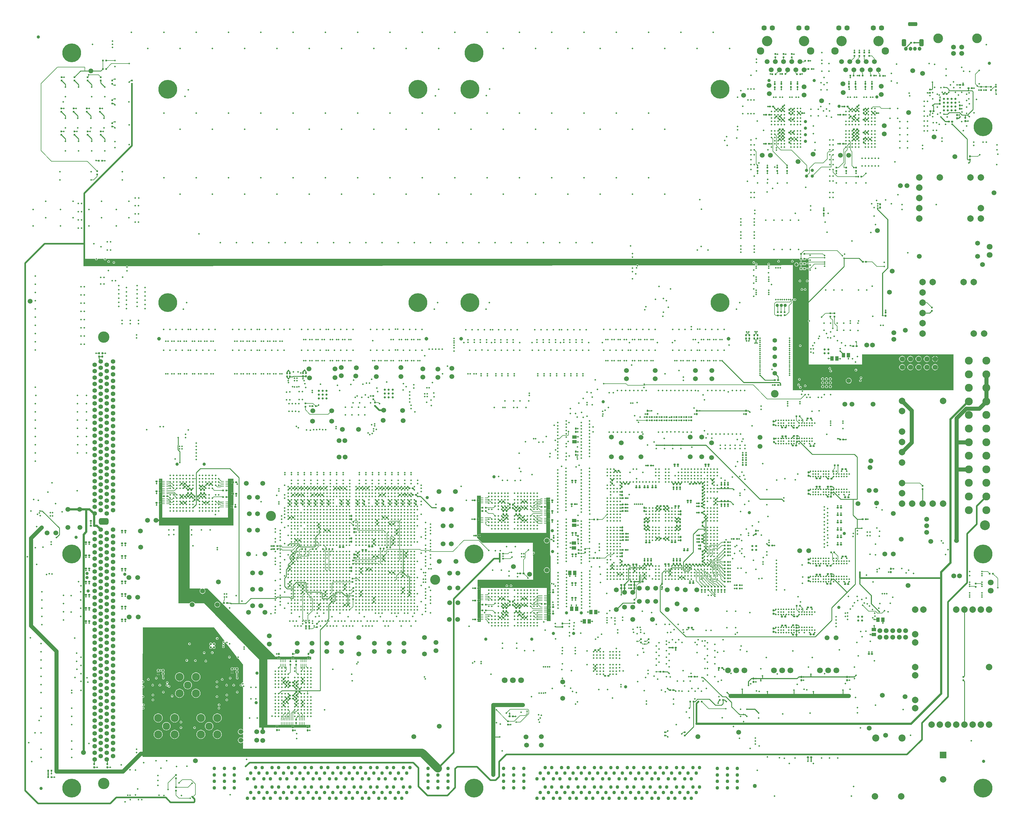
<source format=gbl>
%FSLAX25Y25*%
%MOIN*%
G70*
G01*
G75*
G04 Layer_Physical_Order=16*
G04 Layer_Color=16711680*
%ADD10C,0.00500*%
%ADD11C,0.00500*%
G04:AMPARAMS|DCode=12|XSize=19.69mil|YSize=23.62mil|CornerRadius=4.92mil|HoleSize=0mil|Usage=FLASHONLY|Rotation=270.000|XOffset=0mil|YOffset=0mil|HoleType=Round|Shape=RoundedRectangle|*
%AMROUNDEDRECTD12*
21,1,0.01969,0.01378,0,0,270.0*
21,1,0.00984,0.02362,0,0,270.0*
1,1,0.00984,-0.00689,-0.00492*
1,1,0.00984,-0.00689,0.00492*
1,1,0.00984,0.00689,0.00492*
1,1,0.00984,0.00689,-0.00492*
%
%ADD12ROUNDEDRECTD12*%
%ADD13R,0.02362X0.02362*%
%ADD14R,0.09449X0.10827*%
%ADD15R,0.02362X0.02362*%
%ADD16R,0.02756X0.03937*%
%ADD17R,0.03347X0.01378*%
%ADD18C,0.03937*%
%ADD19C,0.01969*%
%ADD20R,0.02362X0.08858*%
%ADD21R,0.06299X0.01772*%
%ADD22R,0.03347X0.01969*%
%ADD23R,0.04331X0.10236*%
G04:AMPARAMS|DCode=24|XSize=19.69mil|YSize=23.62mil|CornerRadius=4.92mil|HoleSize=0mil|Usage=FLASHONLY|Rotation=180.000|XOffset=0mil|YOffset=0mil|HoleType=Round|Shape=RoundedRectangle|*
%AMROUNDEDRECTD24*
21,1,0.01969,0.01378,0,0,180.0*
21,1,0.00984,0.02362,0,0,180.0*
1,1,0.00984,-0.00492,0.00689*
1,1,0.00984,0.00492,0.00689*
1,1,0.00984,0.00492,-0.00689*
1,1,0.00984,-0.00492,-0.00689*
%
%ADD24ROUNDEDRECTD24*%
%ADD25R,0.03740X0.07874*%
%ADD26R,0.06299X0.07362*%
%ADD27R,0.05906X0.04331*%
%ADD28R,0.05906X0.06496*%
%ADD29R,0.06102X0.16417*%
%ADD30R,0.06102X0.08661*%
%ADD31R,0.04724X0.07677*%
%ADD32R,0.08268X0.12598*%
%ADD33R,0.07087X0.04528*%
%ADD34O,0.06102X0.00984*%
%ADD35O,0.00984X0.06102*%
%ADD36R,0.20000X0.05000*%
%ADD37R,0.03937X0.07087*%
%ADD38R,0.14488X0.05000*%
%ADD39R,0.05000X0.01693*%
%ADD40C,0.01772*%
%ADD41R,0.05000X0.14488*%
%ADD42R,0.10236X0.04331*%
%ADD43R,0.05512X0.03937*%
%ADD44R,0.04331X0.05512*%
%ADD45R,0.01181X0.06496*%
%ADD46R,0.08661X0.05709*%
%ADD47R,0.10827X0.09449*%
%ADD48R,0.03937X0.02756*%
%ADD49R,0.05709X0.08661*%
%ADD50R,0.07874X0.04331*%
%ADD51R,0.04331X0.05315*%
%ADD52R,0.15748X0.05906*%
%ADD53R,0.05906X0.15748*%
%ADD54R,0.05315X0.04331*%
%ADD55R,0.06693X0.01378*%
%ADD56R,0.05512X0.04724*%
%ADD57R,0.02165X0.00787*%
%ADD58R,0.05512X0.04331*%
%ADD59R,0.03150X0.03150*%
%ADD60R,0.05118X0.02362*%
%ADD61R,0.05118X0.03937*%
%ADD62R,0.04528X0.06693*%
%ADD63O,0.08071X0.02362*%
%ADD64R,0.06890X0.01181*%
%ADD65R,0.25394X0.07874*%
%ADD66R,0.07874X0.25394*%
%ADD67R,0.07087X0.03937*%
%ADD68R,0.06693X0.04528*%
%ADD69R,0.03347X0.03150*%
%ADD70R,0.13976X0.12598*%
%ADD71R,0.12598X0.13976*%
%ADD72R,0.27953X0.11024*%
%ADD73R,0.07047X0.05000*%
%ADD74R,0.12500X0.07008*%
%ADD75R,0.07087X0.02362*%
%ADD76R,0.06496X0.01181*%
%ADD77R,0.01378X0.07087*%
%ADD78R,0.01772X0.06299*%
%ADD79R,0.01772X0.07087*%
%ADD80R,0.01378X0.06102*%
%ADD81R,0.01378X0.03347*%
%ADD82R,0.07087X0.07087*%
%ADD83R,0.07087X0.07087*%
%ADD84R,0.07087X0.07874*%
%ADD85R,0.07874X0.07087*%
%ADD86R,0.03937X0.05512*%
%ADD87R,0.80000X0.15000*%
%ADD88R,0.01654X0.04803*%
%ADD89R,0.01600X0.08500*%
%ADD90R,0.71000X0.02000*%
%ADD91R,0.15590X0.15590*%
%ADD92R,0.03740X0.01378*%
%ADD93R,0.01378X0.03740*%
%ADD94R,0.12992X0.12992*%
%ADD95R,0.12992X0.12992*%
%ADD96R,0.01102X0.03347*%
%ADD97R,0.03347X0.01102*%
%ADD98R,0.11811X0.11811*%
%ADD99R,0.17716X0.17716*%
%ADD100R,0.03150X0.01181*%
%ADD101R,0.01181X0.03150*%
%ADD102R,0.11811X0.11811*%
%ADD103R,0.06181X0.07402*%
%ADD104R,0.03740X0.01181*%
%ADD105R,0.01181X0.03740*%
%ADD106R,0.05512X0.05512*%
%ADD107R,0.05512X0.01575*%
%ADD108R,0.03150X0.01102*%
%ADD109R,0.01102X0.03150*%
%ADD110R,0.06299X0.06299*%
%ADD111R,0.06299X0.06299*%
%ADD112C,0.01200*%
%ADD113C,0.01000*%
%ADD114C,0.00800*%
%ADD115C,0.00600*%
%ADD116C,0.02000*%
%ADD117C,0.02500*%
%ADD118C,0.05000*%
%ADD119C,0.10000*%
%ADD120C,0.01500*%
%ADD121R,0.11500X0.04000*%
%ADD122C,0.07087*%
%ADD123C,0.07874*%
%ADD124C,0.05906*%
%ADD125C,0.11811*%
%ADD126C,0.12205*%
%ADD127C,0.06437*%
%ADD128C,0.05591*%
%ADD129C,0.09252*%
%ADD130C,0.05512*%
G04:AMPARAMS|DCode=131|XSize=78.74mil|YSize=118.11mil|CornerRadius=19.69mil|HoleSize=0mil|Usage=FLASHONLY|Rotation=270.000|XOffset=0mil|YOffset=0mil|HoleType=Round|Shape=RoundedRectangle|*
%AMROUNDEDRECTD131*
21,1,0.07874,0.07874,0,0,270.0*
21,1,0.03937,0.11811,0,0,270.0*
1,1,0.03937,-0.03937,-0.01969*
1,1,0.03937,-0.03937,0.01969*
1,1,0.03937,0.03937,0.01969*
1,1,0.03937,0.03937,-0.01969*
%
%ADD131ROUNDEDRECTD131*%
%ADD132C,0.13780*%
%ADD133C,0.09055*%
%ADD134C,0.09843*%
%ADD135C,0.08661*%
%ADD136R,0.07874X0.07874*%
%ADD137C,0.04331*%
G04:AMPARAMS|DCode=138|XSize=47.24mil|YSize=110.24mil|CornerRadius=11.81mil|HoleSize=0mil|Usage=FLASHONLY|Rotation=270.000|XOffset=0mil|YOffset=0mil|HoleType=Round|Shape=RoundedRectangle|*
%AMROUNDEDRECTD138*
21,1,0.04724,0.08661,0,0,270.0*
21,1,0.02362,0.11024,0,0,270.0*
1,1,0.02362,-0.04331,-0.01181*
1,1,0.02362,-0.04331,0.01181*
1,1,0.02362,0.04331,0.01181*
1,1,0.02362,0.04331,-0.01181*
%
%ADD138ROUNDEDRECTD138*%
G04:AMPARAMS|DCode=139|XSize=51.18mil|YSize=86.61mil|CornerRadius=12.8mil|HoleSize=0mil|Usage=FLASHONLY|Rotation=180.000|XOffset=0mil|YOffset=0mil|HoleType=Round|Shape=RoundedRectangle|*
%AMROUNDEDRECTD139*
21,1,0.05118,0.06102,0,0,180.0*
21,1,0.02559,0.08661,0,0,180.0*
1,1,0.02559,-0.01280,0.03051*
1,1,0.02559,0.01280,0.03051*
1,1,0.02559,0.01280,-0.03051*
1,1,0.02559,-0.01280,-0.03051*
%
%ADD139ROUNDEDRECTD139*%
%ADD140C,0.04724*%
%ADD141C,0.31496*%
%ADD142C,0.12598*%
%ADD143C,0.06378*%
%ADD144C,0.09646*%
%ADD145C,0.12000*%
%ADD146C,0.04500*%
%ADD147C,0.01900*%
%ADD148C,0.01940*%
%ADD149C,0.02000*%
%ADD150C,0.05000*%
%ADD151C,0.01860*%
%ADD152C,0.02598*%
%ADD153C,0.04000*%
%ADD154C,0.06771*%
%ADD155C,0.04409*%
%ADD156C,0.07164*%
G04:AMPARAMS|DCode=157|XSize=107.244mil|YSize=107.244mil|CornerRadius=0mil|HoleSize=0mil|Usage=FLASHONLY|Rotation=0.000|XOffset=0mil|YOffset=0mil|HoleType=Round|Shape=Relief|Width=15mil|Gap=10mil|Entries=4|*
%AMTHD157*
7,0,0,0.10724,0.08724,0.01500,45*
%
%ADD157THD157*%
%ADD158C,0.06062*%
G04:AMPARAMS|DCode=159|XSize=96.221mil|YSize=96.221mil|CornerRadius=0mil|HoleSize=0mil|Usage=FLASHONLY|Rotation=0.000|XOffset=0mil|YOffset=0mil|HoleType=Round|Shape=Relief|Width=15mil|Gap=10mil|Entries=4|*
%AMTHD159*
7,0,0,0.09622,0.07622,0.01500,45*
%
%ADD159THD159*%
%ADD160C,0.11495*%
%ADD161C,0.15038*%
%ADD162C,0.06377*%
G04:AMPARAMS|DCode=163|XSize=99.37mil|YSize=99.37mil|CornerRadius=0mil|HoleSize=0mil|Usage=FLASHONLY|Rotation=0.000|XOffset=0mil|YOffset=0mil|HoleType=Round|Shape=Relief|Width=15mil|Gap=10mil|Entries=4|*
%AMTHD163*
7,0,0,0.09937,0.07937,0.01500,45*
%
%ADD163THD163*%
G04:AMPARAMS|DCode=164|XSize=92.284mil|YSize=92.284mil|CornerRadius=0mil|HoleSize=0mil|Usage=FLASHONLY|Rotation=0.000|XOffset=0mil|YOffset=0mil|HoleType=Round|Shape=Relief|Width=15mil|Gap=10mil|Entries=4|*
%AMTHD164*
7,0,0,0.09228,0.07228,0.01500,45*
%
%ADD164THD164*%
%ADD165C,0.11889*%
%ADD166C,0.05196*%
G04:AMPARAMS|DCode=167|XSize=87.559mil|YSize=87.559mil|CornerRadius=0mil|HoleSize=0mil|Usage=FLASHONLY|Rotation=0.000|XOffset=0mil|YOffset=0mil|HoleType=Round|Shape=Relief|Width=15mil|Gap=10mil|Entries=4|*
%AMTHD167*
7,0,0,0.08756,0.06756,0.01500,45*
%
%ADD167THD167*%
%ADD168O,0.12204X0.09133*%
%ADD169C,0.12086*%
%ADD170C,0.08346*%
G04:AMPARAMS|DCode=171|XSize=126.929mil|YSize=126.929mil|CornerRadius=0mil|HoleSize=0mil|Usage=FLASHONLY|Rotation=0.000|XOffset=0mil|YOffset=0mil|HoleType=Round|Shape=Relief|Width=15mil|Gap=10mil|Entries=4|*
%AMTHD171*
7,0,0,0.12693,0.10693,0.01500,45*
%
%ADD171THD171*%
G04:AMPARAMS|DCode=172|XSize=103.307mil|YSize=103.307mil|CornerRadius=0mil|HoleSize=0mil|Usage=FLASHONLY|Rotation=0.000|XOffset=0mil|YOffset=0mil|HoleType=Round|Shape=Relief|Width=15mil|Gap=10mil|Entries=4|*
%AMTHD172*
7,0,0,0.10331,0.08331,0.01500,45*
%
%ADD172THD172*%
%ADD173C,0.05983*%
G04:AMPARAMS|DCode=174|XSize=95.433mil|YSize=95.433mil|CornerRadius=0mil|HoleSize=0mil|Usage=FLASHONLY|Rotation=0.000|XOffset=0mil|YOffset=0mil|HoleType=Round|Shape=Relief|Width=15mil|Gap=10mil|Entries=4|*
%AMTHD174*
7,0,0,0.09543,0.07543,0.01500,45*
%
%ADD174THD174*%
%ADD175C,0.04802*%
G04:AMPARAMS|DCode=176|XSize=83.622mil|YSize=83.622mil|CornerRadius=0mil|HoleSize=0mil|Usage=FLASHONLY|Rotation=0.000|XOffset=0mil|YOffset=0mil|HoleType=Round|Shape=Relief|Width=15mil|Gap=10mil|Entries=4|*
%AMTHD176*
7,0,0,0.08362,0.06362,0.01500,45*
%
%ADD176THD176*%
%AMTHOVALD177*
21,1,0.06299,0.09150,0,0,360.0*
1,1,0.09150,-0.03150,0.00000*
1,1,0.09150,0.03150,0.00000*
21,0,0.06299,0.07150,0,0,360.0*
1,0,0.07150,-0.03150,0.00000*
1,0,0.07150,0.03150,0.00000*
4,0,4,-0.02619,-0.00530,-0.05854,-0.03765,-0.06915,-0.02705,-0.03680,0.00530,-0.02619,-0.00530,0.0*
4,0,4,0.03680,-0.00530,0.06915,0.02705,0.05854,0.03765,0.02619,0.00530,0.03680,-0.00530,0.0*
4,0,4,-0.03680,-0.00530,-0.06915,0.02705,-0.05854,0.03765,-0.02619,0.00530,-0.03680,-0.00530,0.0*
4,0,4,0.02619,-0.00530,0.05854,-0.03765,0.06915,-0.02705,0.03680,0.00530,0.02619,-0.00530,0.0*
%
%ADD177THOVALD177*%

%AMTHOVALD178*
21,1,0.03543,0.09937,0,0,270.0*
1,1,0.09937,0.00000,0.01772*
1,1,0.09937,0.00000,-0.01772*
21,0,0.03543,0.07937,0,0,270.0*
1,0,0.07937,0.00000,0.01772*
1,0,0.07937,0.00000,-0.01772*
4,0,4,-0.00530,0.01241,-0.04044,0.04755,-0.02983,0.05815,0.00530,0.02302,-0.00530,0.01241,0.0*
4,0,4,-0.00530,-0.02302,0.02983,-0.05815,0.04044,-0.04755,0.00530,-0.01241,-0.00530,-0.02302,0.0*
4,0,4,-0.00530,0.02302,0.02983,0.05815,0.04044,0.04755,0.00530,0.01241,-0.00530,0.02302,0.0*
4,0,4,-0.00530,-0.01241,-0.04044,-0.04755,-0.02983,-0.05815,0.00530,-0.02302,-0.00530,-0.01241,0.0*
%
%ADD178THOVALD178*%

%ADD179C,0.05590*%
G04:AMPARAMS|DCode=180|XSize=91.496mil|YSize=91.496mil|CornerRadius=0mil|HoleSize=0mil|Usage=FLASHONLY|Rotation=0.000|XOffset=0mil|YOffset=0mil|HoleType=Round|Shape=Relief|Width=15mil|Gap=10mil|Entries=4|*
%AMTHD180*
7,0,0,0.09150,0.07150,0.01500,45*
%
%ADD180THD180*%
G04:AMPARAMS|DCode=181|XSize=210mil|YSize=210mil|CornerRadius=0mil|HoleSize=0mil|Usage=FLASHONLY|Rotation=0.000|XOffset=0mil|YOffset=0mil|HoleType=Round|Shape=Relief|Width=15mil|Gap=10mil|Entries=4|*
%AMTHD181*
7,0,0,0.21000,0.19000,0.01500,45*
%
%ADD181THD181*%
%ADD182C,0.17440*%
%ADD183C,0.15235*%
G04:AMPARAMS|DCode=184|XSize=122.992mil|YSize=122.992mil|CornerRadius=0mil|HoleSize=0mil|Usage=FLASHONLY|Rotation=0.000|XOffset=0mil|YOffset=0mil|HoleType=Round|Shape=Relief|Width=15mil|Gap=10mil|Entries=4|*
%AMTHD184*
7,0,0,0.12299,0.10299,0.01500,45*
%
%ADD184THD184*%
G04:AMPARAMS|DCode=185|XSize=100.157mil|YSize=100.157mil|CornerRadius=0mil|HoleSize=0mil|Usage=FLASHONLY|Rotation=0.000|XOffset=0mil|YOffset=0mil|HoleType=Round|Shape=Relief|Width=15mil|Gap=10mil|Entries=4|*
%AMTHD185*
7,0,0,0.10016,0.08016,0.01500,45*
%
%ADD185THD185*%
%ADD186C,0.06456*%
G04:AMPARAMS|DCode=187|XSize=117.087mil|YSize=117.087mil|CornerRadius=0mil|HoleSize=0mil|Usage=FLASHONLY|Rotation=0.000|XOffset=0mil|YOffset=0mil|HoleType=Round|Shape=Relief|Width=15mil|Gap=10mil|Entries=4|*
%AMTHD187*
7,0,0,0.11709,0.09709,0.01500,45*
%
%ADD187THD187*%
%ADD188C,0.08149*%
%ADD189C,0.14743*%
%ADD190C,0.07040*%
%ADD191C,0.03440*%
%ADD192C,0.03739*%
%ADD193C,0.00380*%
%ADD194C,0.00394*%
%ADD195C,0.22874*%
%ADD196C,0.00380*%
%ADD197C,0.07000*%
%ADD198C,0.05668*%
%ADD199C,0.09133*%
%ADD200O,0.11889X0.05590*%
%ADD201O,0.06377X0.09920*%
%ADD202C,0.08739*%
%ADD203C,0.05240*%
%ADD204C,0.03444*%
%ADD205R,0.00787X0.02165*%
G36*
X250933Y204138D02*
X250593Y203772D01*
X250574Y203785D01*
X250000Y203899D01*
X249426Y203785D01*
X248940Y203460D01*
X248615Y202974D01*
X248501Y202400D01*
X248615Y201826D01*
X248940Y201340D01*
X248984Y201311D01*
X249057Y200945D01*
Y200763D01*
X248602Y200459D01*
X248277Y199973D01*
X248163Y199399D01*
X248277Y198826D01*
X248602Y198339D01*
Y197959D01*
X248277Y197473D01*
X248163Y196899D01*
X248277Y196326D01*
X248602Y195839D01*
X249089Y195515D01*
X249662Y195400D01*
X250236Y195515D01*
X250722Y195839D01*
X251047Y196326D01*
X251161Y196899D01*
X251047Y197473D01*
X250722Y197959D01*
Y198339D01*
X251047Y198826D01*
X251161Y199399D01*
X251047Y199973D01*
X250722Y200459D01*
X250678Y200488D01*
X250606Y200854D01*
Y201037D01*
X251060Y201340D01*
X251385Y201826D01*
X251499Y202400D01*
X251439Y202699D01*
X251894Y202907D01*
X252426Y202225D01*
X252401Y202100D01*
X252515Y201526D01*
X252840Y201040D01*
X253326Y200715D01*
X253655Y200650D01*
X266125Y184667D01*
X266032Y184199D01*
X266146Y183626D01*
X266471Y183139D01*
X266957Y182815D01*
X267531Y182700D01*
X267642Y182723D01*
X273622Y175058D01*
Y153681D01*
X273400Y153499D01*
X272826Y153385D01*
X272340Y153060D01*
X272015Y152574D01*
X271901Y152000D01*
X271639Y151663D01*
X271639D01*
X271639Y151663D01*
X271065Y151778D01*
X270492Y151663D01*
X270006Y151339D01*
X269681Y150852D01*
X269567Y150279D01*
X269681Y149705D01*
X270006Y149219D01*
X270492Y148894D01*
X271065Y148780D01*
X271639Y148894D01*
X272125Y149219D01*
X272295Y149474D01*
X272757Y149282D01*
X272701Y149000D01*
X272815Y148426D01*
X273140Y147940D01*
X273622Y147618D01*
Y96214D01*
X273174Y95993D01*
X272600Y96433D01*
X271760Y96781D01*
X270858Y96900D01*
X269957Y96781D01*
X269117Y96433D01*
X268396Y95880D01*
X267842Y95159D01*
X267495Y94319D01*
X267376Y93417D01*
X267495Y92516D01*
X267842Y91676D01*
X268396Y90955D01*
X269117Y90401D01*
X269957Y90053D01*
X270858Y89935D01*
X271760Y90053D01*
X272600Y90401D01*
X273174Y90842D01*
X273622Y90621D01*
Y85978D01*
X273174Y85757D01*
X272600Y86197D01*
X271760Y86545D01*
X270858Y86664D01*
X269957Y86545D01*
X269117Y86197D01*
X268396Y85644D01*
X267842Y84922D01*
X267495Y84082D01*
X267376Y83181D01*
X267495Y82280D01*
X267842Y81440D01*
X268396Y80718D01*
X269117Y80165D01*
X269957Y79817D01*
X270858Y79698D01*
X271760Y79817D01*
X272600Y80165D01*
X273174Y80605D01*
X273622Y80384D01*
Y62992D01*
X151653D01*
X151300Y63346D01*
X151400Y120586D01*
X151787Y120902D01*
X152299Y120800D01*
X152873Y120914D01*
X153359Y121239D01*
X153684Y121726D01*
X153798Y122299D01*
X153684Y122873D01*
X153359Y123359D01*
X152873Y123684D01*
X152299Y123798D01*
X151792Y123697D01*
X151406Y124015D01*
X151407Y124731D01*
X151848Y124966D01*
X151926Y124915D01*
X152499Y124800D01*
X153073Y124915D01*
X153559Y125239D01*
X153884Y125726D01*
X153998Y126299D01*
X153884Y126873D01*
X153559Y127359D01*
X153073Y127684D01*
X152499Y127798D01*
X151926Y127684D01*
X151854Y127636D01*
X151413Y127872D01*
X151424Y134515D01*
X151811Y134831D01*
X151865Y134821D01*
X152438Y134935D01*
X152924Y135260D01*
X153249Y135746D01*
X153363Y136320D01*
X153249Y136893D01*
X152924Y137379D01*
X152438Y137704D01*
X151865Y137818D01*
X151817Y137809D01*
X151431Y138127D01*
X151445Y146510D01*
X151832Y146827D01*
X151865Y146821D01*
X152438Y146935D01*
X152924Y147260D01*
X153249Y147746D01*
X153363Y148320D01*
X153249Y148893D01*
X152924Y149379D01*
X152438Y149704D01*
X151865Y149818D01*
X151838Y149813D01*
X151452Y150131D01*
X151456Y152508D01*
X151843Y152825D01*
X151864Y152821D01*
X152438Y152935D01*
X152924Y153260D01*
X153249Y153746D01*
X153363Y154320D01*
X153249Y154893D01*
X152924Y155379D01*
X152438Y155704D01*
X151864Y155818D01*
X151848Y155815D01*
X151462Y156133D01*
X151575Y220472D01*
X238189D01*
X250933Y204138D01*
D02*
G37*
G36*
X955587Y667618D02*
X958949D01*
Y668535D01*
X962099D01*
X962212Y668557D01*
X962598Y668240D01*
Y665680D01*
X960983Y664064D01*
X958949D01*
Y664980D01*
X955587D01*
Y661618D01*
X958949D01*
Y662535D01*
X961299D01*
X961592Y662593D01*
X961840Y662758D01*
X962136Y663055D01*
X962598Y662864D01*
Y658064D01*
X958949D01*
Y658980D01*
X955587D01*
Y655618D01*
X958949D01*
Y656534D01*
X962598D01*
Y642679D01*
X962101Y642630D01*
X962053Y642873D01*
X961728Y643359D01*
X961241Y643684D01*
X960668Y643798D01*
X960094Y643684D01*
X959608Y643359D01*
X959283Y642873D01*
X959169Y642299D01*
X959283Y641726D01*
X959608Y641239D01*
X960094Y640914D01*
X960668Y640800D01*
X961241Y640914D01*
X961728Y641239D01*
X962053Y641726D01*
X962101Y641968D01*
X962598Y641920D01*
Y594848D01*
X962161Y594555D01*
X961836Y594069D01*
X961722Y593495D01*
X961836Y592922D01*
X962161Y592436D01*
X962598Y592143D01*
Y540400D01*
X1027600D01*
Y553000D01*
X1138899D01*
Y509299D01*
X962598D01*
Y509252D01*
X955922Y509184D01*
X955473Y509484D01*
X954899Y509598D01*
X954326Y509484D01*
X953845Y509163D01*
X943662Y509059D01*
X943307Y509410D01*
Y618057D01*
X943829Y618161D01*
X944316Y618486D01*
X944755D01*
X945241Y618161D01*
X945815Y618047D01*
X946389Y618161D01*
X946875Y618486D01*
X947200Y618972D01*
X947314Y619546D01*
X947200Y620119D01*
X946875Y620606D01*
X946389Y620930D01*
X945815Y621045D01*
X945241Y620930D01*
X944755Y620606D01*
X944316D01*
X943829Y620930D01*
X943307Y621034D01*
Y661417D01*
X915239Y661379D01*
X915088Y661605D01*
X914973Y661820D01*
X915284Y662285D01*
X915398Y662858D01*
X915284Y663432D01*
X914959Y663918D01*
X914473Y664243D01*
X913899Y664357D01*
X913326Y664243D01*
X912839Y663918D01*
X912514Y663432D01*
X912400Y662858D01*
X912514Y662285D01*
X912827Y661817D01*
X912732Y661637D01*
X912557Y661375D01*
X900053Y661358D01*
X899759Y661798D01*
D01*
X900084Y662285D01*
X900198Y662858D01*
X900084Y663432D01*
X899759Y663918D01*
X899273Y664243D01*
X898699Y664357D01*
X898126Y664243D01*
X897639Y663918D01*
X897314Y663432D01*
X897200Y662858D01*
X897314Y662285D01*
X897639Y661798D01*
D01*
X897343Y661354D01*
X755307Y661160D01*
X755266Y661366D01*
X754945Y661845D01*
X754466Y662166D01*
X753900Y662278D01*
X753334Y662166D01*
X752855Y661845D01*
X752534Y661366D01*
X752493Y661157D01*
X133391Y660310D01*
X133359Y660359D01*
X132873Y660684D01*
X132299Y660798D01*
X131726Y660684D01*
X131239Y660359D01*
X131205Y660307D01*
X79488Y660237D01*
X79134Y660590D01*
Y669291D01*
X93172D01*
X93489Y668905D01*
X93485Y668887D01*
X93599Y668314D01*
X93924Y667828D01*
X94411Y667503D01*
X94984Y667389D01*
X95558Y667503D01*
X96044Y667828D01*
X96369Y668314D01*
X96483Y668887D01*
X96479Y668905D01*
X96797Y669291D01*
X103802D01*
X104119Y668905D01*
X104115Y668887D01*
X104229Y668314D01*
X104554Y667828D01*
X105041Y667503D01*
X105614Y667389D01*
X106188Y667503D01*
X106674Y667828D01*
X106999Y668314D01*
X107113Y668887D01*
X107109Y668905D01*
X107427Y669291D01*
X951649D01*
Y667618D01*
X952566D01*
Y664980D01*
X951649D01*
Y661618D01*
X952566D01*
Y658980D01*
X951649D01*
Y655618D01*
X955012D01*
Y658980D01*
X954095D01*
Y661618D01*
X955012D01*
Y664980D01*
X954095D01*
Y667618D01*
X955012D01*
Y669291D01*
X955587D01*
Y667618D01*
D02*
G37*
G36*
X563189Y335433D02*
X642836Y335447D01*
X643036Y378467D01*
X647638D01*
Y377074D01*
X647251Y376757D01*
X647081Y376791D01*
Y375298D01*
Y373808D01*
X647251Y373842D01*
X647638Y373524D01*
Y364074D01*
X647251Y363757D01*
X647081Y363791D01*
Y362298D01*
Y360808D01*
X647251Y360842D01*
X647638Y360524D01*
Y353074D01*
X647251Y352757D01*
X647081Y352791D01*
Y351298D01*
Y349808D01*
X647251Y349842D01*
X647638Y349524D01*
Y328457D01*
X647514Y328273D01*
X647400Y327699D01*
X647514Y327126D01*
X647638Y326941D01*
Y309316D01*
X648228Y306496D01*
Y274643D01*
X648114Y274473D01*
X648000Y273899D01*
X648114Y273326D01*
X648228Y273155D01*
Y264974D01*
X648020Y264803D01*
X648081Y264791D01*
Y263298D01*
Y261807D01*
X648020Y261795D01*
X648228Y261624D01*
Y246974D01*
X648020Y246803D01*
X648081Y246791D01*
Y245298D01*
Y243808D01*
X648020Y243795D01*
X648228Y243624D01*
Y238974D01*
X648020Y238803D01*
X648081Y238791D01*
Y237298D01*
Y235807D01*
X648020Y235795D01*
X648228Y235624D01*
Y228346D01*
X643857Y228346D01*
X643504Y228700D01*
Y268701D01*
X563386Y268701D01*
Y227362D01*
X559449D01*
Y228689D01*
X559579Y228795D01*
X559518Y228807D01*
Y230298D01*
Y231791D01*
X559579Y231803D01*
X559449Y231910D01*
Y251689D01*
X559579Y251795D01*
X559518Y251807D01*
Y253298D01*
Y254791D01*
X559579Y254803D01*
X559449Y254910D01*
Y266689D01*
X559579Y266795D01*
X559518Y266808D01*
Y268298D01*
Y269791D01*
X559579Y269803D01*
X559449Y269910D01*
Y278190D01*
X559802Y278543D01*
X626968Y278543D01*
X626968Y293799D01*
X626968Y308071D01*
X626629D01*
Y309316D01*
X627015Y309633D01*
X627559Y309525D01*
X628133Y309639D01*
X628619Y309964D01*
X628944Y310450D01*
X629058Y311024D01*
X628944Y311597D01*
X628619Y312083D01*
X628133Y312408D01*
X627559Y312522D01*
X627015Y312414D01*
X626629Y312732D01*
Y323714D01*
X564782D01*
X561348Y327148D01*
X561050Y327347D01*
X560849Y327387D01*
X558661Y329528D01*
Y331043D01*
X558735Y331092D01*
X558954Y331420D01*
X559031Y331807D01*
Y332791D01*
X558954Y333178D01*
X558735Y333507D01*
X558661Y333556D01*
Y350689D01*
X558791Y350795D01*
X558730Y350807D01*
Y352298D01*
Y353791D01*
X558791Y353803D01*
X558661Y353910D01*
Y373699D01*
X558779Y373795D01*
X558718Y373808D01*
Y375298D01*
Y376791D01*
X558779Y376803D01*
X558661Y376899D01*
Y380906D01*
X563189D01*
Y335433D01*
D02*
G37*
G36*
X261811Y398803D02*
X262020D01*
X262081Y398791D01*
Y397298D01*
Y395808D01*
X262020Y395795D01*
X261811D01*
Y384803D01*
X262020D01*
X262081Y384791D01*
Y383298D01*
Y381807D01*
X262020Y381795D01*
X261811D01*
Y369331D01*
X261407Y368726D01*
X261081Y368791D01*
Y367298D01*
Y365808D01*
X261407Y365873D01*
X261811Y365267D01*
Y344488D01*
X208661D01*
Y267717D01*
X221682D01*
X221837Y267262D01*
X221283Y266541D01*
X220935Y265701D01*
X220817Y264799D01*
X220935Y263898D01*
X221283Y263058D01*
X221837Y262337D01*
X222558Y261783D01*
X223398Y261435D01*
X224299Y261317D01*
X225201Y261435D01*
X226041Y261783D01*
X226762Y262337D01*
X227315Y263058D01*
X227663Y263898D01*
X227782Y264799D01*
X227663Y265701D01*
X227315Y266541D01*
X226762Y267262D01*
X226916Y267717D01*
X230315D01*
X248900Y249132D01*
X248926Y249092D01*
X248967Y249065D01*
X312992Y185039D01*
X315779D01*
X315795Y185020D01*
X315808Y185081D01*
X318791D01*
X318803Y185020D01*
X318819Y185039D01*
X332779D01*
X332795Y185020D01*
X332807Y185081D01*
X335791D01*
X335803Y185020D01*
X335819Y185039D01*
X351779D01*
X351795Y185020D01*
X351807Y185081D01*
X354791D01*
X354803Y185020D01*
X354819Y185039D01*
X356496D01*
Y181693D01*
X303150D01*
Y101969D01*
X355709D01*
Y98425D01*
X353929D01*
X353803Y98579D01*
X353791Y98518D01*
X350807D01*
X350795Y98579D01*
X350669Y98425D01*
X335929D01*
X335803Y98579D01*
X335791Y98518D01*
X332807D01*
X332795Y98579D01*
X332669Y98425D01*
X316763Y98425D01*
X316459Y98797D01*
X316446Y98736D01*
X313463D01*
X313451Y98797D01*
X313146Y98425D01*
X293661D01*
X293307Y98779D01*
Y164754D01*
X293316Y164799D01*
X293307Y164844D01*
Y181102D01*
X226378Y250000D01*
X214832D01*
X214815Y250041D01*
X214262Y250762D01*
X213541Y251315D01*
X212701Y251663D01*
X211799Y251782D01*
X210898Y251663D01*
X210058Y251315D01*
X209337Y250762D01*
X208783Y250041D01*
X208767Y250000D01*
X194882D01*
Y344488D01*
X171260D01*
Y370534D01*
X171579Y370795D01*
X171518Y370808D01*
Y372298D01*
Y373791D01*
X171579Y373803D01*
X171260Y374065D01*
Y384534D01*
X171579Y384795D01*
X171518Y384807D01*
Y386298D01*
Y387791D01*
X171579Y387803D01*
X171260Y388065D01*
Y396534D01*
X171579Y396795D01*
X171518Y396808D01*
Y398298D01*
Y399791D01*
X171579Y399803D01*
X171260Y400065D01*
Y401575D01*
X175394D01*
Y354331D01*
X255315D01*
Y401575D01*
X261811D01*
Y398803D01*
D02*
G37*
%LPC*%
G36*
X169549Y165980D02*
X169420Y165954D01*
X169092Y165735D01*
X168872Y165407D01*
X168808Y165081D01*
X169549D01*
Y165980D01*
D02*
G37*
G36*
X171049D02*
Y165081D01*
X171791D01*
X171726Y165407D01*
X171507Y165735D01*
X171178Y165954D01*
X171049Y165980D01*
D02*
G37*
G36*
X242299Y251782D02*
X241398Y251663D01*
X240558Y251315D01*
X239837Y250762D01*
X239283Y250041D01*
X238935Y249201D01*
X238817Y248299D01*
X238935Y247398D01*
X239283Y246558D01*
X239837Y245837D01*
X240558Y245283D01*
X241398Y244935D01*
X242299Y244817D01*
X243201Y244935D01*
X244040Y245283D01*
X244762Y245837D01*
X245315Y246558D01*
X245663Y247398D01*
X245782Y248299D01*
X245663Y249201D01*
X245315Y250041D01*
X244762Y250762D01*
X244040Y251315D01*
X243201Y251663D01*
X242299Y251782D01*
D02*
G37*
G36*
X261791Y165581D02*
X261049D01*
Y164681D01*
X261178Y164707D01*
X261507Y164926D01*
X261726Y165254D01*
X261791Y165581D01*
D02*
G37*
G36*
X259549Y167980D02*
X259420Y167954D01*
X259092Y167735D01*
X258873Y167407D01*
X258808Y167081D01*
X259549D01*
Y167980D01*
D02*
G37*
G36*
X266791Y171968D02*
X265807D01*
X265420Y171891D01*
X265092Y171672D01*
X264873Y171344D01*
X264873Y171344D01*
Y171344D01*
X264859Y171324D01*
X264459Y171328D01*
X263973Y171652D01*
X263399Y171767D01*
X262826Y171652D01*
X262339Y171328D01*
X262232Y171167D01*
X261742Y171265D01*
X261726Y171344D01*
X261507Y171672D01*
X261178Y171891D01*
X260791Y171968D01*
X259807D01*
X259420Y171891D01*
X259092Y171672D01*
X258873Y171344D01*
X258795Y170957D01*
Y169579D01*
X258873Y169192D01*
X259092Y168864D01*
X259420Y168644D01*
X259807Y168567D01*
X260791D01*
X261178Y168644D01*
X261507Y168864D01*
X261726Y169192D01*
X261742Y169271D01*
X262232Y169369D01*
X262339Y169208D01*
X262826Y168883D01*
X263399Y168769D01*
X263973Y168883D01*
X264459Y169208D01*
X264656Y169503D01*
X264656D01*
X264873Y169192D01*
Y169192D01*
X264873Y169192D01*
X265092Y168864D01*
X265420Y168644D01*
X265807Y168567D01*
X266791D01*
X267179Y168644D01*
X267507Y168864D01*
X267726Y169192D01*
X267803Y169579D01*
Y170957D01*
X267726Y171344D01*
X267507Y171672D01*
X267179Y171891D01*
X266791Y171968D01*
D02*
G37*
G36*
X228299Y181098D02*
X227726Y180984D01*
X227239Y180659D01*
X226915Y180173D01*
X226800Y179599D01*
X226915Y179026D01*
X227239Y178539D01*
X227726Y178215D01*
X228299Y178100D01*
X228873Y178215D01*
X229359Y178539D01*
X229684Y179026D01*
X229798Y179599D01*
X229684Y180173D01*
X229359Y180659D01*
X228873Y180984D01*
X228299Y181098D01*
D02*
G37*
G36*
X261049Y167980D02*
Y167081D01*
X261791D01*
X261726Y167407D01*
X261507Y167735D01*
X261178Y167954D01*
X261049Y167980D01*
D02*
G37*
G36*
X176791Y169968D02*
X175807D01*
X175420Y169891D01*
X175092Y169672D01*
X174873Y169344D01*
X174873Y169344D01*
Y169344D01*
X174859Y169324D01*
X174459Y169328D01*
X173973Y169652D01*
X173399Y169767D01*
X172826Y169652D01*
X172339Y169328D01*
X172232Y169167D01*
X171742Y169265D01*
X171726Y169344D01*
X171507Y169672D01*
X171178Y169891D01*
X170791Y169968D01*
X169807D01*
X169420Y169891D01*
X169092Y169672D01*
X168872Y169344D01*
X168796Y168957D01*
Y167579D01*
X168872Y167192D01*
X169092Y166864D01*
X169420Y166644D01*
X169807Y166567D01*
X170791D01*
X171178Y166644D01*
X171507Y166864D01*
X171726Y167192D01*
X171742Y167271D01*
X172232Y167369D01*
X172339Y167208D01*
X172826Y166883D01*
X173399Y166769D01*
X173973Y166883D01*
X174459Y167208D01*
X174656Y167503D01*
X174656D01*
X174873Y167192D01*
Y167192D01*
X174873Y167192D01*
X175092Y166864D01*
X175420Y166644D01*
X175807Y166567D01*
X176791D01*
X177178Y166644D01*
X177507Y166864D01*
X177726Y167192D01*
X177803Y167579D01*
Y168957D01*
X177726Y169344D01*
X177507Y169672D01*
X177178Y169891D01*
X176791Y169968D01*
D02*
G37*
G36*
X167999Y160298D02*
X167426Y160184D01*
X166939Y159859D01*
X166614Y159373D01*
X166500Y158799D01*
X166614Y158226D01*
X166939Y157739D01*
X167426Y157414D01*
X167999Y157300D01*
X168573Y157414D01*
X169059Y157739D01*
X169384Y158226D01*
X169498Y158799D01*
X169384Y159373D01*
X169059Y159859D01*
X168573Y160184D01*
X167999Y160298D01*
D02*
G37*
G36*
X176791Y166031D02*
X175807D01*
X175420Y165954D01*
X175092Y165735D01*
X174873Y165407D01*
X174795Y165020D01*
Y163642D01*
X174873Y163254D01*
X175092Y162926D01*
X175280Y162801D01*
Y159470D01*
X175215Y159373D01*
X175101Y158799D01*
X175215Y158226D01*
X175540Y157739D01*
X176026Y157414D01*
X176599Y157300D01*
X177173Y157414D01*
X177659Y157739D01*
X177984Y158226D01*
X178098Y158799D01*
X177984Y159373D01*
X177659Y159859D01*
X177319Y160087D01*
Y162801D01*
X177507Y162926D01*
X177726Y163254D01*
X177803Y163642D01*
Y165020D01*
X177726Y165407D01*
X177507Y165735D01*
X177178Y165954D01*
X176791Y166031D01*
D02*
G37*
G36*
X158288Y158764D02*
X157715Y158650D01*
X157228Y158325D01*
X156904Y157839D01*
X156789Y157265D01*
X156904Y156692D01*
X157228Y156206D01*
X157715Y155881D01*
X158288Y155767D01*
X158862Y155881D01*
X159348Y156206D01*
X159673Y156692D01*
X159787Y157265D01*
X159673Y157839D01*
X159348Y158325D01*
X158862Y158650D01*
X158288Y158764D01*
D02*
G37*
G36*
X248288D02*
X247715Y158650D01*
X247228Y158325D01*
X246903Y157839D01*
X246789Y157265D01*
X246903Y156692D01*
X247228Y156206D01*
X247715Y155881D01*
X248288Y155767D01*
X248862Y155881D01*
X249348Y156206D01*
X249673Y156692D01*
X249787Y157265D01*
X249673Y157839D01*
X249348Y158325D01*
X248862Y158650D01*
X248288Y158764D01*
D02*
G37*
G36*
X257999Y160298D02*
X257426Y160184D01*
X256939Y159859D01*
X256614Y159373D01*
X256500Y158799D01*
X256614Y158226D01*
X256939Y157739D01*
X257426Y157414D01*
X257999Y157300D01*
X258573Y157414D01*
X259059Y157739D01*
X259384Y158226D01*
X259498Y158799D01*
X259384Y159373D01*
X259059Y159859D01*
X258573Y160184D01*
X257999Y160298D01*
D02*
G37*
G36*
X171791Y163581D02*
X171049D01*
Y162681D01*
X171178Y162707D01*
X171507Y162926D01*
X171726Y163254D01*
X171791Y163581D01*
D02*
G37*
G36*
X259549Y165581D02*
X258808D01*
X258873Y165254D01*
X259092Y164926D01*
X259420Y164707D01*
X259549Y164681D01*
Y165581D01*
D02*
G37*
G36*
X266791Y168031D02*
X265807D01*
X265420Y167954D01*
X265092Y167735D01*
X264873Y167407D01*
X264795Y167020D01*
Y165642D01*
X264873Y165254D01*
X265092Y164926D01*
X265280Y164801D01*
Y159470D01*
X265215Y159373D01*
X265101Y158799D01*
X265215Y158226D01*
X265540Y157739D01*
X266026Y157414D01*
X266599Y157300D01*
X267173Y157414D01*
X267659Y157739D01*
X267984Y158226D01*
X268098Y158799D01*
X267984Y159373D01*
X267659Y159859D01*
X267319Y160087D01*
Y164801D01*
X267507Y164926D01*
X267726Y165254D01*
X267803Y165642D01*
Y167020D01*
X267726Y167407D01*
X267507Y167735D01*
X267179Y167954D01*
X266791Y168031D01*
D02*
G37*
G36*
X169549Y163581D02*
X168808D01*
X168872Y163254D01*
X169092Y162926D01*
X169420Y162707D01*
X169549Y162681D01*
Y163581D01*
D02*
G37*
G36*
X215562Y181698D02*
X214989Y181584D01*
X214502Y181259D01*
X214177Y180773D01*
X214063Y180199D01*
X214177Y179626D01*
X214502Y179139D01*
X214989Y178814D01*
X215562Y178700D01*
X216136Y178814D01*
X216622Y179139D01*
X216947Y179626D01*
X217061Y180199D01*
X216947Y180773D01*
X216622Y181259D01*
X216136Y181584D01*
X215562Y181698D01*
D02*
G37*
G36*
X208468Y201998D02*
X207894Y201884D01*
X207408Y201559D01*
X207083Y201073D01*
X206969Y200499D01*
X207083Y199926D01*
X207408Y199439D01*
X207894Y199115D01*
X208468Y199000D01*
X209041Y199115D01*
X209527Y199439D01*
X209852Y199926D01*
X209966Y200499D01*
X209852Y201073D01*
X209527Y201559D01*
X209041Y201884D01*
X208468Y201998D01*
D02*
G37*
G36*
X238268Y202102D02*
X237566Y201962D01*
X236971Y201565D01*
X236573Y200970D01*
X236549Y200851D01*
X236049D01*
X236026Y200970D01*
X235628Y201565D01*
X235033Y201962D01*
X234331Y202102D01*
X233629Y201962D01*
X233034Y201565D01*
X232636Y200970D01*
X232496Y200268D01*
X232636Y199566D01*
X233034Y198971D01*
X233629Y198573D01*
X233748Y198549D01*
Y198049D01*
X233629Y198026D01*
X233034Y197628D01*
X232636Y197033D01*
X232496Y196331D01*
X232636Y195629D01*
X233034Y195034D01*
X233629Y194636D01*
X234331Y194496D01*
X235033Y194636D01*
X235628Y195034D01*
X236026Y195629D01*
X236049Y195748D01*
X236549D01*
X236573Y195629D01*
X236971Y195034D01*
X237566Y194636D01*
X238268Y194496D01*
X238970Y194636D01*
X239565Y195034D01*
X239963Y195629D01*
X240102Y196331D01*
X239963Y197033D01*
X239565Y197628D01*
X238970Y198026D01*
X238851Y198049D01*
Y198549D01*
X238970Y198573D01*
X239565Y198971D01*
X239963Y199566D01*
X240102Y200268D01*
X239963Y200970D01*
X239565Y201565D01*
X238970Y201962D01*
X238268Y202102D01*
D02*
G37*
G36*
X236099Y191198D02*
X235526Y191084D01*
X235039Y190759D01*
X234715Y190273D01*
X234600Y189699D01*
X234715Y189126D01*
X235039Y188639D01*
X235526Y188314D01*
X236099Y188200D01*
X236673Y188314D01*
X237159Y188639D01*
X237484Y189126D01*
X237598Y189699D01*
X237484Y190273D01*
X237159Y190759D01*
X236673Y191084D01*
X236099Y191198D01*
D02*
G37*
G36*
X226299Y191226D02*
X225726Y191112D01*
X225239Y190787D01*
X224915Y190301D01*
X224800Y189728D01*
X224915Y189154D01*
X225239Y188668D01*
X225726Y188343D01*
X226299Y188229D01*
X226873Y188343D01*
X227359Y188668D01*
X227684Y189154D01*
X227798Y189728D01*
X227684Y190301D01*
X227359Y190787D01*
X226873Y191112D01*
X226299Y191226D01*
D02*
G37*
G36*
X646581Y238791D02*
X646254Y238726D01*
X645926Y238507D01*
X645707Y238178D01*
X645681Y238049D01*
X646581D01*
Y238791D01*
D02*
G37*
G36*
X561917Y229549D02*
X561018D01*
Y228808D01*
X561344Y228872D01*
X561672Y229092D01*
X561891Y229420D01*
X561917Y229549D01*
D02*
G37*
G36*
X561018Y231791D02*
Y231049D01*
X561917D01*
X561891Y231178D01*
X561672Y231507D01*
X561344Y231726D01*
X561018Y231791D01*
D02*
G37*
G36*
X242168Y208535D02*
X241594Y208421D01*
X241108Y208096D01*
X240783Y207610D01*
X240669Y207036D01*
X240783Y206463D01*
X241108Y205976D01*
X241594Y205651D01*
X242168Y205537D01*
X242741Y205651D01*
X243228Y205976D01*
X243552Y206463D01*
X243667Y207036D01*
X243552Y207610D01*
X243228Y208096D01*
X242741Y208421D01*
X242168Y208535D01*
D02*
G37*
G36*
X646581Y236549D02*
X645681D01*
X645707Y236420D01*
X645926Y236092D01*
X646254Y235873D01*
X646581Y235808D01*
Y236549D01*
D02*
G37*
G36*
X316549Y183581D02*
X315808D01*
X315873Y183255D01*
X316092Y182926D01*
X316420Y182707D01*
X316549Y182681D01*
Y183581D01*
D02*
G37*
G36*
X318791D02*
X318049D01*
Y182681D01*
X318179Y182707D01*
X318507Y182926D01*
X318726Y183255D01*
X318791Y183581D01*
D02*
G37*
G36*
X205099Y181898D02*
X204526Y181784D01*
X204039Y181459D01*
X203714Y180973D01*
X203600Y180399D01*
X203714Y179826D01*
X204039Y179339D01*
X204526Y179015D01*
X205099Y178900D01*
X205673Y179015D01*
X206159Y179339D01*
X206484Y179826D01*
X206598Y180399D01*
X206484Y180973D01*
X206159Y181459D01*
X205673Y181784D01*
X205099Y181898D01*
D02*
G37*
G36*
X646581Y244549D02*
X645681D01*
X645707Y244420D01*
X645926Y244092D01*
X646254Y243872D01*
X646581Y243808D01*
Y244549D01*
D02*
G37*
G36*
X333549Y183581D02*
X332808D01*
X332873Y183255D01*
X333092Y182926D01*
X333420Y182707D01*
X333549Y182681D01*
Y183581D01*
D02*
G37*
G36*
X354791D02*
X354049D01*
Y182681D01*
X354179Y182707D01*
X354507Y182926D01*
X354726Y183255D01*
X354791Y183581D01*
D02*
G37*
G36*
X257068Y185898D02*
X256494Y185784D01*
X256008Y185459D01*
X255683Y184973D01*
X255569Y184399D01*
X255683Y183826D01*
X256008Y183339D01*
X256494Y183015D01*
X257068Y182900D01*
X257641Y183015D01*
X258127Y183339D01*
X258452Y183826D01*
X258566Y184399D01*
X258452Y184973D01*
X258127Y185459D01*
X257641Y185784D01*
X257068Y185898D01*
D02*
G37*
G36*
X335791Y183581D02*
X335049D01*
Y182681D01*
X335178Y182707D01*
X335507Y182926D01*
X335726Y183255D01*
X335791Y183581D01*
D02*
G37*
G36*
X352549D02*
X351808D01*
X351872Y183255D01*
X352092Y182926D01*
X352420Y182707D01*
X352549Y182681D01*
Y183581D01*
D02*
G37*
G36*
X216299Y165767D02*
X214884Y165581D01*
X213565Y165035D01*
X212433Y164166D01*
X211564Y163033D01*
X211017Y161714D01*
X210831Y160299D01*
X211017Y158884D01*
X211564Y157565D01*
X212433Y156433D01*
X213565Y155564D01*
X214884Y155017D01*
X216299Y154831D01*
X217714Y155017D01*
X219033Y155564D01*
X220166Y156433D01*
X221035Y157565D01*
X221581Y158884D01*
X221767Y160299D01*
X221581Y161714D01*
X221035Y163033D01*
X220166Y164166D01*
X219033Y165035D01*
X217714Y165581D01*
X216299Y165767D01*
D02*
G37*
G36*
X315705Y101135D02*
Y100236D01*
X316446D01*
X316381Y100562D01*
X316162Y100890D01*
X315834Y101110D01*
X315705Y101135D01*
D02*
G37*
G36*
X197999Y106811D02*
X197426Y106696D01*
X196939Y106372D01*
X196615Y105885D01*
X196500Y105312D01*
X196615Y104738D01*
X196939Y104252D01*
X197426Y103927D01*
X197999Y103813D01*
X198573Y103927D01*
X199059Y104252D01*
X199384Y104738D01*
X199498Y105312D01*
X199384Y105885D01*
X199059Y106372D01*
X198573Y106696D01*
X197999Y106811D01*
D02*
G37*
G36*
X314205Y101135D02*
X314075Y101110D01*
X313747Y100890D01*
X313528Y100562D01*
X313463Y100236D01*
X314205D01*
Y101135D01*
D02*
G37*
G36*
X351549Y100917D02*
X351420Y100891D01*
X351092Y100672D01*
X350872Y100344D01*
X350808Y100018D01*
X351549D01*
Y100917D01*
D02*
G37*
G36*
X353049D02*
Y100018D01*
X353791D01*
X353726Y100344D01*
X353507Y100672D01*
X353179Y100891D01*
X353049Y100917D01*
D02*
G37*
G36*
X242299Y115767D02*
X240884Y115581D01*
X239565Y115035D01*
X238433Y114166D01*
X237564Y113033D01*
X237017Y111714D01*
X236831Y110299D01*
X237017Y108884D01*
X237564Y107565D01*
X238433Y106433D01*
X239565Y105564D01*
X240884Y105017D01*
X242299Y104831D01*
X243714Y105017D01*
X245033Y105564D01*
X246166Y106433D01*
X247035Y107565D01*
X247581Y108884D01*
X247767Y110299D01*
X247581Y111714D01*
X247035Y113033D01*
X246166Y114166D01*
X245033Y115035D01*
X243714Y115581D01*
X242299Y115767D01*
D02*
G37*
G36*
X244299Y123798D02*
X243726Y123684D01*
X243239Y123359D01*
X242915Y122873D01*
X242800Y122299D01*
X242915Y121726D01*
X243239Y121239D01*
X243726Y120914D01*
X244299Y120800D01*
X244873Y120914D01*
X245359Y121239D01*
X245684Y121726D01*
X245798Y122299D01*
X245684Y122873D01*
X245359Y123359D01*
X244873Y123684D01*
X244299Y123798D01*
D02*
G37*
G36*
X222299Y115767D02*
X220884Y115581D01*
X219565Y115035D01*
X218433Y114166D01*
X217564Y113033D01*
X217018Y111714D01*
X216831Y110299D01*
X217018Y108884D01*
X217564Y107565D01*
X218433Y106433D01*
X219565Y105564D01*
X220884Y105017D01*
X222299Y104831D01*
X223714Y105017D01*
X225033Y105564D01*
X226166Y106433D01*
X227035Y107565D01*
X227581Y108884D01*
X227767Y110299D01*
X227581Y111714D01*
X227035Y113033D01*
X226166Y114166D01*
X225033Y115035D01*
X223714Y115581D01*
X222299Y115767D01*
D02*
G37*
G36*
X170299D02*
X168884Y115581D01*
X167565Y115035D01*
X166433Y114166D01*
X165564Y113033D01*
X165017Y111714D01*
X164831Y110299D01*
X165017Y108884D01*
X165564Y107565D01*
X166433Y106433D01*
X167565Y105564D01*
X168884Y105017D01*
X170299Y104831D01*
X171714Y105017D01*
X173033Y105564D01*
X174166Y106433D01*
X175035Y107565D01*
X175581Y108884D01*
X175767Y110299D01*
X175581Y111714D01*
X175035Y113033D01*
X174166Y114166D01*
X173033Y115035D01*
X171714Y115581D01*
X170299Y115767D01*
D02*
G37*
G36*
X190299D02*
X188884Y115581D01*
X187565Y115035D01*
X186433Y114166D01*
X185564Y113033D01*
X185018Y111714D01*
X184831Y110299D01*
X185018Y108884D01*
X185564Y107565D01*
X186433Y106433D01*
X187565Y105564D01*
X188884Y105017D01*
X190299Y104831D01*
X191714Y105017D01*
X193033Y105564D01*
X194166Y106433D01*
X195035Y107565D01*
X195581Y108884D01*
X195767Y110299D01*
X195581Y111714D01*
X195035Y113033D01*
X194166Y114166D01*
X193033Y115035D01*
X191714Y115581D01*
X190299Y115767D01*
D02*
G37*
G36*
X242299Y95767D02*
X240884Y95581D01*
X239565Y95035D01*
X238433Y94166D01*
X237564Y93033D01*
X237017Y91714D01*
X236831Y90299D01*
X237017Y88884D01*
X237564Y87565D01*
X238433Y86433D01*
X239565Y85564D01*
X240884Y85018D01*
X242299Y84831D01*
X243714Y85018D01*
X245033Y85564D01*
X246166Y86433D01*
X247035Y87565D01*
X247581Y88884D01*
X247767Y90299D01*
X247581Y91714D01*
X247035Y93033D01*
X246166Y94166D01*
X245033Y95035D01*
X243714Y95581D01*
X242299Y95767D01*
D02*
G37*
G36*
X180299Y105370D02*
X178987Y105197D01*
X177764Y104691D01*
X176714Y103885D01*
X175908Y102835D01*
X175401Y101612D01*
X175228Y100299D01*
X175401Y98987D01*
X175908Y97764D01*
X176714Y96714D01*
X177764Y95908D01*
X178987Y95401D01*
X180299Y95228D01*
X181612Y95401D01*
X182835Y95908D01*
X183885Y96714D01*
X184691Y97764D01*
X185197Y98987D01*
X185370Y100299D01*
X185197Y101612D01*
X184691Y102835D01*
X183885Y103885D01*
X182835Y104691D01*
X181612Y105197D01*
X180299Y105370D01*
D02*
G37*
G36*
X222299Y95767D02*
X220884Y95581D01*
X219565Y95035D01*
X218433Y94166D01*
X217564Y93033D01*
X217018Y91714D01*
X216831Y90299D01*
X217018Y88884D01*
X217564Y87565D01*
X218433Y86433D01*
X219565Y85564D01*
X220884Y85018D01*
X222299Y84831D01*
X223714Y85018D01*
X225033Y85564D01*
X226166Y86433D01*
X227035Y87565D01*
X227581Y88884D01*
X227767Y90299D01*
X227581Y91714D01*
X227035Y93033D01*
X226166Y94166D01*
X225033Y95035D01*
X223714Y95581D01*
X222299Y95767D01*
D02*
G37*
G36*
X170299D02*
X168884Y95581D01*
X167565Y95035D01*
X166433Y94166D01*
X165564Y93033D01*
X165017Y91714D01*
X164831Y90299D01*
X165017Y88884D01*
X165564Y87565D01*
X166433Y86433D01*
X167565Y85564D01*
X168884Y85018D01*
X170299Y84831D01*
X171714Y85018D01*
X173033Y85564D01*
X174166Y86433D01*
X175035Y87565D01*
X175581Y88884D01*
X175767Y90299D01*
X175581Y91714D01*
X175035Y93033D01*
X174166Y94166D01*
X173033Y95035D01*
X171714Y95581D01*
X170299Y95767D01*
D02*
G37*
G36*
X190299D02*
X188884Y95581D01*
X187565Y95035D01*
X186433Y94166D01*
X185564Y93033D01*
X185018Y91714D01*
X184831Y90299D01*
X185018Y88884D01*
X185564Y87565D01*
X186433Y86433D01*
X187565Y85564D01*
X188884Y85018D01*
X190299Y84831D01*
X191714Y85018D01*
X193033Y85564D01*
X194166Y86433D01*
X195035Y87565D01*
X195581Y88884D01*
X195767Y90299D01*
X195581Y91714D01*
X195035Y93033D01*
X194166Y94166D01*
X193033Y95035D01*
X191714Y95581D01*
X190299Y95767D01*
D02*
G37*
G36*
X333549Y100917D02*
X333420Y100891D01*
X333092Y100672D01*
X332873Y100344D01*
X332808Y100018D01*
X333549D01*
Y100917D01*
D02*
G37*
G36*
X335049D02*
Y100018D01*
X335791D01*
X335726Y100344D01*
X335507Y100672D01*
X335178Y100891D01*
X335049Y100917D01*
D02*
G37*
G36*
X197999Y100039D02*
X197426Y99925D01*
X196939Y99600D01*
X196615Y99114D01*
X196500Y98540D01*
X196615Y97966D01*
X196939Y97480D01*
X197426Y97155D01*
X197999Y97041D01*
X198573Y97155D01*
X199059Y97480D01*
X199384Y97966D01*
X199498Y98540D01*
X199384Y99114D01*
X199059Y99600D01*
X198573Y99925D01*
X197999Y100039D01*
D02*
G37*
G36*
X232299Y105370D02*
X230987Y105197D01*
X229764Y104691D01*
X228713Y103885D01*
X227908Y102835D01*
X227401Y101612D01*
X227228Y100299D01*
X227401Y98987D01*
X227908Y97764D01*
X228713Y96714D01*
X229764Y95908D01*
X230987Y95401D01*
X232299Y95228D01*
X233612Y95401D01*
X234835Y95908D01*
X235885Y96714D01*
X236691Y97764D01*
X237197Y98987D01*
X237370Y100299D01*
X237197Y101612D01*
X236691Y102835D01*
X235885Y103885D01*
X234835Y104691D01*
X233612Y105197D01*
X232299Y105370D01*
D02*
G37*
G36*
X214599Y99998D02*
X214026Y99884D01*
X213539Y99559D01*
X213214Y99073D01*
X213100Y98499D01*
X213214Y97926D01*
X213539Y97439D01*
X214026Y97114D01*
X214599Y97000D01*
X215173Y97114D01*
X215659Y97439D01*
X215984Y97926D01*
X216098Y98499D01*
X215984Y99073D01*
X215659Y99559D01*
X215173Y99884D01*
X214599Y99998D01*
D02*
G37*
G36*
X181400Y154899D02*
X180826Y154785D01*
X180340Y154460D01*
X180015Y153974D01*
X179901Y153400D01*
X180015Y152826D01*
X180340Y152340D01*
X180612Y152158D01*
X180515Y151668D01*
X180492Y151663D01*
X180006Y151339D01*
X179681Y150852D01*
X179567Y150279D01*
X179681Y149705D01*
X180006Y149219D01*
X180492Y148894D01*
X181065Y148780D01*
X181639Y148894D01*
X181656Y148906D01*
X182118Y148714D01*
X182215Y148226D01*
X182540Y147740D01*
X183026Y147415D01*
X183600Y147301D01*
X184174Y147415D01*
X184660Y147740D01*
X184985Y148226D01*
X185099Y148800D01*
X184985Y149374D01*
X184660Y149860D01*
X184174Y150185D01*
X183600Y150299D01*
X183026Y150185D01*
X183009Y150173D01*
X182547Y150364D01*
X182450Y150852D01*
X182125Y151339D01*
X181853Y151520D01*
X181951Y152011D01*
X181974Y152015D01*
X182460Y152340D01*
X182785Y152826D01*
X182899Y153400D01*
X182785Y153974D01*
X182460Y154460D01*
X181974Y154785D01*
X181400Y154899D01*
D02*
G37*
G36*
X172299Y151829D02*
X171714Y151712D01*
X171218Y151381D01*
X170886Y150884D01*
X170770Y150299D01*
X170886Y149714D01*
X171218Y149218D01*
X171714Y148886D01*
X172299Y148770D01*
X172885Y148886D01*
X173381Y149218D01*
X173712Y149714D01*
X173829Y150299D01*
X173712Y150884D01*
X173381Y151381D01*
X172885Y151712D01*
X172299Y151829D01*
D02*
G37*
G36*
X241865Y149818D02*
X241291Y149704D01*
X240805Y149379D01*
X240480Y148893D01*
X240366Y148320D01*
X240480Y147746D01*
X240805Y147260D01*
X241291Y146935D01*
X241865Y146821D01*
X242438Y146935D01*
X242924Y147260D01*
X243249Y147746D01*
X243363Y148320D01*
X243249Y148893D01*
X242924Y149379D01*
X242438Y149704D01*
X241865Y149818D01*
D02*
G37*
G36*
X266599Y143298D02*
X266026Y143184D01*
X265540Y142859D01*
X265215Y142373D01*
X265101Y141799D01*
X265215Y141226D01*
X265540Y140739D01*
X266026Y140415D01*
X266599Y140300D01*
X267173Y140415D01*
X267659Y140739D01*
X267984Y141226D01*
X268098Y141799D01*
X267984Y142373D01*
X267659Y142859D01*
X267173Y143184D01*
X266599Y143298D01*
D02*
G37*
G36*
X206299Y155370D02*
X204987Y155197D01*
X203764Y154691D01*
X202713Y153885D01*
X201908Y152835D01*
X201401Y151612D01*
X201228Y150299D01*
X201401Y148987D01*
X201908Y147764D01*
X202713Y146713D01*
X203764Y145908D01*
X204987Y145401D01*
X206299Y145228D01*
X207612Y145401D01*
X208835Y145908D01*
X209885Y146713D01*
X210691Y147764D01*
X211197Y148987D01*
X211370Y150299D01*
X211197Y151612D01*
X210691Y152835D01*
X209885Y153885D01*
X208835Y154691D01*
X207612Y155197D01*
X206299Y155370D01*
D02*
G37*
G36*
X241864Y155818D02*
X241291Y155704D01*
X240805Y155379D01*
X240480Y154893D01*
X240366Y154320D01*
X240480Y153746D01*
X240805Y153260D01*
X241291Y152935D01*
X241864Y152821D01*
X242438Y152935D01*
X242924Y153260D01*
X243249Y153746D01*
X243363Y154320D01*
X243249Y154893D01*
X242924Y155379D01*
X242438Y155704D01*
X241864Y155818D01*
D02*
G37*
G36*
X196299Y165767D02*
X194884Y165581D01*
X193565Y165035D01*
X192433Y164166D01*
X191564Y163033D01*
X191017Y161714D01*
X190831Y160299D01*
X191017Y158884D01*
X191564Y157565D01*
X192433Y156433D01*
X193565Y155564D01*
X194884Y155017D01*
X196299Y154831D01*
X197714Y155017D01*
X199033Y155564D01*
X200166Y156433D01*
X201035Y157565D01*
X201581Y158884D01*
X201767Y160299D01*
X201581Y161714D01*
X201035Y163033D01*
X200166Y164166D01*
X199033Y165035D01*
X197714Y165581D01*
X196299Y165767D01*
D02*
G37*
G36*
X253633Y151818D02*
X253059Y151704D01*
X252573Y151379D01*
X252248Y150893D01*
X252134Y150320D01*
X252248Y149746D01*
X252573Y149260D01*
X253059Y148935D01*
X253633Y148821D01*
X254207Y148935D01*
X254693Y149260D01*
X255018Y149746D01*
X255132Y150320D01*
X255018Y150893D01*
X254693Y151379D01*
X254207Y151704D01*
X253633Y151818D01*
D02*
G37*
G36*
X262299Y151829D02*
X261714Y151712D01*
X261218Y151381D01*
X260886Y150884D01*
X260770Y150299D01*
X260886Y149714D01*
X261218Y149218D01*
X261714Y148886D01*
X262299Y148770D01*
X262884Y148886D01*
X263381Y149218D01*
X263712Y149714D01*
X263829Y150299D01*
X263712Y150884D01*
X263381Y151381D01*
X262884Y151712D01*
X262299Y151829D01*
D02*
G37*
G36*
X163633Y151818D02*
X163059Y151704D01*
X162573Y151379D01*
X162248Y150893D01*
X162134Y150320D01*
X162248Y149746D01*
X162573Y149260D01*
X163059Y148935D01*
X163633Y148821D01*
X164207Y148935D01*
X164693Y149260D01*
X165018Y149746D01*
X165132Y150320D01*
X165018Y150893D01*
X164693Y151379D01*
X164207Y151704D01*
X163633Y151818D01*
D02*
G37*
G36*
X241865Y137818D02*
X241291Y137704D01*
X240805Y137379D01*
X240480Y136893D01*
X240366Y136320D01*
X240480Y135746D01*
X240805Y135260D01*
X241291Y134935D01*
X241865Y134821D01*
X242438Y134935D01*
X242924Y135260D01*
X243249Y135746D01*
X243363Y136320D01*
X243249Y136893D01*
X242924Y137379D01*
X242438Y137704D01*
X241865Y137818D01*
D02*
G37*
G36*
X196299Y145767D02*
X194884Y145581D01*
X193565Y145035D01*
X192433Y144166D01*
X191564Y143033D01*
X191017Y141714D01*
X190831Y140299D01*
X191017Y138884D01*
X191564Y137565D01*
X192433Y136433D01*
X193565Y135564D01*
X194884Y135018D01*
X196299Y134831D01*
X197714Y135018D01*
X199033Y135564D01*
X200166Y136433D01*
X201035Y137565D01*
X201581Y138884D01*
X201767Y140299D01*
X201581Y141714D01*
X201035Y143033D01*
X200166Y144166D01*
X199033Y145035D01*
X197714Y145581D01*
X196299Y145767D01*
D02*
G37*
G36*
X253865Y133818D02*
X253291Y133704D01*
X252805Y133379D01*
X252480Y132893D01*
X252366Y132320D01*
X252480Y131746D01*
X252805Y131260D01*
X253291Y130935D01*
X253865Y130821D01*
X254438Y130935D01*
X254924Y131260D01*
X255249Y131746D01*
X255363Y132320D01*
X255249Y132893D01*
X254924Y133379D01*
X254438Y133704D01*
X253865Y133818D01*
D02*
G37*
G36*
X244499Y127798D02*
X243926Y127684D01*
X243439Y127359D01*
X243114Y126873D01*
X243000Y126299D01*
X243114Y125726D01*
X243439Y125239D01*
X243926Y124915D01*
X244499Y124800D01*
X245073Y124915D01*
X245559Y125239D01*
X245884Y125726D01*
X245998Y126299D01*
X245884Y126873D01*
X245559Y127359D01*
X245073Y127684D01*
X244499Y127798D01*
D02*
G37*
G36*
X163865Y133818D02*
X163291Y133704D01*
X162805Y133379D01*
X162480Y132893D01*
X162366Y132320D01*
X162480Y131746D01*
X162805Y131260D01*
X163291Y130935D01*
X163865Y130821D01*
X164438Y130935D01*
X164924Y131260D01*
X165249Y131746D01*
X165363Y132320D01*
X165249Y132893D01*
X164924Y133379D01*
X164438Y133704D01*
X163865Y133818D01*
D02*
G37*
G36*
X253864Y139818D02*
X253291Y139704D01*
X252804Y139379D01*
X252480Y138893D01*
X252365Y138320D01*
X252480Y137746D01*
X252804Y137260D01*
X253291Y136935D01*
X253864Y136821D01*
X254438Y136935D01*
X254924Y137260D01*
X255249Y137746D01*
X255363Y138320D01*
X255249Y138893D01*
X254924Y139379D01*
X254438Y139704D01*
X253864Y139818D01*
D02*
G37*
G36*
X176599Y143298D02*
X176026Y143184D01*
X175540Y142859D01*
X175215Y142373D01*
X175101Y141799D01*
X175215Y141226D01*
X175540Y140739D01*
X176026Y140415D01*
X176599Y140300D01*
X177173Y140415D01*
X177659Y140739D01*
X177984Y141226D01*
X178098Y141799D01*
X177984Y142373D01*
X177659Y142859D01*
X177173Y143184D01*
X176599Y143298D01*
D02*
G37*
G36*
X163864Y139818D02*
X163291Y139704D01*
X162805Y139379D01*
X162480Y138893D01*
X162366Y138320D01*
X162480Y137746D01*
X162805Y137260D01*
X163291Y136935D01*
X163864Y136821D01*
X164438Y136935D01*
X164924Y137260D01*
X165249Y137746D01*
X165363Y138320D01*
X165249Y138893D01*
X164924Y139379D01*
X164438Y139704D01*
X163864Y139818D01*
D02*
G37*
G36*
X216299Y145767D02*
X214884Y145581D01*
X213565Y145035D01*
X212433Y144166D01*
X211564Y143033D01*
X211017Y141714D01*
X210831Y140299D01*
X211017Y138884D01*
X211564Y137565D01*
X212433Y136433D01*
X213565Y135564D01*
X214884Y135018D01*
X216299Y134831D01*
X217714Y135018D01*
X219033Y135564D01*
X220166Y136433D01*
X221035Y137565D01*
X221581Y138884D01*
X221767Y140299D01*
X221581Y141714D01*
X221035Y143033D01*
X220166Y144166D01*
X219033Y145035D01*
X217714Y145581D01*
X216299Y145767D01*
D02*
G37*
G36*
X187299Y138598D02*
X186726Y138484D01*
X186239Y138159D01*
X185915Y137673D01*
X185800Y137099D01*
X185915Y136526D01*
X186239Y136039D01*
X186726Y135714D01*
X187299Y135600D01*
X187873Y135714D01*
X188359Y136039D01*
X188684Y136526D01*
X188798Y137099D01*
X188684Y137673D01*
X188359Y138159D01*
X187873Y138484D01*
X187299Y138598D01*
D02*
G37*
G36*
X1026359Y525888D02*
X1025793Y525775D01*
X1025314Y525455D01*
X1024993Y524975D01*
X1024881Y524409D01*
X1024993Y523844D01*
X1025314Y523364D01*
X1025793Y523044D01*
X1026359Y522931D01*
X1026925Y523044D01*
X1027405Y523364D01*
X1027725Y523844D01*
X1027838Y524409D01*
X1027725Y524975D01*
X1027405Y525455D01*
X1026925Y525775D01*
X1026359Y525888D01*
D02*
G37*
G36*
X989417Y534098D02*
X988844Y533984D01*
X988358Y533659D01*
X988033Y533173D01*
X987919Y532599D01*
X988033Y532026D01*
X988358Y531539D01*
X988844Y531215D01*
X989417Y531100D01*
X989991Y531215D01*
X990477Y531539D01*
X990802Y532026D01*
X990916Y532599D01*
X990802Y533173D01*
X990477Y533659D01*
X989991Y533984D01*
X989417Y534098D01*
D02*
G37*
G36*
X984299Y524858D02*
X983597Y524718D01*
X983002Y524321D01*
X982604Y523726D01*
X982465Y523024D01*
X982604Y522322D01*
X983002Y521727D01*
X983597Y521329D01*
X984299Y521189D01*
X985001Y521329D01*
X985596Y521727D01*
X985994Y522322D01*
X986134Y523024D01*
X985994Y523726D01*
X985596Y524321D01*
X985001Y524718D01*
X984299Y524858D01*
D02*
G37*
G36*
X989024D02*
X988322Y524718D01*
X987726Y524321D01*
X987329Y523726D01*
X987189Y523024D01*
X987329Y522322D01*
X987726Y521727D01*
X988322Y521329D01*
X989024Y521189D01*
X989726Y521329D01*
X990321Y521727D01*
X990718Y522322D01*
X990858Y523024D01*
X990718Y523726D01*
X990321Y524321D01*
X989726Y524718D01*
X989024Y524858D01*
D02*
G37*
G36*
X1020099Y535198D02*
X1019526Y535084D01*
X1019039Y534759D01*
X1018715Y534273D01*
X1018600Y533699D01*
X1018715Y533126D01*
X1019039Y532639D01*
X1019526Y532314D01*
X1020099Y532200D01*
X1020673Y532314D01*
X1021159Y532639D01*
X1021484Y533126D01*
X1021598Y533699D01*
X1021484Y534273D01*
X1021159Y534759D01*
X1020673Y535084D01*
X1020099Y535198D01*
D02*
G37*
G36*
X1096488Y541050D02*
X1095518Y540922D01*
X1094613Y540547D01*
X1093836Y539951D01*
X1093240Y539175D01*
X1092865Y538270D01*
X1092738Y537299D01*
X1092865Y536329D01*
X1093240Y535424D01*
X1093836Y534647D01*
X1094613Y534051D01*
X1095518Y533676D01*
X1096488Y533549D01*
X1097459Y533676D01*
X1098363Y534051D01*
X1099140Y534647D01*
X1099736Y535424D01*
X1100111Y536329D01*
X1100239Y537299D01*
X1100111Y538270D01*
X1099736Y539175D01*
X1099140Y539951D01*
X1098363Y540547D01*
X1097459Y540922D01*
X1096488Y541050D01*
D02*
G37*
G36*
X1106488D02*
X1105517Y540922D01*
X1104613Y540547D01*
X1103836Y539951D01*
X1103240Y539175D01*
X1102865Y538270D01*
X1102738Y537299D01*
X1102865Y536329D01*
X1103240Y535424D01*
X1103836Y534647D01*
X1104613Y534051D01*
X1105517Y533676D01*
X1106488Y533549D01*
X1107459Y533676D01*
X1108364Y534051D01*
X1109140Y534647D01*
X1109736Y535424D01*
X1110111Y536329D01*
X1110239Y537299D01*
X1110111Y538270D01*
X1109736Y539175D01*
X1109140Y539951D01*
X1108364Y540547D01*
X1107459Y540922D01*
X1106488Y541050D01*
D02*
G37*
G36*
X1076488D02*
X1075517Y540922D01*
X1074613Y540547D01*
X1073836Y539951D01*
X1073240Y539175D01*
X1072865Y538270D01*
X1072738Y537299D01*
X1072865Y536329D01*
X1073240Y535424D01*
X1073836Y534647D01*
X1074613Y534051D01*
X1075517Y533676D01*
X1076488Y533549D01*
X1077459Y533676D01*
X1078364Y534051D01*
X1079140Y534647D01*
X1079736Y535424D01*
X1080111Y536329D01*
X1080239Y537299D01*
X1080111Y538270D01*
X1079736Y539175D01*
X1079140Y539951D01*
X1078364Y540547D01*
X1077459Y540922D01*
X1076488Y541050D01*
D02*
G37*
G36*
X1086488D02*
X1085518Y540922D01*
X1084613Y540547D01*
X1083836Y539951D01*
X1083240Y539175D01*
X1082865Y538270D01*
X1082738Y537299D01*
X1082865Y536329D01*
X1083240Y535424D01*
X1083836Y534647D01*
X1084613Y534051D01*
X1085518Y533676D01*
X1086488Y533549D01*
X1087459Y533676D01*
X1088363Y534051D01*
X1089140Y534647D01*
X1089736Y535424D01*
X1090111Y536329D01*
X1090239Y537299D01*
X1090111Y538270D01*
X1089736Y539175D01*
X1089140Y539951D01*
X1088363Y540547D01*
X1087459Y540922D01*
X1086488Y541050D01*
D02*
G37*
G36*
X979575Y524858D02*
X978873Y524718D01*
X978278Y524321D01*
X977880Y523726D01*
X977740Y523024D01*
X977880Y522322D01*
X978278Y521727D01*
X978873Y521329D01*
X979575Y521189D01*
X980277Y521329D01*
X980872Y521727D01*
X981270Y522322D01*
X981409Y523024D01*
X981270Y523726D01*
X980872Y524321D01*
X980277Y524718D01*
X979575Y524858D01*
D02*
G37*
G36*
X950299Y517198D02*
X949726Y517084D01*
X949239Y516759D01*
X948915Y516273D01*
X948800Y515699D01*
X948915Y515126D01*
X949239Y514639D01*
X949726Y514315D01*
X950299Y514200D01*
X950873Y514315D01*
X951359Y514639D01*
X951684Y515126D01*
X951798Y515699D01*
X951684Y516273D01*
X951359Y516759D01*
X950873Y517084D01*
X950299Y517198D01*
D02*
G37*
G36*
X979575Y520134D02*
X978873Y519994D01*
X978278Y519596D01*
X977880Y519001D01*
X977740Y518299D01*
X977880Y517597D01*
X978278Y517002D01*
X978873Y516604D01*
X979575Y516465D01*
X980277Y516604D01*
X980872Y517002D01*
X981270Y517597D01*
X981409Y518299D01*
X981270Y519001D01*
X980872Y519596D01*
X980277Y519994D01*
X979575Y520134D01*
D02*
G37*
G36*
X989024Y515409D02*
X988322Y515270D01*
X987726Y514872D01*
X987329Y514277D01*
X987189Y513575D01*
X987329Y512873D01*
X987726Y512278D01*
X988322Y511880D01*
X989024Y511740D01*
X989726Y511880D01*
X990321Y512278D01*
X990718Y512873D01*
X990858Y513575D01*
X990718Y514277D01*
X990321Y514872D01*
X989726Y515270D01*
X989024Y515409D01*
D02*
G37*
G36*
X958331Y516151D02*
X957757Y516037D01*
X957271Y515712D01*
X956946Y515226D01*
X956832Y514652D01*
X956946Y514078D01*
X957271Y513592D01*
X957757Y513267D01*
X958331Y513153D01*
X958904Y513267D01*
X959391Y513592D01*
X959715Y514078D01*
X959830Y514652D01*
X959715Y515226D01*
X959391Y515712D01*
X958904Y516037D01*
X958331Y516151D01*
D02*
G37*
G36*
X984299Y520134D02*
X983597Y519994D01*
X983002Y519596D01*
X982604Y519001D01*
X982465Y518299D01*
X982604Y517597D01*
X983002Y517002D01*
X983597Y516604D01*
X984299Y516465D01*
X985001Y516604D01*
X985596Y517002D01*
X985994Y517597D01*
X986134Y518299D01*
X985994Y519001D01*
X985596Y519596D01*
X985001Y519994D01*
X984299Y520134D01*
D02*
G37*
G36*
X1025539Y522344D02*
X1024973Y522232D01*
X1024494Y521911D01*
X1024173Y521432D01*
X1024061Y520866D01*
X1024173Y520300D01*
X1024494Y519821D01*
X1024973Y519500D01*
X1025539Y519388D01*
X1026105Y519500D01*
X1026585Y519821D01*
X1026905Y520300D01*
X1027018Y520866D01*
X1026905Y521432D01*
X1026585Y521911D01*
X1026105Y522232D01*
X1025539Y522344D01*
D02*
G37*
G36*
X951253Y523998D02*
X950680Y523884D01*
X950194Y523559D01*
X949869Y523073D01*
X949755Y522499D01*
X949869Y521926D01*
X950194Y521439D01*
X950680Y521114D01*
X951253Y521000D01*
X951827Y521114D01*
X952313Y521439D01*
X952638Y521926D01*
X952752Y522499D01*
X952638Y523073D01*
X952313Y523559D01*
X951827Y523884D01*
X951253Y523998D01*
D02*
G37*
G36*
X989024Y520134D02*
X988322Y519994D01*
X987726Y519596D01*
X987329Y519001D01*
X987189Y518299D01*
X987329Y517597D01*
X987726Y517002D01*
X988322Y516604D01*
X989024Y516465D01*
X989726Y516604D01*
X990321Y517002D01*
X990718Y517597D01*
X990858Y518299D01*
X990718Y519001D01*
X990321Y519596D01*
X989726Y519994D01*
X989024Y520134D01*
D02*
G37*
G36*
X1011417Y524349D02*
X1010516Y524230D01*
X1009676Y523882D01*
X1008955Y523329D01*
X1008401Y522607D01*
X1008053Y521768D01*
X1007935Y520866D01*
X1008053Y519965D01*
X1008401Y519125D01*
X1008955Y518404D01*
X1009676Y517850D01*
X1010516Y517502D01*
X1011417Y517384D01*
X1012319Y517502D01*
X1013159Y517850D01*
X1013880Y518404D01*
X1014433Y519125D01*
X1014781Y519965D01*
X1014900Y520866D01*
X1014781Y521768D01*
X1014433Y522607D01*
X1013880Y523329D01*
X1013159Y523882D01*
X1012319Y524230D01*
X1011417Y524349D01*
D02*
G37*
G36*
X1116488Y541050D02*
X1115518Y540922D01*
X1114613Y540547D01*
X1113836Y539951D01*
X1113240Y539175D01*
X1112865Y538270D01*
X1112738Y537299D01*
X1112865Y536329D01*
X1113240Y535424D01*
X1113836Y534647D01*
X1114613Y534051D01*
X1115518Y533676D01*
X1116488Y533549D01*
X1117459Y533676D01*
X1118363Y534051D01*
X1119140Y534647D01*
X1119736Y535424D01*
X1120111Y536329D01*
X1120239Y537299D01*
X1120111Y538270D01*
X1119736Y539175D01*
X1119140Y539951D01*
X1118363Y540547D01*
X1117459Y540922D01*
X1116488Y541050D01*
D02*
G37*
G36*
X951931Y643798D02*
X951357Y643684D01*
X950871Y643359D01*
X950546Y642873D01*
X950432Y642299D01*
X950546Y641726D01*
X950871Y641239D01*
X951357Y640914D01*
X951931Y640800D01*
X952504Y640914D01*
X952990Y641239D01*
X953315Y641726D01*
X953429Y642299D01*
X953315Y642873D01*
X952990Y643359D01*
X952504Y643684D01*
X951931Y643798D01*
D02*
G37*
G36*
X947799Y664816D02*
X946836Y664625D01*
X946019Y664079D01*
X945474Y663262D01*
X945282Y662299D01*
X945474Y661336D01*
X946019Y660520D01*
X946836Y659974D01*
X947799Y659782D01*
X948762Y659974D01*
X949579Y660520D01*
X950124Y661336D01*
X950316Y662299D01*
X950124Y663262D01*
X949579Y664079D01*
X948762Y664625D01*
X947799Y664816D01*
D02*
G37*
G36*
X954331Y633398D02*
X953757Y633284D01*
X953271Y632959D01*
X952946Y632473D01*
X952832Y631899D01*
X952946Y631326D01*
X953271Y630839D01*
X953757Y630514D01*
X954331Y630400D01*
X954904Y630514D01*
X955390Y630839D01*
X955715Y631326D01*
X955829Y631899D01*
X955715Y632473D01*
X955390Y632959D01*
X954904Y633284D01*
X954331Y633398D01*
D02*
G37*
G36*
X958268D02*
X957694Y633284D01*
X957208Y632959D01*
X956883Y632473D01*
X956769Y631899D01*
X956883Y631326D01*
X957208Y630839D01*
X957694Y630514D01*
X958268Y630400D01*
X958841Y630514D01*
X959328Y630839D01*
X959653Y631326D01*
X959767Y631899D01*
X959653Y632473D01*
X959328Y632959D01*
X958841Y633284D01*
X958268Y633398D01*
D02*
G37*
G36*
X895699Y666198D02*
X895126Y666084D01*
X894639Y665759D01*
X894314Y665273D01*
X894200Y664699D01*
X894314Y664126D01*
X894639Y663639D01*
X895126Y663314D01*
X895699Y663200D01*
X896273Y663314D01*
X896759Y663639D01*
X897084Y664126D01*
X897198Y664699D01*
X897084Y665273D01*
X896759Y665759D01*
X896273Y666084D01*
X895699Y666198D01*
D02*
G37*
G36*
X925931Y667766D02*
X925357Y667652D01*
X924871Y667327D01*
X924546Y666841D01*
X924432Y666268D01*
X924546Y665694D01*
X924871Y665208D01*
X925357Y664883D01*
X925931Y664769D01*
X926504Y664883D01*
X926991Y665208D01*
X927316Y665694D01*
X927430Y666268D01*
X927316Y666841D01*
X926991Y667327D01*
X926504Y667652D01*
X925931Y667766D01*
D02*
G37*
G36*
X942668Y667767D02*
X942094Y667653D01*
X941608Y667328D01*
X941283Y666841D01*
X941169Y666268D01*
X941283Y665694D01*
X941608Y665208D01*
X942094Y664883D01*
X942668Y664769D01*
X943241Y664883D01*
X943727Y665208D01*
X944052Y665694D01*
X944166Y666268D01*
X944052Y666841D01*
X943727Y667328D01*
X943241Y667653D01*
X942668Y667767D01*
D02*
G37*
G36*
X116299Y666355D02*
X115726Y666241D01*
X115239Y665916D01*
X114915Y665430D01*
X114800Y664856D01*
X114915Y664282D01*
X115239Y663796D01*
X115726Y663471D01*
X116299Y663357D01*
X116873Y663471D01*
X117359Y663796D01*
X117684Y664282D01*
X117798Y664856D01*
X117684Y665430D01*
X117359Y665916D01*
X116873Y666241D01*
X116299Y666355D01*
D02*
G37*
G36*
X109899Y667398D02*
X109326Y667284D01*
X108839Y666959D01*
X108514Y666473D01*
X108400Y665899D01*
X108514Y665326D01*
X108839Y664839D01*
X109326Y664514D01*
X109899Y664400D01*
X110473Y664514D01*
X110959Y664839D01*
X111284Y665326D01*
X111398Y665899D01*
X111284Y666473D01*
X110959Y666959D01*
X110473Y667284D01*
X109899Y667398D01*
D02*
G37*
G36*
X952331Y564941D02*
X951757Y564827D01*
X951271Y564502D01*
X950946Y564016D01*
X950832Y563442D01*
X950946Y562869D01*
X951271Y562383D01*
X951757Y562058D01*
X952331Y561944D01*
X952904Y562058D01*
X953390Y562383D01*
X953715Y562869D01*
X953829Y563442D01*
X953715Y564016D01*
X953390Y564502D01*
X952904Y564827D01*
X952331Y564941D01*
D02*
G37*
G36*
X1086488Y551050D02*
X1085518Y550922D01*
X1084613Y550547D01*
X1083836Y549951D01*
X1083240Y549174D01*
X1082865Y548270D01*
X1082738Y547299D01*
X1082865Y546328D01*
X1083240Y545424D01*
X1083836Y544647D01*
X1084613Y544051D01*
X1085518Y543676D01*
X1086488Y543549D01*
X1087459Y543676D01*
X1088363Y544051D01*
X1089140Y544647D01*
X1089736Y545424D01*
X1090111Y546328D01*
X1090239Y547299D01*
X1090111Y548270D01*
X1089736Y549174D01*
X1089140Y549951D01*
X1088363Y550547D01*
X1087459Y550922D01*
X1086488Y551050D01*
D02*
G37*
G36*
X1096488D02*
X1095518Y550922D01*
X1094613Y550547D01*
X1093836Y549951D01*
X1093240Y549174D01*
X1092865Y548270D01*
X1092738Y547299D01*
X1092865Y546328D01*
X1093240Y545424D01*
X1093836Y544647D01*
X1094613Y544051D01*
X1095518Y543676D01*
X1096488Y543549D01*
X1097459Y543676D01*
X1098363Y544051D01*
X1099140Y544647D01*
X1099736Y545424D01*
X1100111Y546328D01*
X1100239Y547299D01*
X1100111Y548270D01*
X1099736Y549174D01*
X1099140Y549951D01*
X1098363Y550547D01*
X1097459Y550922D01*
X1096488Y551050D01*
D02*
G37*
G36*
X988268Y537445D02*
X987694Y537331D01*
X987208Y537006D01*
X986883Y536520D01*
X986769Y535946D01*
X986883Y535373D01*
X987208Y534887D01*
X987694Y534562D01*
X988268Y534448D01*
X988841Y534562D01*
X989328Y534887D01*
X989653Y535373D01*
X989767Y535946D01*
X989653Y536520D01*
X989328Y537006D01*
X988841Y537331D01*
X988268Y537445D01*
D02*
G37*
G36*
X1076488Y551050D02*
X1075517Y550922D01*
X1074613Y550547D01*
X1073836Y549951D01*
X1073240Y549174D01*
X1072865Y548270D01*
X1072738Y547299D01*
X1072865Y546328D01*
X1073240Y545424D01*
X1073836Y544647D01*
X1074613Y544051D01*
X1075517Y543676D01*
X1076488Y543549D01*
X1077459Y543676D01*
X1078364Y544051D01*
X1079140Y544647D01*
X1079736Y545424D01*
X1080111Y546328D01*
X1080239Y547299D01*
X1080111Y548270D01*
X1079736Y549174D01*
X1079140Y549951D01*
X1078364Y550547D01*
X1077459Y550922D01*
X1076488Y551050D01*
D02*
G37*
G36*
X1106488D02*
X1105517Y550922D01*
X1104613Y550547D01*
X1103836Y549951D01*
X1103240Y549174D01*
X1102865Y548270D01*
X1102738Y547299D01*
X1102865Y546328D01*
X1103240Y545424D01*
X1103836Y544647D01*
X1104613Y544051D01*
X1105517Y543676D01*
X1106488Y543549D01*
X1107459Y543676D01*
X1108364Y544051D01*
X1109140Y544647D01*
X1109736Y545424D01*
X1110111Y546328D01*
X1110239Y547299D01*
X1110111Y548270D01*
X1109736Y549174D01*
X1109140Y549951D01*
X1108364Y550547D01*
X1107459Y550922D01*
X1106488Y551050D01*
D02*
G37*
G36*
X1115738Y550951D02*
X1115518Y550922D01*
X1114613Y550547D01*
X1113836Y549951D01*
X1113240Y549174D01*
X1112865Y548270D01*
X1112836Y548049D01*
X1115738D01*
Y550951D01*
D02*
G37*
G36*
X1117238D02*
Y548049D01*
X1120140D01*
X1120111Y548270D01*
X1119736Y549174D01*
X1119140Y549951D01*
X1118363Y550547D01*
X1117459Y550922D01*
X1117238Y550951D01*
D02*
G37*
G36*
X1115738Y546549D02*
X1112836D01*
X1112865Y546328D01*
X1113240Y545424D01*
X1113836Y544647D01*
X1114613Y544051D01*
X1115518Y543676D01*
X1115738Y543647D01*
Y546549D01*
D02*
G37*
G36*
X1120140D02*
X1117238D01*
Y543647D01*
X1117459Y543676D01*
X1118363Y544051D01*
X1119140Y544647D01*
X1119736Y545424D01*
X1120111Y546328D01*
X1120140Y546549D01*
D02*
G37*
G36*
X984299Y515409D02*
X983597Y515270D01*
X983002Y514872D01*
X982604Y514277D01*
X982465Y513575D01*
X982604Y512873D01*
X983002Y512278D01*
X983597Y511880D01*
X984299Y511740D01*
X985001Y511880D01*
X985596Y512278D01*
X985994Y512873D01*
X986134Y513575D01*
X985994Y514277D01*
X985596Y514872D01*
X985001Y515270D01*
X984299Y515409D01*
D02*
G37*
G36*
X562917Y331549D02*
X562018D01*
Y330808D01*
X562344Y330873D01*
X562672Y331092D01*
X562891Y331420D01*
X562917Y331549D01*
D02*
G37*
G36*
X560518Y333791D02*
X560192Y333726D01*
X559864Y333507D01*
X559644Y333178D01*
X559619Y333049D01*
X560518D01*
Y333791D01*
D02*
G37*
G36*
X643614Y329782D02*
X642713Y329663D01*
X641873Y329315D01*
X641152Y328762D01*
X640598Y328041D01*
X640250Y327201D01*
X640132Y326299D01*
X640250Y325398D01*
X640598Y324558D01*
X641152Y323837D01*
X641873Y323283D01*
X642713Y322935D01*
X643614Y322817D01*
X644516Y322935D01*
X645356Y323283D01*
X646077Y323837D01*
X646630Y324558D01*
X646978Y325398D01*
X647097Y326299D01*
X646978Y327201D01*
X646630Y328041D01*
X646077Y328762D01*
X645356Y329315D01*
X644516Y329663D01*
X643614Y329782D01*
D02*
G37*
G36*
X560518Y331549D02*
X559619D01*
X559644Y331420D01*
X559864Y331092D01*
X560192Y330873D01*
X560518Y330808D01*
Y331549D01*
D02*
G37*
G36*
X562018Y333791D02*
Y333049D01*
X562917D01*
X562891Y333178D01*
X562672Y333507D01*
X562344Y333726D01*
X562018Y333791D01*
D02*
G37*
G36*
X645581Y352791D02*
X645255Y352726D01*
X644926Y352507D01*
X644707Y352179D01*
X644681Y352049D01*
X645581D01*
Y352791D01*
D02*
G37*
G36*
X560230Y353791D02*
Y353049D01*
X561130D01*
X561104Y353179D01*
X560885Y353507D01*
X560557Y353726D01*
X560230Y353791D01*
D02*
G37*
G36*
X645581Y350549D02*
X644681D01*
X644707Y350420D01*
X644926Y350092D01*
X645255Y349872D01*
X645581Y349808D01*
Y350549D01*
D02*
G37*
G36*
X561130Y351549D02*
X560230D01*
Y350808D01*
X560557Y350872D01*
X560885Y351092D01*
X561104Y351420D01*
X561130Y351549D01*
D02*
G37*
G36*
X643614Y293782D02*
X642713Y293663D01*
X641873Y293315D01*
X641152Y292762D01*
X640598Y292040D01*
X640250Y291201D01*
X640132Y290299D01*
X640250Y289398D01*
X640598Y288558D01*
X641152Y287837D01*
X641873Y287283D01*
X642713Y286935D01*
X643614Y286817D01*
X644516Y286935D01*
X645356Y287283D01*
X646077Y287837D01*
X646630Y288558D01*
X646978Y289398D01*
X647097Y290299D01*
X646978Y291201D01*
X646630Y292040D01*
X646077Y292762D01*
X645356Y293315D01*
X644516Y293663D01*
X643614Y293782D01*
D02*
G37*
G36*
X561018Y254791D02*
Y254049D01*
X561917D01*
X561891Y254179D01*
X561672Y254507D01*
X561344Y254726D01*
X561018Y254791D01*
D02*
G37*
G36*
X646581Y262549D02*
X645681D01*
X645707Y262420D01*
X645926Y262092D01*
X646254Y261873D01*
X646581Y261808D01*
Y262549D01*
D02*
G37*
G36*
Y246791D02*
X646254Y246726D01*
X645926Y246507D01*
X645707Y246179D01*
X645681Y246049D01*
X646581D01*
Y246791D01*
D02*
G37*
G36*
X561917Y252549D02*
X561018D01*
Y251808D01*
X561344Y251872D01*
X561672Y252092D01*
X561891Y252420D01*
X561917Y252549D01*
D02*
G37*
G36*
X646581Y264791D02*
X646254Y264726D01*
X645926Y264507D01*
X645707Y264178D01*
X645681Y264049D01*
X646581D01*
Y264791D01*
D02*
G37*
G36*
X595038Y272759D02*
X594464Y272644D01*
X593978Y272320D01*
X593653Y271833D01*
X593539Y271260D01*
X593653Y270686D01*
X593978Y270200D01*
X594464Y269875D01*
X595038Y269761D01*
X595612Y269875D01*
X596098Y270200D01*
X596423Y270686D01*
X596537Y271260D01*
X596423Y271833D01*
X596098Y272320D01*
X595612Y272644D01*
X595038Y272759D01*
D02*
G37*
G36*
X600000D02*
X599426Y272644D01*
X598940Y272320D01*
X598615Y271833D01*
X598501Y271260D01*
X598615Y270686D01*
X598940Y270200D01*
X599426Y269875D01*
X600000Y269761D01*
X600574Y269875D01*
X601060Y270200D01*
X601385Y270686D01*
X601499Y271260D01*
X601385Y271833D01*
X601060Y272320D01*
X600574Y272644D01*
X600000Y272759D01*
D02*
G37*
G36*
X561917Y267549D02*
X561018D01*
Y266808D01*
X561344Y266873D01*
X561672Y267092D01*
X561891Y267420D01*
X561917Y267549D01*
D02*
G37*
G36*
X561018Y269791D02*
Y269049D01*
X561917D01*
X561891Y269179D01*
X561672Y269507D01*
X561344Y269726D01*
X561018Y269791D01*
D02*
G37*
G36*
X645581Y361549D02*
X644681D01*
X644707Y361420D01*
X644926Y361092D01*
X645255Y360873D01*
X645581Y360808D01*
Y361549D01*
D02*
G37*
G36*
X173018Y387791D02*
Y387049D01*
X173917D01*
X173891Y387178D01*
X173672Y387507D01*
X173344Y387726D01*
X173018Y387791D01*
D02*
G37*
G36*
X260581Y396549D02*
X259681D01*
X259707Y396420D01*
X259926Y396092D01*
X260255Y395872D01*
X260581Y395808D01*
Y396549D01*
D02*
G37*
G36*
Y384791D02*
X260255Y384726D01*
X259926Y384507D01*
X259707Y384178D01*
X259681Y384049D01*
X260581D01*
Y384791D01*
D02*
G37*
G36*
X173917Y385549D02*
X173018D01*
Y384808D01*
X173344Y384873D01*
X173672Y385092D01*
X173891Y385420D01*
X173917Y385549D01*
D02*
G37*
G36*
Y397549D02*
X173018D01*
Y396808D01*
X173344Y396872D01*
X173672Y397092D01*
X173891Y397420D01*
X173917Y397549D01*
D02*
G37*
G36*
X952499Y514198D02*
X951926Y514084D01*
X951439Y513759D01*
X951114Y513273D01*
X951000Y512699D01*
X951114Y512126D01*
X951439Y511639D01*
X951926Y511314D01*
X952499Y511200D01*
X953073Y511314D01*
X953559Y511639D01*
X953884Y512126D01*
X953998Y512699D01*
X953884Y513273D01*
X953559Y513759D01*
X953073Y514084D01*
X952499Y514198D01*
D02*
G37*
G36*
X979575Y515409D02*
X978873Y515270D01*
X978278Y514872D01*
X977880Y514277D01*
X977740Y513575D01*
X977880Y512873D01*
X978278Y512278D01*
X978873Y511880D01*
X979575Y511740D01*
X980277Y511880D01*
X980872Y512278D01*
X981270Y512873D01*
X981409Y513575D01*
X981270Y514277D01*
X980872Y514872D01*
X980277Y515270D01*
X979575Y515409D01*
D02*
G37*
G36*
X260581Y398791D02*
X260255Y398726D01*
X259926Y398507D01*
X259707Y398179D01*
X259681Y398049D01*
X260581D01*
Y398791D01*
D02*
G37*
G36*
X173018Y399791D02*
Y399049D01*
X173917D01*
X173891Y399179D01*
X173672Y399507D01*
X173344Y399726D01*
X173018Y399791D01*
D02*
G37*
G36*
X260581Y382549D02*
X259681D01*
X259707Y382420D01*
X259926Y382092D01*
X260255Y381873D01*
X260581Y381808D01*
Y382549D01*
D02*
G37*
G36*
X259581Y368791D02*
X259255Y368726D01*
X258926Y368507D01*
X258707Y368179D01*
X258681Y368049D01*
X259581D01*
Y368791D01*
D02*
G37*
G36*
X173917Y371549D02*
X173018D01*
Y370808D01*
X173344Y370872D01*
X173672Y371092D01*
X173891Y371420D01*
X173917Y371549D01*
D02*
G37*
G36*
X645581Y363791D02*
X645255Y363726D01*
X644926Y363507D01*
X644707Y363178D01*
X644681Y363049D01*
X645581D01*
Y363791D01*
D02*
G37*
G36*
X259581Y366549D02*
X258681D01*
X258707Y366420D01*
X258926Y366092D01*
X259255Y365873D01*
X259581Y365808D01*
Y366549D01*
D02*
G37*
G36*
X173018Y373791D02*
Y373049D01*
X173917D01*
X173891Y373179D01*
X173672Y373507D01*
X173344Y373726D01*
X173018Y373791D01*
D02*
G37*
G36*
X560218Y376791D02*
Y376049D01*
X561117D01*
X561091Y376179D01*
X560872Y376507D01*
X560544Y376726D01*
X560218Y376791D01*
D02*
G37*
G36*
X645581D02*
X645255Y376726D01*
X644926Y376507D01*
X644707Y376179D01*
X644681Y376049D01*
X645581D01*
Y376791D01*
D02*
G37*
G36*
X561117Y374549D02*
X560218D01*
Y373808D01*
X560544Y373872D01*
X560872Y374092D01*
X561091Y374420D01*
X561117Y374549D01*
D02*
G37*
G36*
X645581D02*
X644681D01*
X644707Y374420D01*
X644926Y374092D01*
X645255Y373872D01*
X645581Y373808D01*
Y374549D01*
D02*
G37*
%LPD*%
D11*
X888849Y580315D02*
Y580373D01*
Y580051D02*
Y580315D01*
X211700Y14700D02*
X213000D01*
X215500Y17200D01*
Y29865D01*
X210248Y35117D02*
X215500Y29865D01*
X199617Y35117D02*
X210248D01*
X195600Y31100D02*
X199617Y35117D01*
X192000Y16100D02*
X195700Y12400D01*
X209200D01*
X192000Y16100D02*
Y22031D01*
X182299Y23299D02*
Y31268D01*
X192000Y40968D01*
X206569Y25969D02*
X211600Y31000D01*
X192000Y25969D02*
X206569D01*
X192000D02*
Y37031D01*
X1192899Y268899D02*
Y280069D01*
X1186968Y286000D02*
X1192899Y280069D01*
X1180472Y288559D02*
X1183031Y286000D01*
X1173474Y288559D02*
X1180472D01*
X1158526Y270441D02*
X1165591D01*
X1166000Y270031D01*
X1172506Y273969D02*
X1173474Y273000D01*
X1166000Y273969D02*
X1172506D01*
X80800Y897899D02*
X80900Y897799D01*
X27500Y882600D02*
X47500Y902600D01*
X40400Y787900D02*
X84069D01*
X80800Y897899D02*
Y902600D01*
X47500D02*
X80800D01*
X27500Y800800D02*
Y882600D01*
Y800800D02*
X40400Y787900D01*
X84069D02*
X96000Y775969D01*
X91799Y765299D02*
X96000Y769500D01*
X88793Y765299D02*
X91799D01*
X96000Y769500D02*
Y772031D01*
X942000Y615500D02*
Y618290D01*
X938600Y612100D02*
X942000Y615500D01*
Y618290D02*
X943256Y619546D01*
X938600Y604100D02*
Y612100D01*
X934931Y600431D02*
X938600Y604100D01*
X933400Y600431D02*
X934931D01*
X933400Y612140D02*
X933858Y612598D01*
X933400Y604368D02*
Y612140D01*
X924800Y600232D02*
X929000D01*
X922468D02*
X924800D01*
X940600Y619449D02*
X940697Y619546D01*
X940600Y617500D02*
Y619449D01*
X939800Y616700D02*
X940600Y617500D01*
X922800Y616700D02*
X939800D01*
X921100Y615000D02*
X922800Y616700D01*
X921100Y601600D02*
Y615000D01*
Y601600D02*
X922468Y600232D01*
X929000Y612465D02*
X929134Y612598D01*
X929000Y604169D02*
Y612465D01*
X924409Y612598D02*
X924800Y612208D01*
Y604169D02*
Y612208D01*
X952984Y498600D02*
X958331Y503946D01*
X912100Y498600D02*
X952984D01*
X894900Y515800D02*
X912100Y498600D01*
X983068Y602969D02*
X994000D01*
X978400Y598300D02*
X983068Y602969D01*
X996953Y548000D02*
X997353Y547600D01*
X1000900D01*
X1001000Y547500D01*
X1020200Y568200D02*
X1020968Y567432D01*
Y563000D02*
Y567432D01*
X1013298Y563500D02*
X1014600D01*
X1013252Y563546D02*
X1013298Y563500D01*
X1013299Y563499D01*
X1015100Y563000D02*
X1017031D01*
X1014600Y563500D02*
X1015100Y563000D01*
X1035700Y240100D02*
X1044000D01*
X1028200Y247600D02*
X1035700Y240100D01*
X1044000D02*
X1046300Y237800D01*
X1051912D01*
X1054968Y240857D01*
X52600Y890300D02*
X55569D01*
X986700Y799400D02*
X989710D01*
X963700Y779600D02*
X970100Y786000D01*
X989710Y799400D02*
X992268Y801957D01*
X985300Y798000D02*
X986700Y799400D01*
X985300Y791000D02*
Y798000D01*
X980300Y786000D02*
X985300Y791000D01*
X970100Y786000D02*
X980300D01*
X963700Y774000D02*
Y779600D01*
X960000Y770300D02*
X963700Y774000D01*
X960000Y770000D02*
Y770300D01*
X990099Y780900D02*
Y793789D01*
X977900Y780900D02*
X990099D01*
X967000Y770000D02*
X977900Y780900D01*
X960000Y777000D02*
X960299Y777299D01*
Y782926D01*
X740100Y517200D02*
X742221Y515079D01*
X763691Y515800D02*
X894900D01*
X762970Y515079D02*
X763691Y515800D01*
X742221Y515079D02*
X762970D01*
X712900Y517200D02*
X740100D01*
X861642Y121653D02*
X861737Y121559D01*
X840913Y121653D02*
X861642D01*
X832268Y130299D02*
X840913Y121653D01*
X989000Y597300D02*
X991899Y594401D01*
Y584699D02*
Y594401D01*
X989000Y597300D02*
Y599031D01*
X997200Y582305D02*
X997228Y582277D01*
X997200Y582305D02*
Y587300D01*
X994000Y590500D02*
X997200Y587300D01*
X994000Y590500D02*
Y599031D01*
X97468Y893099D02*
X100299Y890268D01*
X85699Y893099D02*
X97468D01*
X1101299Y615799D02*
X1106769D01*
X1112600Y609968D01*
X1076299Y396299D02*
X1097869D01*
X1101200Y392969D01*
X189488Y385315D02*
X192913Y381890D01*
X181268Y385315D02*
X189488D01*
X344357Y307281D02*
X352943D01*
X342040Y304964D02*
X344357Y307281D01*
X340461Y304964D02*
X342040D01*
X374000Y312675D02*
Y313032D01*
Y291111D02*
Y312675D01*
Y313400D01*
X373000Y314400D02*
X374000Y313400D01*
X372687Y314400D02*
X373000D01*
X371087Y316000D02*
X372687Y314400D01*
X371031Y316000D02*
X371087D01*
X574535Y374315D02*
X576803Y372047D01*
X569268Y374315D02*
X574535D01*
X358399Y218799D02*
X360267Y220667D01*
X354299Y218799D02*
X358399D01*
X360267Y220667D02*
X363136D01*
X363500Y221031D01*
Y224969D02*
X366200Y227668D01*
X364000Y324800D02*
X366000Y322800D01*
Y319531D02*
Y322800D01*
X362469Y316000D02*
X366000Y319531D01*
X353892Y314091D02*
X355801Y316000D01*
X353892Y308230D02*
Y314091D01*
X355801Y316000D02*
X358531D01*
X352943Y307281D02*
X353892Y308230D01*
X348335Y308901D02*
X349955Y310521D01*
Y315513D01*
X349468Y316000D02*
X349955Y315513D01*
X342400Y314999D02*
X343401Y316000D01*
X342400Y308099D02*
Y314999D01*
X338841Y302647D02*
Y305635D01*
X343401Y316000D02*
X345532D01*
X341000Y306699D02*
X342400Y308099D01*
X339905Y306699D02*
X341000D01*
X338841Y305635D02*
X339905Y306699D01*
X338841Y302647D02*
X340461Y301027D01*
X371957Y320713D02*
X374969Y317702D01*
Y316000D02*
Y317702D01*
X374000Y291111D02*
X375894Y289216D01*
X381438Y312838D02*
X382000Y313400D01*
Y315531D01*
X379831Y312838D02*
X381438D01*
X382000Y315531D02*
X382469Y316000D01*
X378211Y290836D02*
Y315680D01*
Y290836D02*
X379831Y289216D01*
X378211Y315680D02*
X378532Y316000D01*
X407246Y279722D02*
X412948D01*
X415265Y277405D01*
X407000Y279969D02*
X407246Y279722D01*
X381800Y274200D02*
X383385Y275785D01*
X381800Y263626D02*
Y274200D01*
X406754Y275785D02*
X407000Y276031D01*
X383385Y275785D02*
X406754D01*
X379831Y261657D02*
X381800Y263626D01*
X403453Y265594D02*
X405126D01*
X408000Y268468D01*
X403453Y261657D02*
X405126D01*
X408000Y264531D01*
X403453Y241972D02*
X407500Y246019D01*
Y255031D01*
X407469Y259000D02*
X407500Y258968D01*
X405400Y259000D02*
X407469D01*
X404800Y259600D02*
X405400Y259000D01*
X401908Y259600D02*
X404800D01*
X399850Y261657D02*
X401908Y259600D01*
X399516Y261657D02*
X399850D01*
X409800Y302800D02*
X435076D01*
X437241Y304964D02*
X438887D01*
X435076Y302800D02*
X437241Y304964D01*
X408968Y301969D02*
X409800Y302800D01*
X407500Y301969D02*
X408968D01*
X442824Y312838D02*
X444969Y314983D01*
Y316500D01*
X408179Y298710D02*
X437267D01*
X438887Y297090D01*
X407500Y298031D02*
X408179Y298710D01*
X441000Y298914D02*
Y316469D01*
X441032Y316500D01*
X441000Y298914D02*
X442824Y297090D01*
X456358Y330800D02*
X458540Y328619D01*
X453600Y330800D02*
X456358D01*
X452969Y330169D02*
X453600Y330800D01*
X452969Y318000D02*
Y330169D01*
X449031Y318000D02*
Y334794D01*
X450698Y336461D01*
X409631Y350600D02*
X410645D01*
X412011Y350589D02*
X413400Y349200D01*
X414000Y338400D02*
X444821D01*
X408000Y348969D02*
X409631Y350600D01*
X410645D02*
X410657Y350589D01*
X412011D01*
X413400Y339000D02*
Y349200D01*
Y339000D02*
X414000Y338400D01*
X444821D02*
X446729Y336492D01*
X403453Y348272D02*
X404760D01*
X408000Y345031D01*
X896268Y801899D02*
X898563Y799604D01*
Y784663D02*
Y799604D01*
Y784663D02*
X900299Y782926D01*
X648899Y327699D02*
X649931D01*
X652099Y325531D01*
X1188636Y878568D02*
X1190699D01*
X1184699Y874631D02*
X1188636Y878568D01*
X1190699Y869701D02*
X1190800Y869600D01*
X1190699Y869701D02*
Y874631D01*
X922399Y894299D02*
X922799D01*
X922299D02*
X922399D01*
X948199D02*
X948299D01*
X947799D02*
X948199D01*
X931980Y914599D02*
Y915180D01*
Y909299D02*
Y914599D01*
X468404Y287402D02*
X468504D01*
X464631D02*
X468404D01*
X725255Y310855D02*
X725299Y310899D01*
X723299Y308899D02*
X725255Y310855D01*
X336492Y320744D02*
X336614Y320866D01*
X334047Y318299D02*
X336492Y320744D01*
X340429D02*
X340551Y320866D01*
X334297Y314612D02*
X340429Y320744D01*
X348303Y261689D02*
X348425Y261811D01*
X346199Y259585D02*
X348303Y261689D01*
X352362Y261657D02*
Y261811D01*
Y261336D02*
Y261657D01*
X899093Y577871D02*
X900498Y576466D01*
X899049Y580512D02*
Y580570D01*
Y580247D02*
Y580512D01*
X927880Y894299D02*
X930362D01*
X898299Y338268D02*
X901068D01*
X918268Y320299D02*
X921036D01*
X953299Y156331D02*
X956330D01*
X650336Y372799D02*
Y375631D01*
Y359799D02*
Y362631D01*
X695499Y351899D02*
X695599Y351999D01*
X650336Y348799D02*
Y351631D01*
X700787Y167520D02*
X702756Y169488D01*
X651465Y245299D02*
Y248131D01*
X429068Y502268D02*
X432299D01*
X354999Y489799D02*
X358231D01*
X265299Y380668D02*
Y383499D01*
X264299Y367299D02*
Y369931D01*
X552712Y352299D02*
X555543D01*
X554831Y332231D02*
X557662D01*
X314768Y188099D02*
X317599D01*
X682315Y314784D02*
X682517Y314582D01*
X682299Y314799D02*
X682315Y314784D01*
X681699Y327831D02*
Y327899D01*
Y322899D02*
Y327831D01*
X767749Y206318D02*
X767899Y206468D01*
X765131Y203699D02*
X767749Y206318D01*
X997868Y366199D02*
Y368668D01*
Y357199D02*
Y359668D01*
Y348199D02*
Y350668D01*
Y339199D02*
Y341668D01*
Y330199D02*
Y332668D01*
Y321199D02*
Y323668D01*
X792931Y476378D02*
X795499D01*
X685499Y310699D02*
X689168D01*
X678899Y333099D02*
X680231Y331768D01*
X702756Y173425D02*
X704724Y175394D01*
X678907Y430336D02*
X681199D01*
X678799D02*
X678907D01*
X900498Y576466D02*
X900499Y576465D01*
X264299Y369931D02*
Y370131D01*
X556331Y253299D02*
X556399D01*
X553568D02*
X556331D01*
X263399Y170268D02*
X266299D01*
X260299D02*
X263399D01*
X173399Y168268D02*
X176299D01*
X170299D02*
X173399D01*
X113418Y906849D02*
X134856D01*
X106918Y900349D02*
X113418Y906849D01*
X102981Y900349D02*
Y910499D01*
X117652D02*
X117742Y910589D01*
X106918Y910499D02*
X117652D01*
X1059831Y287831D02*
X1062799D01*
Y291768D02*
X1065872D01*
X1039768Y188299D02*
Y190631D01*
X1035831Y188299D02*
Y190631D01*
X789215Y92925D02*
X790987Y94697D01*
X787543Y92925D02*
X789215D01*
Y88988D02*
X790987Y87217D01*
X787543Y88988D02*
X789215D01*
X956330Y156331D02*
X956331Y156331D01*
X1012330Y156331D02*
X1012331Y156331D01*
X1009299Y156331D02*
X1012330D01*
X895299Y154331D02*
X898331D01*
X817313Y122205D02*
X818331Y123223D01*
Y130299D01*
X183771Y371346D02*
X185039Y370079D01*
X181268Y371346D02*
X183771D01*
X182883Y373315D02*
X183803Y372396D01*
X187356D02*
X188976Y374016D01*
X183803Y372396D02*
X187356D01*
X181268Y373315D02*
X182883D01*
X183771Y375283D02*
X185039Y374016D01*
X181268Y375283D02*
X183771D01*
X182046Y377252D02*
X182966Y376333D01*
X187356D02*
X188976Y377953D01*
X182966Y376333D02*
X187356D01*
X181268Y377252D02*
X182046D01*
X182693Y380299D02*
X185039Y377953D01*
X181268Y380299D02*
X182693D01*
X190596Y380270D02*
X192913Y377953D01*
X190596Y380270D02*
Y382561D01*
X189647Y383510D02*
X190596Y382561D01*
X181431Y383510D02*
X189647D01*
X181268Y383346D02*
X181431Y383510D01*
X190433Y387283D02*
X192913Y389764D01*
X181268Y387283D02*
X190433D01*
X185004Y389799D02*
X185039Y389764D01*
X182499Y389799D02*
X185004D01*
X181952Y389252D02*
X182499Y389799D01*
X181268Y389252D02*
X181952D01*
X181533Y392081D02*
X186659D01*
X188976Y389764D01*
X181268Y392346D02*
X181533Y392081D01*
X185038Y393699D02*
X185039Y393701D01*
X182599Y393699D02*
X185038D01*
X181983Y394315D02*
X182599Y393699D01*
X181268Y394315D02*
X181983D01*
X186878Y395799D02*
X188976Y393701D01*
X183699Y395799D02*
X186878D01*
X183215Y396283D02*
X183699Y395799D01*
X181268Y396283D02*
X183215D01*
X183846Y398252D02*
X184461Y397638D01*
X181268Y398252D02*
X183846D01*
X184461Y397638D02*
X185039D01*
X244095Y401575D02*
X247417Y398252D01*
X249331D01*
X244095Y397638D02*
X245449Y396283D01*
X249331D01*
X246201Y393701D02*
X246815Y394315D01*
X249331D01*
X244095Y393701D02*
X246201D01*
X245999Y391499D02*
X246846Y392346D01*
X242359Y391499D02*
X245999D01*
X246846Y392346D02*
X249331D01*
X240158Y393701D02*
X242359Y391499D01*
X236221Y389764D02*
X238685Y387299D01*
X249331D01*
X236221Y377953D02*
X237841Y379573D01*
X249057D01*
X249331Y379299D01*
X244095Y374016D02*
X244858Y373252D01*
X249331D01*
X240158Y374016D02*
X242374Y371799D01*
X247999D01*
X248515Y371283D01*
X249331D01*
X245720Y370079D02*
X246483Y369315D01*
X249331D01*
X244095Y370079D02*
X245720D01*
X244095Y366142D02*
X245299Y367346D01*
X249331D01*
X569268Y230346D02*
X569852D01*
X570999Y229199D01*
Y228213D02*
Y229199D01*
Y228213D02*
X572835Y226378D01*
X570834Y232315D02*
X572835Y230315D01*
X569268Y232315D02*
X570834D01*
X572803Y234283D02*
X572835Y234252D01*
X569268Y234283D02*
X572803D01*
X574771Y236252D02*
X576772Y234252D01*
X569268Y236252D02*
X574771D01*
X577598Y241299D02*
X580709Y238189D01*
X569268Y241299D02*
X577598D01*
X579008Y248299D02*
X580709Y250000D01*
X569268Y248299D02*
X579008D01*
X572425Y254346D02*
X572835Y253937D01*
X569268Y254346D02*
X572425D01*
X569329Y256254D02*
X574455D01*
X576772Y253937D01*
X569268Y256315D02*
X569329Y256254D01*
X572425Y258283D02*
X572835Y257874D01*
X569268Y258283D02*
X572425D01*
X571275Y260252D02*
X572835Y261811D01*
X569268Y260252D02*
X571275D01*
X631890Y230315D02*
X631921Y230346D01*
X637331D01*
X627953Y234252D02*
X629890Y232315D01*
X637331D01*
X631890Y234252D02*
X631921Y234283D01*
X637331D01*
X627953Y238189D02*
X629890Y236252D01*
X637331D01*
X631890Y238189D02*
X633047Y239346D01*
X637331D01*
X624016Y238189D02*
X627142Y241315D01*
X637331D01*
X624016Y246063D02*
X626795Y243283D01*
X637331D01*
X624016Y250000D02*
X625917Y248099D01*
X633199D01*
X636046Y245252D01*
X637331D01*
X636630Y250000D02*
X637331Y249299D01*
X631890Y250000D02*
X636630D01*
X627953D02*
X630270Y252317D01*
X632561D01*
X633590Y253346D01*
X637331D01*
X631890Y253937D02*
X633268Y255315D01*
X637331D01*
X627953Y253937D02*
X630270Y256254D01*
X632561D01*
X633590Y257283D01*
X637331D01*
X631890Y257874D02*
X633268Y259252D01*
X637331D01*
X321537Y314612D02*
X334297D01*
X321499Y318299D02*
X334047D01*
X358399Y240999D02*
Y255299D01*
X352499Y235099D02*
X358399Y240999D01*
X348077Y228490D02*
X350299Y226268D01*
X348077Y228490D02*
Y229017D01*
X347128Y229966D02*
X348077Y229017D01*
X346601Y229966D02*
X347128D01*
X346199Y230368D02*
Y259585D01*
Y230368D02*
X346601Y229966D01*
X926980Y898480D02*
Y899299D01*
X922799Y894299D02*
X926980Y898480D01*
X946980Y895119D02*
X947799Y894299D01*
X946980Y895119D02*
Y899299D01*
X934299Y894299D02*
X936980Y896980D01*
X635746Y363252D02*
X637331D01*
X632857Y366142D02*
X635746Y363252D01*
X625984Y366142D02*
X632857D01*
X635433Y375984D02*
X636701Y377252D01*
X631890Y375984D02*
X635433D01*
X636701Y377252D02*
X637331D01*
X629921Y374016D02*
X635433D01*
X636701Y375283D01*
X627953Y372047D02*
X629921Y374016D01*
X636701Y375283D02*
X637331D01*
X635433Y372047D02*
X636701Y373315D01*
X631890Y372047D02*
X635433D01*
X636701Y373315D02*
X637331D01*
X629921Y370079D02*
X635433D01*
X627953Y368110D02*
X629921Y370079D01*
X635433D02*
X636701Y371346D01*
X637331D01*
X634645Y368110D02*
X635457Y367299D01*
X631890Y368110D02*
X634645D01*
X635457Y367299D02*
X637331D01*
X624016Y368110D02*
X625984Y366142D01*
X624016Y364173D02*
X626906Y361283D01*
X637331D01*
X624016Y356299D02*
X627032Y359315D01*
X637331D01*
X631890Y356299D02*
X635433D01*
X636480Y357346D01*
X637331D01*
X635782Y353982D02*
X636512Y353252D01*
X630270Y353982D02*
X635782D01*
X627953Y356299D02*
X630270Y353982D01*
X636512Y353252D02*
X637331D01*
X632968Y351283D02*
X637331D01*
X631890Y352362D02*
X632968Y351283D01*
X635782Y350045D02*
X636512Y349315D01*
X630270Y350045D02*
X635782D01*
X627953Y352362D02*
X630270Y350045D01*
X636512Y349315D02*
X637331D01*
X631890Y348425D02*
X632968Y347346D01*
X637331D01*
X571165Y378252D02*
X572835Y379921D01*
X569268Y378252D02*
X571165D01*
X572536Y376283D02*
X572835Y375984D01*
X569268Y376283D02*
X572536D01*
Y372346D02*
X572835Y372047D01*
X569268Y372346D02*
X572536D01*
X578897Y366299D02*
X580709Y368110D01*
X569268Y366299D02*
X578897D01*
X572512Y359055D02*
X577953D01*
X580709Y356299D01*
X569268Y362299D02*
X572512Y359055D01*
X574882Y354252D02*
X576772Y352362D01*
X569268Y354252D02*
X574882D01*
X572756Y352283D02*
X572835Y352362D01*
X569268Y352283D02*
X572756D01*
X570945Y350315D02*
X572835Y348425D01*
X569268Y350315D02*
X570945D01*
X570866Y344488D02*
X572834D01*
X569268Y346087D02*
X570866Y344488D01*
X569268Y346087D02*
Y348346D01*
X615268Y286299D02*
X620470Y281097D01*
Y280707D02*
Y281097D01*
X615268Y286299D02*
Y302973D01*
X617368Y305073D01*
Y311069D01*
X621260Y314961D01*
X598031Y311811D02*
X600787D01*
X596520Y310299D02*
X598031Y311811D01*
X590268Y310299D02*
X596520D01*
X599181Y304299D02*
X601213Y306331D01*
X590268Y304299D02*
X599181D01*
X607953Y286299D02*
X611331D01*
X921299Y875330D02*
Y878031D01*
Y875330D02*
X921330Y875299D01*
X1039599Y878431D02*
X1039630Y878400D01*
Y875799D02*
Y878400D01*
X1031499Y878431D02*
X1031630Y878300D01*
Y875599D02*
Y878300D01*
X1019799Y878431D02*
X1019830Y878400D01*
Y875599D02*
Y878400D01*
X1011799Y878431D02*
X1011830Y878400D01*
Y875599D02*
Y878400D01*
X948899Y878231D02*
X948930Y878200D01*
Y875299D02*
Y878200D01*
X940899Y875330D02*
X940930Y875299D01*
X940899Y875330D02*
Y878231D01*
X929299Y875330D02*
X929330Y875299D01*
X929299Y875330D02*
Y878231D01*
X948899Y882168D02*
Y884650D01*
X940899Y882168D02*
Y884650D01*
X929299Y882168D02*
Y884650D01*
X921299Y881968D02*
Y884450D01*
X1039599Y882368D02*
Y884850D01*
X1031499Y882368D02*
Y884850D01*
X1019799Y882368D02*
Y884850D01*
X1011799Y882368D02*
Y884850D01*
X700787Y167323D02*
Y167520D01*
Y190945D02*
X702756Y192913D01*
X706890D02*
X708661Y194685D01*
X706693Y192913D02*
X706890D01*
X712598Y163189D02*
X713780Y162008D01*
X712598Y163189D02*
Y163386D01*
X718701Y161417D02*
X720473Y163189D01*
Y163386D01*
X743799Y272299D02*
X744550D01*
X743799D02*
X746299D01*
X743799Y268299D02*
X746299D01*
X743799D02*
X744550D01*
X1032268Y352299D02*
X1032299Y352268D01*
X1001868Y321199D02*
Y323668D01*
Y330199D02*
Y332668D01*
Y339199D02*
Y341668D01*
Y348199D02*
Y350668D01*
Y357199D02*
Y359668D01*
Y366199D02*
Y368668D01*
X1032331Y352299D02*
X1034799D01*
X679499Y434336D02*
X681199D01*
X679899Y446136D02*
X681599D01*
X679899Y452536D02*
X681599D01*
X679499Y462536D02*
X681199D01*
X679499Y458536D02*
X681199D01*
X670099Y454899D02*
Y458899D01*
X669499Y454299D02*
X670099Y454899D01*
X662899Y454299D02*
X669499D01*
X658876Y450276D02*
X662899Y454299D01*
X657073Y450276D02*
X658876D01*
X889555Y569291D02*
X890299Y570035D01*
Y572331D01*
X886299Y570007D02*
X887015Y569291D01*
X886299Y570007D02*
Y572331D01*
X897251Y566535D02*
X897971Y567255D01*
X899071D02*
X899791Y566535D01*
X897971Y567255D02*
Y570472D01*
X899071Y567255D02*
Y571103D01*
X900299Y572331D01*
X896299Y572145D02*
Y572331D01*
Y572145D02*
X897971Y570472D01*
X886299Y576268D02*
X887793Y577761D01*
X888893Y577674D02*
Y580007D01*
X887029Y580315D02*
X887749Y579595D01*
X888849Y580051D02*
X888893Y580007D01*
X888849Y580373D02*
X889511D01*
X889569Y580315D01*
X887793Y577761D02*
Y579518D01*
X887749Y579561D02*
X887793Y579518D01*
X887749Y579561D02*
Y579595D01*
X888893Y577674D02*
X890299Y576268D01*
X900394Y773228D02*
Y776236D01*
X900299Y776331D02*
X900394Y776236D01*
X912394Y773228D02*
Y776236D01*
X912299Y776331D02*
X912394Y776236D01*
X924794Y773134D02*
Y775836D01*
X924299Y776331D02*
X924794Y775836D01*
X936394Y773228D02*
Y776236D01*
X936299Y776331D02*
X936394Y776236D01*
X996299Y773323D02*
Y776331D01*
Y773323D02*
X996394Y773228D01*
X1008394D02*
Y776236D01*
X1008299Y776331D02*
X1008394Y776236D01*
X1020394Y773228D02*
Y776236D01*
X1020299Y776331D02*
X1020394Y776236D01*
X936980Y896980D02*
Y899299D01*
X915880Y894299D02*
X918362D01*
X956980Y899299D02*
X957980Y898299D01*
Y900299D02*
X962299D01*
X956980Y899299D02*
X957980Y900299D01*
X952236Y894299D02*
X954718D01*
X966236Y900299D02*
X968718D01*
X956899Y908899D02*
X958299Y910299D01*
X951980Y909299D02*
X952380Y908899D01*
X956899D01*
X962236Y910299D02*
X964718D01*
X942299Y909619D02*
Y914299D01*
X941980Y909299D02*
X942299Y909619D01*
Y918236D02*
X944781D01*
X932299D02*
X934781D01*
X921980Y909299D02*
Y913980D01*
X922299Y914299D01*
Y918236D02*
X924781D01*
X897949Y579758D02*
Y579792D01*
Y579758D02*
X897993Y579714D01*
Y577958D02*
Y579714D01*
X899711Y580570D02*
X899769Y580512D01*
X899049Y580570D02*
X899711D01*
X899049Y580247D02*
X899093Y580204D01*
X897229Y580512D02*
X897949Y579792D01*
X899093Y577871D02*
Y580204D01*
X896499Y576465D02*
X897993Y577958D01*
X882331Y430299D02*
Y433068D01*
X882299Y433099D02*
X882331Y433068D01*
X886236Y433099D02*
X886268Y433068D01*
Y430299D02*
Y433068D01*
X882299Y427099D02*
X882331Y427068D01*
Y424299D02*
Y427068D01*
X886236Y427099D02*
X886268Y427068D01*
Y424299D02*
Y427068D01*
X882299Y421099D02*
X882331Y421068D01*
Y418299D02*
Y421068D01*
X886236Y421099D02*
X886268Y421068D01*
Y418299D02*
Y421068D01*
X867036Y276299D02*
X867068Y276331D01*
X864268Y276299D02*
X867036D01*
Y280299D02*
X867068Y280331D01*
X864268Y280299D02*
X867036D01*
Y284299D02*
X867068Y284331D01*
X864268Y284299D02*
X867036D01*
Y288299D02*
X867068Y288331D01*
X864268Y288299D02*
X867036D01*
Y292299D02*
X867068Y292331D01*
X864268Y292299D02*
X867036D01*
Y296299D02*
X867068Y296331D01*
X864268Y296299D02*
X867036D01*
X864268Y300299D02*
X867036D01*
Y308299D02*
X867068Y308331D01*
X864268Y308299D02*
X867036D01*
Y312299D02*
X867068Y312331D01*
X864268Y312299D02*
X867036D01*
Y316299D02*
X867068Y316331D01*
X864268Y316299D02*
X867036D01*
Y320299D02*
X867068Y320331D01*
X864268Y320299D02*
X867036D01*
X864268Y324299D02*
X867036D01*
X901068Y338268D02*
X901099Y338299D01*
X921036Y320299D02*
X921068Y320331D01*
X840299Y266299D02*
Y266331D01*
X825499Y277068D02*
X832299Y270268D01*
X823669Y291181D02*
X825499Y289351D01*
Y277068D02*
Y289351D01*
X830468Y276099D02*
X830684Y275884D01*
X836299Y270268D01*
X829499Y277068D02*
X830684Y275884D01*
X827606Y291181D02*
X829499Y289288D01*
Y277068D02*
Y289288D01*
X831543Y287244D02*
X833488Y285299D01*
X831543Y281655D02*
Y283307D01*
Y281655D02*
X832208Y280990D01*
X844299Y270268D02*
Y271299D01*
X852299Y270268D02*
Y270699D01*
X849299Y273699D02*
X852299Y270699D01*
X832208Y280990D02*
X832214D01*
X833163Y280041D01*
Y277404D02*
X840299Y270268D01*
X833488Y281079D02*
X844299Y270268D01*
X833488Y281079D02*
Y285299D01*
X833163Y277404D02*
Y280041D01*
X837499Y280099D02*
X842699Y274899D01*
X843668D01*
X848299Y270268D01*
X847699Y273699D02*
X849299D01*
X844099Y277299D02*
X847699Y273699D01*
X842899Y277299D02*
X844099D01*
X839417Y280781D02*
X842899Y277299D01*
X839417Y280781D02*
Y283307D01*
X850268Y276299D02*
X856299Y270268D01*
X845299Y278099D02*
Y279899D01*
X843699Y281499D02*
X845299Y279899D01*
X842499Y281499D02*
X843699D01*
X841499Y282499D02*
X842499Y281499D01*
X841499Y282499D02*
Y284899D01*
X840899Y285499D02*
X841499Y284899D01*
X847099Y276299D02*
X850268D01*
X845299Y278099D02*
X847099Y276299D01*
X835480Y285518D02*
Y287244D01*
Y285518D02*
X836071Y284927D01*
X836151D01*
X837499Y283579D01*
Y280099D02*
Y283579D01*
X838499Y285499D02*
X840899D01*
X837499Y286499D02*
Y287699D01*
X835899Y289299D02*
X837499Y287699D01*
X831543Y291181D02*
X833425Y289299D01*
X837499Y286499D02*
X838499Y285499D01*
X833425Y289299D02*
X835899D01*
X853068Y277499D02*
X860299Y270268D01*
X850299Y277499D02*
X853068D01*
X849299Y278499D02*
X850299Y277499D01*
X843354Y295118D02*
X845499Y292973D01*
X839417Y306929D02*
X841299Y308811D01*
Y319299D02*
X842499Y320499D01*
X852699D01*
X856499Y324299D02*
X860331D01*
X841299Y308811D02*
Y319299D01*
X852699Y320499D02*
X856499Y324299D01*
Y320299D02*
X860331D01*
X845299Y315699D02*
X846299Y316699D01*
X845299Y308874D02*
Y315699D01*
X843354Y306929D02*
X845299Y308874D01*
X852899Y316699D02*
X856499Y320299D01*
X846299Y316699D02*
X852899D01*
X851228Y307197D02*
X860331Y316299D01*
X851228Y306929D02*
Y307197D01*
X852931Y304899D02*
X860331Y312299D01*
X847291Y302992D02*
X849199Y304899D01*
X852931D01*
X855024Y302992D02*
X860331Y308299D01*
X851228Y302992D02*
X855024D01*
X856099Y300299D02*
X860331D01*
X855299Y301099D02*
X856099Y300299D01*
X845247Y301099D02*
X855299D01*
X843354Y302992D02*
X845247Y301099D01*
X857699Y296299D02*
X860331D01*
X851228Y299055D02*
X854943D01*
X857699Y296299D01*
X858099Y292299D02*
X860331D01*
X853499Y296899D02*
X858099Y292299D01*
X849447Y296899D02*
X853499D01*
X847291Y299055D02*
X849447Y296899D01*
X853512Y295118D02*
X860331Y288299D01*
X851228Y295118D02*
X853512D01*
X851228Y291181D02*
X854699Y287710D01*
Y285931D02*
X860331Y280299D01*
X854699Y285931D02*
Y287710D01*
X847317Y284927D02*
X847962D01*
X849299Y283590D01*
Y278499D02*
Y283590D01*
X845499Y286745D02*
X847317Y284927D01*
X845499Y286745D02*
Y292973D01*
X839417Y302992D02*
X839606D01*
X841699Y300899D01*
X843899D01*
X845499Y298099D02*
Y299299D01*
Y298099D02*
X846699Y296899D01*
X848099D02*
X849099Y295899D01*
X843899Y300899D02*
X845499Y299299D01*
X846699Y296899D02*
X848099D01*
X849099Y294099D02*
Y295899D01*
Y294099D02*
X849899Y293299D01*
X852499D01*
X854299Y291499D01*
Y290331D02*
Y291499D01*
Y290331D02*
X860331Y284299D01*
X843354Y297844D02*
Y299055D01*
Y297844D02*
X845299Y295899D01*
Y294499D02*
X846899Y292899D01*
X848499D01*
X849499Y291899D01*
Y285899D02*
X850099Y285299D01*
X852899D01*
X855699Y279499D02*
Y282499D01*
Y279499D02*
X858899Y276299D01*
X860331D01*
X845299Y294499D02*
Y295899D01*
X849499Y285899D02*
Y291899D01*
X852899Y285299D02*
X855699Y282499D01*
X362168Y489799D02*
X364340D01*
X365621Y491080D01*
X349499Y493268D02*
X358699D01*
X362168Y489799D01*
X354899Y489699D02*
X354999Y489799D01*
X432299Y498331D02*
X434299Y496331D01*
Y494268D02*
Y496331D01*
Y494268D02*
X438529D01*
X439899Y492898D01*
X349499Y485499D02*
Y489331D01*
Y485499D02*
X355099Y479899D01*
X377299D01*
X381699Y484299D01*
X860299Y263562D02*
Y266331D01*
Y263562D02*
X860331Y263531D01*
X856299Y263562D02*
Y266331D01*
X852299Y263562D02*
Y266331D01*
Y263562D02*
X852331Y263531D01*
X848299Y263562D02*
Y266331D01*
Y263562D02*
X848331Y263531D01*
X844299Y264899D02*
Y266331D01*
Y264899D02*
X848299Y260899D01*
X836299Y263562D02*
X836331Y263531D01*
X836299Y263562D02*
Y266331D01*
X832299Y263562D02*
Y266331D01*
X848099Y258499D02*
X848299D01*
X840299Y266299D02*
X848099Y258499D01*
X320799Y318999D02*
X321499Y318299D01*
X320799Y318999D02*
Y319499D01*
X317308Y319599D02*
X318227Y320518D01*
X315368Y319599D02*
X317308D01*
X319781Y320518D02*
X320799Y319499D01*
X318227Y320518D02*
X319781D01*
X315468Y315799D02*
X316249Y316581D01*
X319569D01*
X321537Y314612D01*
X319346Y173677D02*
Y175331D01*
X316929Y171260D02*
X319346Y173677D01*
X320866Y171260D02*
Y172566D01*
X321315Y173015D02*
Y175331D01*
X320866Y172566D02*
X321315Y173015D01*
X323283Y172780D02*
Y175331D01*
Y172780D02*
X324803Y171260D01*
X325252Y173102D02*
Y175331D01*
Y173102D02*
X326423Y171931D01*
X324803Y167323D02*
X326423Y168943D01*
Y171931D01*
X331299Y165945D02*
Y175331D01*
X328740Y163386D02*
X331299Y165945D01*
X338299Y165638D02*
Y175331D01*
Y165638D02*
X340551Y163386D01*
X344346Y171402D02*
Y175331D01*
Y171402D02*
X344488Y171260D01*
X346315Y169150D02*
Y175331D01*
X344488Y167323D02*
X346315Y169150D01*
X348283Y171402D02*
Y175331D01*
Y171402D02*
X348425Y171260D01*
X350252Y173370D02*
Y175331D01*
Y173370D02*
X352362Y171260D01*
X320346Y108268D02*
Y109946D01*
X320866Y110466D02*
Y112205D01*
X320346Y109946D02*
X320866Y110466D01*
X322315Y108268D02*
X322486Y108439D01*
Y113825D02*
X324803Y116142D01*
X322486Y108439D02*
Y113825D01*
X324283Y108268D02*
Y109783D01*
X324803Y110303D02*
Y112205D01*
X324283Y109783D02*
X324803Y110303D01*
X326252Y108268D02*
Y110052D01*
X326899Y110699D01*
Y114301D01*
X328740Y116142D01*
X328346Y108268D02*
Y109846D01*
X328740Y110240D02*
Y112205D01*
X328346Y109846D02*
X328740Y110240D01*
X330315Y108268D02*
X330360Y108313D01*
Y118459D01*
X328740Y120079D02*
X330360Y118459D01*
X332283Y108268D02*
Y115748D01*
X336614Y120079D01*
X335943Y117762D02*
X338234D01*
X340551Y120079D01*
X334252Y108268D02*
Y116070D01*
X335943Y117762D01*
X338299Y108268D02*
Y109953D01*
X340551Y112205D01*
X342346Y108268D02*
Y114346D01*
X340551Y116142D02*
X342346Y114346D01*
X344315Y108268D02*
Y112031D01*
X344488Y112205D01*
X346283Y108268D02*
Y114346D01*
X344488Y116142D02*
X346283Y114346D01*
X348252Y108268D02*
Y112031D01*
X348425Y112205D01*
X352299Y95331D02*
X355131D01*
X334299D02*
X337131D01*
X314955Y95549D02*
X317786D01*
X651268Y263299D02*
Y266131D01*
Y237299D02*
Y240131D01*
X168331Y395468D02*
Y398299D01*
Y383468D02*
Y386299D01*
Y369468D02*
Y372299D01*
X334299Y188268D02*
X336768D01*
X339799Y191299D01*
X353299Y188268D02*
X356331Y191299D01*
X357799D01*
X553468Y230299D02*
X556299D01*
X553468Y268299D02*
X556299D01*
X130268Y227799D02*
Y230299D01*
Y243228D02*
Y245728D01*
Y258656D02*
Y261156D01*
Y274085D02*
Y276585D01*
Y289513D02*
Y292013D01*
X126331Y289513D02*
Y292013D01*
Y304942D02*
Y307442D01*
X130268Y304942D02*
Y307442D01*
X126331Y320371D02*
Y322871D01*
X130268Y320371D02*
Y322871D01*
X126331Y335799D02*
Y338299D01*
X130268Y335799D02*
Y338299D01*
X126134Y273999D02*
Y276499D01*
X126331Y258656D02*
Y261156D01*
Y243228D02*
Y245728D01*
Y227799D02*
Y230299D01*
X82331Y225799D02*
Y228299D01*
X86268Y225799D02*
Y228299D01*
X82331Y241799D02*
Y244299D01*
X86268Y241799D02*
Y244299D01*
X82331Y257799D02*
Y260299D01*
X86268Y257799D02*
Y260299D01*
X82331Y273799D02*
Y276299D01*
X86268Y273799D02*
Y276299D01*
X82331Y289799D02*
Y292299D01*
X86268Y289799D02*
Y292299D01*
X82331Y305799D02*
Y308299D01*
X86268Y305799D02*
Y308299D01*
X82331Y321799D02*
Y324299D01*
X86268Y321799D02*
Y324299D01*
X652099Y329665D02*
Y332331D01*
X40268Y38299D02*
X43899D01*
X40268Y42731D02*
Y46299D01*
Y42731D02*
X40299Y42699D01*
X678623Y396899D02*
Y399299D01*
X674686Y396899D02*
Y399299D01*
X674070Y367999D02*
Y370399D01*
X678007D02*
X680407D01*
X679299Y350299D02*
X681699D01*
X679299Y344799D02*
X681699D01*
X674886Y333001D02*
Y335401D01*
X672399Y323299D02*
X674799D01*
X672399Y317799D02*
X674799D01*
X674886Y307001D02*
Y309401D01*
X678823Y307001D02*
Y309401D01*
X678799Y282899D02*
Y285299D01*
X671799Y282899D02*
Y285299D01*
X674696Y272024D02*
Y274424D01*
X678633Y272024D02*
Y274424D01*
X674696Y254024D02*
Y256424D01*
X678633Y254024D02*
Y256424D01*
X673799Y245299D02*
Y247699D01*
X679799Y245299D02*
Y247699D01*
X693663Y239299D02*
X696063D01*
X704724D02*
X707124D01*
X696730Y227899D02*
X699130D01*
X685668D02*
X688068D01*
X705599Y304799D02*
X707999D01*
X682299Y310831D02*
X682485Y310645D01*
X682517Y314582D02*
X685532D01*
X681699Y322899D02*
X682099Y322499D01*
X680231Y331768D02*
X681799D01*
X678823Y333001D02*
Y335401D01*
X689168Y310699D02*
X690299Y311831D01*
X682485Y310645D02*
X685532D01*
X690299Y315768D02*
X691031Y316499D01*
X695699D01*
X695999Y304799D02*
X701131D01*
X695899Y304899D02*
X695999Y304799D01*
X707999D02*
X714599D01*
X718699Y308899D02*
X723299D01*
X714599Y304799D02*
X718699Y308899D01*
X695599Y351999D02*
X701331D01*
X705268D02*
X711199D01*
X717299Y358099D01*
X662799Y225268D02*
X670268D01*
X753699Y203499D02*
X755531D01*
X758299Y206268D01*
X763299Y203699D02*
X765131D01*
X765768Y200299D02*
X767799Y202331D01*
X762899Y200299D02*
X765768D01*
X758299Y202331D02*
X760331Y200299D01*
X762899D01*
X878768Y267799D02*
X881399D01*
X872199D02*
X874831D01*
X878768Y271799D02*
X881399D01*
X872199D02*
X874831D01*
X868502Y328299D02*
X871134D01*
X875268D02*
X877899D01*
X1053326Y599831D02*
X1056299D01*
X1161268Y876799D02*
X1163926D01*
X1110831Y846631D02*
Y848799D01*
X1110438Y844104D02*
Y846238D01*
X1110831Y846631D01*
X1122299Y861768D02*
Y863699D01*
X1122530Y863930D02*
Y865757D01*
X1122299Y863699D02*
X1122530Y863930D01*
X1146746Y855915D02*
X1149165D01*
X1146599Y855768D02*
X1146746Y855915D01*
X1143196Y880799D02*
X1146831D01*
X1143157Y880760D02*
X1143196Y880799D01*
X1026768Y769299D02*
X1028464D01*
X1032394Y773228D01*
X763531Y480331D02*
X766299D01*
X762731Y476468D02*
X765499D01*
X753468Y472531D02*
X765499D01*
X768731Y476468D02*
X771499D01*
X768731Y472531D02*
X771499D01*
X774731D02*
X777499D01*
X774731Y476468D02*
X777499D01*
X780731D02*
X783499D01*
X780731Y472531D02*
X783499D01*
X786731Y476468D02*
X789499D01*
X786731Y472531D02*
X789499D01*
X792731D02*
X795499D01*
X798731Y476468D02*
X801499D01*
X798731Y472531D02*
X801499D01*
X804731Y476468D02*
X807499D01*
X804731Y472531D02*
X807499D01*
X810731Y476468D02*
X813499D01*
X810731Y472531D02*
X813499D01*
X816731Y476468D02*
X819499D01*
X816731Y472531D02*
X819499D01*
X823531Y480331D02*
X826299D01*
X883531D02*
X886299D01*
X918662Y515599D02*
X921431D01*
X925368D02*
X928136D01*
X994299Y417768D02*
X994331Y417799D01*
X993768Y311799D02*
X998299Y307268D01*
X996260Y301378D02*
X998299Y303417D01*
Y307268D01*
X989831Y311799D02*
X991490Y310140D01*
Y302998D02*
Y310140D01*
Y302998D02*
X993110Y301378D01*
X998268Y409291D02*
Y417799D01*
X996260Y407283D02*
X998268Y409291D01*
X993110Y407283D02*
Y408142D01*
X991490Y409762D02*
X993110Y408142D01*
X994331Y414131D02*
Y417799D01*
X991490Y409762D02*
Y411290D01*
X994331Y414131D01*
X952032Y246897D02*
X952047D01*
X955754Y243191D01*
Y240990D02*
Y243191D01*
X954134Y239370D02*
X955754Y240990D01*
X948095Y242259D02*
X950984Y239370D01*
X948095Y242259D02*
Y246897D01*
X947678Y472598D02*
X950984Y469291D01*
X947678Y472598D02*
Y477622D01*
X951615Y477251D02*
Y477622D01*
Y477251D02*
X955754Y473112D01*
Y470911D02*
Y473112D01*
X954134Y469291D02*
X955754Y470911D01*
X776855Y166520D02*
X781831D01*
X816699Y160699D02*
X819731D01*
X816331Y218331D02*
Y220299D01*
X814299Y217743D02*
X815743D01*
X816331Y218331D01*
X756740Y285598D02*
Y287244D01*
Y285598D02*
X758360Y283978D01*
X755865Y274665D02*
X757493D01*
X758360Y275532D01*
X752697Y266804D02*
X752699Y266801D01*
X752697Y266804D02*
Y271497D01*
X750299Y254268D02*
X752699Y256668D01*
X758360Y275532D02*
Y283978D01*
X752697Y271497D02*
X755865Y274665D01*
X752699Y256668D02*
Y266801D01*
X116071Y864039D02*
X117742D01*
X114299Y862268D02*
X116071Y864039D01*
X116071Y880559D02*
X117742D01*
X114299Y882331D02*
X116071Y880559D01*
X116071Y888039D02*
X117742D01*
X114299Y886268D02*
X116071Y888039D01*
X84299Y890268D02*
X85699Y891668D01*
Y893099D01*
X114299Y830331D02*
X115971D01*
X117742Y828559D01*
X84299Y824268D02*
X87268D01*
X68299D02*
X71268D01*
X100299D02*
X103268D01*
X52299D02*
X55268D01*
X67299Y852268D02*
X70268D01*
X83299D02*
X86268D01*
X99299D02*
X102268D01*
X52299D02*
X55268D01*
X462509Y301027D02*
X464699Y303218D01*
Y315699D01*
X458572Y277405D02*
X460499Y279333D01*
Y283270D01*
X462509Y285279D01*
X464631Y287402D01*
X212598Y401575D02*
X216495D01*
X216620Y401699D01*
X352362Y139764D02*
Y143436D01*
X352299Y143499D02*
X352362Y143436D01*
X1143463Y844104D02*
X1146068D01*
X1143299Y844268D02*
X1143463Y844104D01*
X1137268Y833054D02*
Y836299D01*
X1137252Y833038D02*
X1137268Y833054D01*
X1178699Y878568D02*
X1184699D01*
X1172699D02*
X1178699D01*
X1169231D02*
X1172699D01*
X1168099Y879699D02*
X1169231Y878568D01*
X1190699Y874631D02*
X1190699Y874631D01*
Y878568D02*
Y881226D01*
X1020172Y769299D02*
X1022831D01*
X1017641Y780268D02*
X1020299D01*
X1005641D02*
X1008299D01*
X996299D02*
X998957D01*
X980921Y728268D02*
Y730926D01*
Y721672D02*
Y724331D01*
X900299Y780268D02*
Y782926D01*
X912299Y780268D02*
Y782926D01*
X924299Y780268D02*
Y782926D01*
X936299Y780268D02*
Y782926D01*
X953331Y675299D02*
X957331Y679299D01*
X997283D02*
X1003605Y672976D01*
X957331Y679299D02*
X997283D01*
X953331Y657299D02*
Y663299D01*
Y669299D01*
Y675299D01*
X919099Y800126D02*
X936299Y782926D01*
X917323Y816929D02*
X919099Y815153D01*
Y800126D02*
Y815153D01*
X941726Y801499D02*
X960299Y782926D01*
X928699Y801499D02*
X941726D01*
X923299Y806899D02*
X928699Y801499D01*
X921260Y820866D02*
X923299Y818827D01*
Y806899D02*
Y818827D01*
X998957Y780268D02*
X1005299Y786610D01*
Y802543D02*
X1007874Y805118D01*
X1005299Y786610D02*
Y802543D01*
X1005641Y780268D02*
Y783641D01*
X1006899Y784899D01*
Y799099D01*
X1009699Y801899D01*
Y806943D01*
X1011811Y809055D01*
X1015299Y782610D02*
X1017641Y780268D01*
X1013499Y801499D02*
X1015299Y799699D01*
X1013499Y801499D02*
Y811304D01*
X1011811Y812992D02*
X1013499Y811304D01*
X1015299Y782610D02*
Y799699D01*
X997499Y769299D02*
X1020172D01*
X992268Y774531D02*
Y777957D01*
Y774531D02*
X997499Y769299D01*
X990099Y793789D02*
X992268Y795957D01*
X1013362Y889817D02*
Y892299D01*
X1042236D02*
X1044718D01*
X1053236Y891999D02*
X1055718D01*
X1036299Y920236D02*
Y922718D01*
X1030299Y920236D02*
Y922718D01*
X1024299Y920236D02*
Y922718D01*
X1018299Y920236D02*
Y922718D01*
Y914299D02*
Y916299D01*
X1012780Y909299D02*
X1013299D01*
X1018299Y914299D01*
X1022780Y909299D02*
Y912780D01*
X1024299Y914299D02*
Y916299D01*
X1022780Y912780D02*
X1024299Y914299D01*
X1030299Y911780D02*
Y916299D01*
Y911780D02*
X1032780Y909299D01*
X1036299Y916299D02*
X1039499D01*
X1042780Y909299D02*
Y913019D01*
X1039499Y916299D02*
X1042780Y913019D01*
X1049299Y891999D02*
Y893899D01*
X1047780Y895419D02*
Y899299D01*
Y895419D02*
X1049299Y893899D01*
X1038299Y892299D02*
Y894099D01*
X1037780Y894619D02*
Y899299D01*
Y894619D02*
X1038299Y894099D01*
X1021880Y892299D02*
X1024362D01*
X1028299D02*
Y894899D01*
X1027780Y895419D02*
Y899299D01*
Y895419D02*
X1028299Y894899D01*
X1017299Y892299D02*
Y894499D01*
X1017780Y894980D02*
Y899299D01*
X1017299Y894499D02*
X1017780Y894980D01*
X1046733Y731020D02*
X1049209D01*
X1049799Y731610D01*
X1046733Y736138D02*
X1049209D01*
X1049799Y735547D01*
X1032433Y665480D02*
X1040118D01*
X1045618Y659980D02*
X1054630D01*
X1040118Y665480D02*
X1045618Y659980D01*
X250331Y250299D02*
Y253131D01*
X250999Y253799D02*
Y257556D01*
X250331Y253131D02*
X250999Y253799D01*
X92299Y50331D02*
X95931D01*
X108299D02*
X111931D01*
X102299Y554102D02*
X105931D01*
X94668D02*
X98299D01*
X88331Y346668D02*
Y347499D01*
Y344299D02*
Y347499D01*
Y350299D01*
X948468Y453610D02*
X949989D01*
X951138Y450460D02*
Y452460D01*
X949989Y453610D02*
X951138Y452460D01*
X963583Y444094D02*
X964801Y442876D01*
Y441192D02*
Y442876D01*
X968738Y441192D02*
Y442950D01*
X969882Y444094D01*
X1007130Y379004D02*
Y380665D01*
X1005709Y382087D02*
X1007130Y380665D01*
X1011067Y379004D02*
Y381146D01*
X1012008Y382087D01*
X971063Y298228D02*
X972038Y297254D01*
Y295676D02*
Y297254D01*
X971864Y295502D02*
X972038Y295676D01*
X975801Y295502D02*
Y297001D01*
X977028Y298228D02*
X977362D01*
X975801Y297001D02*
X977028Y298228D01*
X989384Y295699D02*
X991913Y298228D01*
X993110D01*
X985099Y295699D02*
X985447D01*
X983661Y297137D02*
Y298228D01*
Y297137D02*
X985099Y295699D01*
X265268Y397299D02*
X265499D01*
X266499Y396299D01*
Y394806D02*
Y396299D01*
X136825Y886268D02*
X138299D01*
X134856Y884299D02*
X136825Y886268D01*
X596299Y106268D02*
X604068D01*
X611099Y113299D02*
X617699D01*
X619499Y115099D01*
Y118699D01*
X604068Y106268D02*
X611099Y113299D01*
X596131Y106268D02*
X596299D01*
X582299Y120099D02*
X596131Y106268D01*
X594299Y116099D02*
X598999Y120799D01*
X620599D02*
X621699Y119699D01*
Y115551D02*
Y119699D01*
X606299Y105099D02*
X611248D01*
X598999Y120799D02*
X620599D01*
X611248Y105099D02*
X621699Y115551D01*
X810069Y92925D02*
X811543D01*
X808100Y90957D02*
X810069Y92925D01*
X116071Y836039D02*
X117742D01*
X114299Y834268D02*
X116071Y836039D01*
X969742Y662822D02*
X981899D01*
X957268Y657299D02*
X964219D01*
X969742Y662822D01*
X957268Y663299D02*
X961299D01*
X963381Y665381D02*
X981899D01*
X961299Y663299D02*
X963381Y665381D01*
X963299Y670499D02*
X981899D01*
X957268Y669299D02*
X962099D01*
X963299Y670499D01*
X957268Y675299D02*
X979658D01*
X981899Y673058D01*
X101868Y788699D02*
X105099D01*
X105139Y788659D01*
X94699Y788699D02*
X97931D01*
X94659Y788739D02*
X94699Y788699D01*
X1051099Y852299D02*
X1061672D01*
X1049299Y854099D02*
X1051099Y852299D01*
X1041107Y854099D02*
X1049299D01*
X1039370Y852362D02*
X1041107Y854099D01*
X354299Y226268D02*
Y226640D01*
X352499Y228068D02*
X354299Y226268D01*
X352499Y228068D02*
Y235099D01*
X354589Y257049D02*
X355538Y256100D01*
X357598D01*
X358399Y255299D01*
X354589Y257049D02*
Y259109D01*
X352362Y261336D02*
X354589Y259109D01*
X409252Y336461D02*
X411328D01*
X409099Y336614D02*
X409252Y336461D01*
X641268Y377252D02*
X643984D01*
X641268Y375283D02*
X643984D01*
X641268Y373315D02*
X643984D01*
X641268Y371346D02*
X643984D01*
X641268Y367299D02*
X643984D01*
X641268Y363252D02*
X643984D01*
X641268Y361283D02*
X643984D01*
X641268Y359315D02*
X643984D01*
X641268Y357346D02*
X643984D01*
X641268Y353252D02*
X643984D01*
X641268Y351283D02*
X643984D01*
X641268Y349315D02*
X643984D01*
X641268Y347346D02*
X643984D01*
X562614Y378252D02*
X565331D01*
X553101Y375299D02*
X556331D01*
X553100Y375300D02*
X553101Y375299D01*
X562614Y376283D02*
X565331D01*
X562614Y374315D02*
X565331D01*
X562614Y372346D02*
X565331D01*
X562614Y366299D02*
X565331D01*
X562614Y362299D02*
X565331D01*
X562614Y354252D02*
X565331D01*
X562614Y352283D02*
X565331D01*
X562614Y350315D02*
X565331D01*
X562614Y348346D02*
X565331D01*
X641268Y259252D02*
X643984D01*
X641268Y257283D02*
X643984D01*
X641268Y255315D02*
X643984D01*
X641268Y253346D02*
X643984D01*
X641268Y249299D02*
X643984D01*
X641268Y245252D02*
X643984D01*
X641268Y243283D02*
X643984D01*
X641268Y241315D02*
X643984D01*
X641268Y239346D02*
X643984D01*
X641268Y236252D02*
X643984D01*
X641268Y234283D02*
X643984D01*
X641268Y232315D02*
X643984D01*
X641268Y230346D02*
X643984D01*
X562614Y260252D02*
X565331D01*
X562614Y258283D02*
X565331D01*
X562614Y256315D02*
X565331D01*
X562614Y254346D02*
X565331D01*
X562614Y248299D02*
X565331D01*
X562614Y241299D02*
X565331D01*
X562614Y236252D02*
X565331D01*
X562614Y234283D02*
X565331D01*
X562614Y232315D02*
X565331D01*
X562614Y230346D02*
X565331D01*
X320346Y101614D02*
Y104331D01*
X322315Y101614D02*
Y104331D01*
X324283Y101614D02*
Y104331D01*
X326252Y101614D02*
Y104331D01*
X328346Y101614D02*
Y104331D01*
X330315Y101614D02*
Y104331D01*
X332283Y101614D02*
Y104331D01*
X334252Y101614D02*
Y104331D01*
X338299Y101614D02*
Y104331D01*
X342346Y101614D02*
Y104331D01*
X344315Y101614D02*
Y104331D01*
X346283Y101614D02*
Y104331D01*
X348252Y101614D02*
Y104331D01*
X319346Y179268D02*
Y181984D01*
X321315Y179268D02*
Y181984D01*
X323228Y179134D02*
Y181850D01*
X325252Y179268D02*
Y181984D01*
X331299Y179268D02*
Y181984D01*
X338299Y179268D02*
Y181984D01*
X344346Y179268D02*
Y181984D01*
X346315Y179268D02*
Y181984D01*
X348283Y179268D02*
Y181984D01*
X350252Y179268D02*
Y181984D01*
X174614Y398252D02*
X177331D01*
X174614Y396283D02*
X177331D01*
X174614Y394315D02*
X177331D01*
X174614Y392346D02*
X177331D01*
X174614Y389252D02*
X177331D01*
X174614Y387283D02*
X177331D01*
X174614Y385315D02*
X177331D01*
X174614Y383346D02*
X177331D01*
X174614Y380299D02*
X177331D01*
X174614Y377252D02*
X177331D01*
X174614Y375283D02*
X177331D01*
X174614Y373315D02*
X177331D01*
X174614Y371346D02*
X177331D01*
X253268Y398252D02*
X255984D01*
X253268Y396283D02*
X255984D01*
X253268Y394315D02*
X255984D01*
X253268Y392346D02*
X255984D01*
X253268Y387299D02*
X255984D01*
X253268Y379299D02*
X255984D01*
X253268Y373252D02*
X255984D01*
X253268Y371283D02*
X255984D01*
X253268Y369315D02*
X255984D01*
X253268Y367346D02*
X255984D01*
X1170041Y874699D02*
X1172699D01*
X1176041D02*
X1178699D01*
D12*
X965469Y62500D02*
D03*
X961531D02*
D03*
X964801Y441192D02*
D03*
X968738D02*
D03*
X943331Y441799D02*
D03*
X947268D02*
D03*
X948228Y463484D02*
D03*
X944291D02*
D03*
X934268Y463799D02*
D03*
X930331D02*
D03*
X948468Y453610D02*
D03*
X944531D02*
D03*
X934492Y453216D02*
D03*
X930555D02*
D03*
X965268Y474799D02*
D03*
X961331D02*
D03*
X1004768Y449299D02*
D03*
X1000831D02*
D03*
X1039768Y188299D02*
D03*
X1035831D02*
D03*
X813780Y297244D02*
D03*
X817717D02*
D03*
X833465D02*
D03*
X829528D02*
D03*
X791929Y297638D02*
D03*
X787992D02*
D03*
X796063Y324213D02*
D03*
X800000D02*
D03*
X821654Y297244D02*
D03*
X825591D02*
D03*
X809843Y281299D02*
D03*
X805905D02*
D03*
X814961Y314173D02*
D03*
X811024D02*
D03*
X841360Y297051D02*
D03*
X837423D02*
D03*
X818110Y274606D02*
D03*
X822047D02*
D03*
X746331Y268299D02*
D03*
X750268D02*
D03*
X746331Y272299D02*
D03*
X750268D02*
D03*
X746331Y276299D02*
D03*
X750268D02*
D03*
X760268D02*
D03*
X756331D02*
D03*
X734331Y268299D02*
D03*
X738268D02*
D03*
X734331Y272299D02*
D03*
X738268D02*
D03*
X762598Y293110D02*
D03*
X758661D02*
D03*
X804134Y368307D02*
D03*
X800197D02*
D03*
X825591Y395472D02*
D03*
X829528D02*
D03*
X821850Y395276D02*
D03*
X817913D02*
D03*
X799409Y418898D02*
D03*
X803346D02*
D03*
X815157Y374803D02*
D03*
X819094D02*
D03*
X840748Y418898D02*
D03*
X836811D02*
D03*
X736024Y314961D02*
D03*
X739961D02*
D03*
X736024Y377953D02*
D03*
X739961D02*
D03*
X770669Y417520D02*
D03*
X766732D02*
D03*
X731102Y285236D02*
D03*
X735039D02*
D03*
X752756Y297244D02*
D03*
X748819D02*
D03*
X742913Y297047D02*
D03*
X738976D02*
D03*
X782283Y328740D02*
D03*
X778346D02*
D03*
X786220Y328642D02*
D03*
X790157D02*
D03*
X786319Y364075D02*
D03*
X790256D02*
D03*
X782283Y364173D02*
D03*
X778346D02*
D03*
X739764Y370079D02*
D03*
X735827D02*
D03*
X739764Y366142D02*
D03*
X735827D02*
D03*
X739764Y362205D02*
D03*
X735827D02*
D03*
X740157Y334646D02*
D03*
X736220D02*
D03*
X740157Y330709D02*
D03*
X736220D02*
D03*
X740157Y326772D02*
D03*
X736220D02*
D03*
X764567Y324016D02*
D03*
X768504D02*
D03*
X828937Y324409D02*
D03*
X832874D02*
D03*
X828937Y328346D02*
D03*
X832874D02*
D03*
X828937Y332480D02*
D03*
X832874D02*
D03*
X828740Y360236D02*
D03*
X832677D02*
D03*
X828740Y367717D02*
D03*
X832677D02*
D03*
X828740Y371654D02*
D03*
X832677D02*
D03*
X786220Y368110D02*
D03*
X790157D02*
D03*
X772441Y390839D02*
D03*
X776378D02*
D03*
X762598Y390945D02*
D03*
X766535D02*
D03*
X752756D02*
D03*
X756693D02*
D03*
X782283Y368110D02*
D03*
X778346D02*
D03*
X727165Y411220D02*
D03*
X731102D02*
D03*
X742913Y395276D02*
D03*
X738976D02*
D03*
X921431Y521599D02*
D03*
X925368D02*
D03*
X714567Y161417D02*
D03*
X718504D02*
D03*
X702731Y192999D02*
D03*
X706668D02*
D03*
X1161268Y876799D02*
D03*
X1157331D02*
D03*
X1133331Y836299D02*
D03*
X1137268D02*
D03*
X1114768Y848799D02*
D03*
X1110831D02*
D03*
X1126831Y869799D02*
D03*
X1130768D02*
D03*
X1150768Y880799D02*
D03*
X1146831D02*
D03*
X1091268Y932299D02*
D03*
X1087331D02*
D03*
X918268Y320299D02*
D03*
X914331D02*
D03*
X1001868Y330199D02*
D03*
X997931D02*
D03*
X1001868Y321199D02*
D03*
X997931D02*
D03*
X1001868Y339199D02*
D03*
X997931D02*
D03*
X1001868Y348199D02*
D03*
X997931D02*
D03*
X1001868Y357199D02*
D03*
X997931D02*
D03*
X1001868Y366199D02*
D03*
X997931D02*
D03*
X813780Y293110D02*
D03*
X817717D02*
D03*
X1032268Y352299D02*
D03*
X1028331D02*
D03*
X985827Y379528D02*
D03*
X989764D02*
D03*
X976124Y391725D02*
D03*
X972187D02*
D03*
X990256Y401673D02*
D03*
X986319D02*
D03*
X1007130Y379004D02*
D03*
X1011067D02*
D03*
X976268Y401799D02*
D03*
X972331D02*
D03*
X989768Y391799D02*
D03*
X985831D02*
D03*
X985447Y273652D02*
D03*
X989384D02*
D03*
X989974Y285463D02*
D03*
X986037D02*
D03*
X975801Y295502D02*
D03*
X971864D02*
D03*
X1007768Y306799D02*
D03*
X1003831D02*
D03*
X976268Y284799D02*
D03*
X972331D02*
D03*
X1006831Y273299D02*
D03*
X1010768D02*
D03*
X989384Y295699D02*
D03*
X985447D02*
D03*
X943568Y211464D02*
D03*
X947505D02*
D03*
X933922Y233511D02*
D03*
X929985D02*
D03*
X934268Y222799D02*
D03*
X930331D02*
D03*
X948768Y233799D02*
D03*
X944831D02*
D03*
X947701Y223275D02*
D03*
X943764D02*
D03*
X965615Y244929D02*
D03*
X961678D02*
D03*
X785768Y166520D02*
D03*
X781831D02*
D03*
X820268Y220299D02*
D03*
X816331D02*
D03*
X800768Y195799D02*
D03*
X796831D02*
D03*
X823668Y160699D02*
D03*
X819731D02*
D03*
X857268Y171299D02*
D03*
X853331D02*
D03*
X1017717Y850394D02*
D03*
X1013780D02*
D03*
X1005906Y854429D02*
D03*
X1009843D02*
D03*
X1033465Y814961D02*
D03*
X1037402D02*
D03*
X1021654Y826772D02*
D03*
X1017717D02*
D03*
Y842520D02*
D03*
X1013780D02*
D03*
X1045276Y846457D02*
D03*
X1041339D02*
D03*
X1000787Y809055D02*
D03*
X1004724D02*
D03*
X1000886Y844488D02*
D03*
X1004823D02*
D03*
X1021654Y814961D02*
D03*
X1017717D02*
D03*
X1021654Y838583D02*
D03*
X1017717D02*
D03*
X1029528D02*
D03*
X1033465D02*
D03*
X1021654Y818898D02*
D03*
X1017717D02*
D03*
X1029528Y822835D02*
D03*
X1033465D02*
D03*
X1021654D02*
D03*
X1017717D02*
D03*
X427165Y318898D02*
D03*
X431102D02*
D03*
X423228Y314961D02*
D03*
X419291D02*
D03*
X391732Y318298D02*
D03*
X395669D02*
D03*
X448819Y389764D02*
D03*
X444882D02*
D03*
X476378D02*
D03*
X480315D02*
D03*
X464567D02*
D03*
X460630D02*
D03*
X370079Y381890D02*
D03*
X366142D02*
D03*
Y389764D02*
D03*
X362205D02*
D03*
X350394D02*
D03*
X346457D02*
D03*
Y381890D02*
D03*
X342520D02*
D03*
Y389764D02*
D03*
X338583D02*
D03*
X472441D02*
D03*
X468504D02*
D03*
X480315Y381890D02*
D03*
X484252D02*
D03*
X472441D02*
D03*
X476378D02*
D03*
X456693Y389764D02*
D03*
X452756D02*
D03*
X374016D02*
D03*
X370079D02*
D03*
X358268D02*
D03*
X354331D02*
D03*
X362205Y381890D02*
D03*
X358268D02*
D03*
X338583D02*
D03*
X334646D02*
D03*
Y389764D02*
D03*
X330709D02*
D03*
X1007614Y413175D02*
D03*
X1003677D02*
D03*
X397538Y247931D02*
D03*
X401475D02*
D03*
X346357Y271554D02*
D03*
X342420D02*
D03*
X425097Y291239D02*
D03*
X429034D02*
D03*
X452656Y287302D02*
D03*
X456593D02*
D03*
X432971Y306987D02*
D03*
X436908D02*
D03*
X342420Y326672D02*
D03*
X338483D02*
D03*
X377853Y338483D02*
D03*
X373916D02*
D03*
X964831Y211799D02*
D03*
X968768D02*
D03*
X444732Y354181D02*
D03*
X448669D02*
D03*
X456693Y346307D02*
D03*
X452756D02*
D03*
X334546Y354231D02*
D03*
X330609D02*
D03*
X590551Y354331D02*
D03*
X594488D02*
D03*
X586614Y374016D02*
D03*
X590551D02*
D03*
X586614Y350394D02*
D03*
X590551D02*
D03*
X614173Y354331D02*
D03*
X610236D02*
D03*
X618110Y374016D02*
D03*
X614173D02*
D03*
X618110Y350394D02*
D03*
X614173D02*
D03*
X468504Y381890D02*
D03*
X464567D02*
D03*
X586614Y255905D02*
D03*
X590551D02*
D03*
X590453Y236220D02*
D03*
X594390D02*
D03*
X614173D02*
D03*
X610236D02*
D03*
X618110Y232283D02*
D03*
X614173D02*
D03*
X618110Y255906D02*
D03*
X614173D02*
D03*
X586713Y232283D02*
D03*
X590650D02*
D03*
X444882Y381890D02*
D03*
X440945D02*
D03*
X610236Y366142D02*
D03*
X606299D02*
D03*
X590453D02*
D03*
X594390D02*
D03*
X618110D02*
D03*
X614173D02*
D03*
X440945Y389764D02*
D03*
X437008D02*
D03*
X618110Y248031D02*
D03*
X614173D02*
D03*
X610236D02*
D03*
X606299D02*
D03*
X590551D02*
D03*
X594488D02*
D03*
X425197Y389764D02*
D03*
X421260D02*
D03*
X417323D02*
D03*
X413386D02*
D03*
X650268Y351299D02*
D03*
X646331D02*
D03*
X650268Y375299D02*
D03*
X646331D02*
D03*
X555543Y352299D02*
D03*
X559480D02*
D03*
X650268Y362299D02*
D03*
X646331D02*
D03*
X557331Y332299D02*
D03*
X561268D02*
D03*
X555531Y375299D02*
D03*
X559468D02*
D03*
X393701Y389764D02*
D03*
X397638D02*
D03*
X651268Y245299D02*
D03*
X647331D02*
D03*
X556331Y268299D02*
D03*
X560268D02*
D03*
X556331Y230299D02*
D03*
X560268D02*
D03*
X651268Y263299D02*
D03*
X647331D02*
D03*
X651268Y237299D02*
D03*
X647331D02*
D03*
X556331Y253299D02*
D03*
X560268D02*
D03*
X611331Y286299D02*
D03*
X615268D02*
D03*
X202756Y391732D02*
D03*
X206693D02*
D03*
X234252Y395669D02*
D03*
X230315D02*
D03*
X230413Y372146D02*
D03*
X226476D02*
D03*
X198917Y372047D02*
D03*
X202854D02*
D03*
X226378Y391732D02*
D03*
X222441D02*
D03*
X198819Y395669D02*
D03*
X202756D02*
D03*
X385827Y389764D02*
D03*
X389764D02*
D03*
X338484Y141831D02*
D03*
X342421D02*
D03*
X338583Y145669D02*
D03*
X342520D02*
D03*
X226378Y379921D02*
D03*
X222441D02*
D03*
X206693D02*
D03*
X210630D02*
D03*
X198917Y379823D02*
D03*
X202854D02*
D03*
X334646Y133858D02*
D03*
X330709D02*
D03*
X334646Y137697D02*
D03*
X330709D02*
D03*
X334646Y149606D02*
D03*
X330709D02*
D03*
X334646Y153543D02*
D03*
X330709D02*
D03*
X168331Y372299D02*
D03*
X172268D02*
D03*
X168331Y386299D02*
D03*
X172268D02*
D03*
X168331Y398299D02*
D03*
X172268D02*
D03*
X264268Y367299D02*
D03*
X260331D02*
D03*
X265268Y383299D02*
D03*
X261331D02*
D03*
X265268Y397299D02*
D03*
X261331D02*
D03*
X82331Y244299D02*
D03*
X86268D02*
D03*
X82331Y228299D02*
D03*
X86268D02*
D03*
X82331Y308299D02*
D03*
X86268D02*
D03*
X82331Y292299D02*
D03*
X86268D02*
D03*
X82331Y324299D02*
D03*
X86268D02*
D03*
X82331Y260299D02*
D03*
X86268D02*
D03*
X82331Y276299D02*
D03*
X86268D02*
D03*
X130268Y338299D02*
D03*
X126331D02*
D03*
X130268Y322871D02*
D03*
X126331D02*
D03*
X130268Y307442D02*
D03*
X126331D02*
D03*
X130268Y292013D02*
D03*
X126331D02*
D03*
X130268Y276585D02*
D03*
X126331D02*
D03*
X130268Y261156D02*
D03*
X126331D02*
D03*
X130268Y245728D02*
D03*
X126331D02*
D03*
X130268Y230299D02*
D03*
X126331D02*
D03*
X88331Y344299D02*
D03*
X92268D02*
D03*
X88331Y350299D02*
D03*
X92268D02*
D03*
X915354Y854429D02*
D03*
X919291D02*
D03*
X927165Y850394D02*
D03*
X923228D02*
D03*
X910236Y809055D02*
D03*
X914173D02*
D03*
X931102Y826772D02*
D03*
X927165D02*
D03*
X954724Y846457D02*
D03*
X950787D02*
D03*
X910630Y844488D02*
D03*
X914567D02*
D03*
X927165Y842520D02*
D03*
X923228D02*
D03*
X942913Y814961D02*
D03*
X946850D02*
D03*
X931102Y822835D02*
D03*
X927165D02*
D03*
X938976Y838583D02*
D03*
X942913D02*
D03*
X938976Y822835D02*
D03*
X942913D02*
D03*
X931102Y818898D02*
D03*
X927165D02*
D03*
X931102Y814961D02*
D03*
X927165D02*
D03*
X931102Y838583D02*
D03*
X927165D02*
D03*
X1020968Y563000D02*
D03*
X1017031D02*
D03*
X678633Y274424D02*
D03*
X674696D02*
D03*
X678633Y256424D02*
D03*
X674696D02*
D03*
X674686Y399299D02*
D03*
X678623D02*
D03*
X678007Y370399D02*
D03*
X674070D02*
D03*
X674886Y335401D02*
D03*
X678823D02*
D03*
Y309401D02*
D03*
X674886D02*
D03*
X598331Y112299D02*
D03*
X602268D02*
D03*
X1032433Y665480D02*
D03*
X1028496D02*
D03*
X250331Y250299D02*
D03*
X254268D02*
D03*
X797768Y144299D02*
D03*
X793831D02*
D03*
D13*
X1183031Y286000D02*
D03*
X1186968D02*
D03*
X371031Y316000D02*
D03*
X374969D02*
D03*
X382469D02*
D03*
X378532D02*
D03*
X452969Y318000D02*
D03*
X449031D02*
D03*
X441032Y316500D02*
D03*
X444969D02*
D03*
X362469Y316000D02*
D03*
X358531D02*
D03*
X345532D02*
D03*
X349468D02*
D03*
X106918Y900349D02*
D03*
X102981D02*
D03*
X106918Y910499D02*
D03*
X102981D02*
D03*
X951615Y477622D02*
D03*
X947678D02*
D03*
X705068Y304799D02*
D03*
X701131D02*
D03*
X705268Y351999D02*
D03*
X701331D02*
D03*
X36331Y46299D02*
D03*
X40268D02*
D03*
X36331Y38299D02*
D03*
X40268D02*
D03*
X953331Y657299D02*
D03*
X957268D02*
D03*
X953331Y663299D02*
D03*
X957268D02*
D03*
X953331Y669299D02*
D03*
X957268D02*
D03*
X953331Y675299D02*
D03*
X957268D02*
D03*
X925368Y515599D02*
D03*
X921431D02*
D03*
X641268Y367299D02*
D03*
X637331D02*
D03*
X864268Y280299D02*
D03*
X860331D02*
D03*
X864268Y288299D02*
D03*
X860331D02*
D03*
X864268Y276299D02*
D03*
X860331D02*
D03*
X864268Y296299D02*
D03*
X860331D02*
D03*
X864268Y292299D02*
D03*
X860331D02*
D03*
X864268Y284299D02*
D03*
X860331D02*
D03*
X864268Y312299D02*
D03*
X860331D02*
D03*
X864268Y300299D02*
D03*
X860331D02*
D03*
X864268Y308299D02*
D03*
X860331D02*
D03*
X864268Y324299D02*
D03*
X860331D02*
D03*
X864268Y320299D02*
D03*
X860331D02*
D03*
X864268Y316299D02*
D03*
X860331D02*
D03*
X998268Y417799D02*
D03*
X994331D02*
D03*
X993768Y311799D02*
D03*
X989831D02*
D03*
X952032Y246897D02*
D03*
X948095D02*
D03*
X882331Y418299D02*
D03*
X886268D02*
D03*
X1026768Y769299D02*
D03*
X1022831D02*
D03*
X882331Y424299D02*
D03*
X886268D02*
D03*
X882331Y430299D02*
D03*
X886268D02*
D03*
X311531Y315799D02*
D03*
X315468D02*
D03*
X315368Y319599D02*
D03*
X311431D02*
D03*
X565331Y366299D02*
D03*
X569268D02*
D03*
X641268Y249299D02*
D03*
X637331D02*
D03*
X565331Y362299D02*
D03*
X569268D02*
D03*
X565331Y248299D02*
D03*
X569268D02*
D03*
X565331Y241299D02*
D03*
X569268D02*
D03*
X177331Y380299D02*
D03*
X181268D02*
D03*
X253268Y379299D02*
D03*
X249331D02*
D03*
X253268Y387299D02*
D03*
X249331D02*
D03*
X590268Y310299D02*
D03*
X586331D02*
D03*
X590268Y304299D02*
D03*
X586331D02*
D03*
X854331Y132299D02*
D03*
X858268D02*
D03*
X832268Y130299D02*
D03*
X828331D02*
D03*
X818331D02*
D03*
X822268D02*
D03*
X1049299Y891999D02*
D03*
X1053236D02*
D03*
X1038299Y892299D02*
D03*
X1042236D02*
D03*
X1028299D02*
D03*
X1024362D02*
D03*
X1017299D02*
D03*
X1013362D02*
D03*
X962299Y900299D02*
D03*
X966236D02*
D03*
X958299Y910299D02*
D03*
X962236D02*
D03*
X948199Y893899D02*
D03*
X952136D02*
D03*
X934299Y894099D02*
D03*
X930362D02*
D03*
X922399Y893999D02*
D03*
X918462D02*
D03*
X362168Y489799D02*
D03*
X358231D02*
D03*
X875268Y328299D02*
D03*
X871331D02*
D03*
X97931Y788699D02*
D03*
X101868D02*
D03*
X878768Y267799D02*
D03*
X874831D02*
D03*
X878768Y271799D02*
D03*
X874831D02*
D03*
D15*
X192000Y37031D02*
D03*
Y40968D02*
D03*
Y25969D02*
D03*
Y22031D02*
D03*
X1166000Y273969D02*
D03*
Y270031D02*
D03*
X96000Y772031D02*
D03*
Y775969D02*
D03*
X933400Y604368D02*
D03*
Y600431D02*
D03*
X929000Y600232D02*
D03*
Y604169D02*
D03*
X924800Y600232D02*
D03*
Y604169D02*
D03*
X989000Y599031D02*
D03*
Y602969D02*
D03*
X994000Y599031D02*
D03*
Y602969D02*
D03*
X1150900Y156231D02*
D03*
Y160168D02*
D03*
X1112600Y606031D02*
D03*
Y609968D02*
D03*
X1101200Y389031D02*
D03*
Y392969D02*
D03*
X408000Y348969D02*
D03*
Y345031D02*
D03*
X407500Y301969D02*
D03*
Y298031D02*
D03*
X407000Y276031D02*
D03*
Y279969D02*
D03*
X408000Y268468D02*
D03*
Y264531D02*
D03*
X407500Y255031D02*
D03*
Y258968D02*
D03*
X363500Y221031D02*
D03*
Y224969D02*
D03*
X432299Y498331D02*
D03*
Y502268D02*
D03*
X434299Y490331D02*
D03*
Y494268D02*
D03*
X596299Y102331D02*
D03*
Y106268D02*
D03*
X84299Y886331D02*
D03*
Y890268D02*
D03*
X52531Y886299D02*
D03*
Y890236D02*
D03*
X777499Y476468D02*
D03*
Y472531D02*
D03*
X771499Y476468D02*
D03*
Y472531D02*
D03*
X765499Y476468D02*
D03*
Y472531D02*
D03*
X783499Y476468D02*
D03*
Y472531D02*
D03*
X795499Y476468D02*
D03*
Y472531D02*
D03*
X789499Y476468D02*
D03*
Y472531D02*
D03*
X813499Y476468D02*
D03*
Y472531D02*
D03*
X807499Y476468D02*
D03*
Y472531D02*
D03*
X801499Y472531D02*
D03*
Y476468D02*
D03*
X819499Y472531D02*
D03*
Y476468D02*
D03*
X690299Y315768D02*
D03*
Y311831D02*
D03*
X682299Y314768D02*
D03*
Y310831D02*
D03*
X681799Y327831D02*
D03*
Y331768D02*
D03*
X750299Y250331D02*
D03*
Y254268D02*
D03*
X1178699Y878568D02*
D03*
Y874631D02*
D03*
X1172699Y878568D02*
D03*
Y874631D02*
D03*
X1184699Y878568D02*
D03*
Y874631D02*
D03*
X1190699Y874631D02*
D03*
Y878568D02*
D03*
X860299Y266331D02*
D03*
Y270268D02*
D03*
X852299Y266331D02*
D03*
Y270268D02*
D03*
X832299Y266331D02*
D03*
Y270268D02*
D03*
X844299Y266331D02*
D03*
Y270268D02*
D03*
X848299Y266331D02*
D03*
Y270268D02*
D03*
X856299Y266331D02*
D03*
Y270268D02*
D03*
X836299Y266331D02*
D03*
Y270268D02*
D03*
X840299Y266331D02*
D03*
Y270268D02*
D03*
X68299Y886331D02*
D03*
Y890268D02*
D03*
X114299Y862268D02*
D03*
Y858331D02*
D03*
X996299Y776331D02*
D03*
Y780268D02*
D03*
X1008299Y776331D02*
D03*
Y780268D02*
D03*
X1020299Y776331D02*
D03*
Y780268D02*
D03*
X354299Y222231D02*
D03*
Y226168D02*
D03*
X350299D02*
D03*
Y222231D02*
D03*
X338299Y104331D02*
D03*
Y108268D02*
D03*
Y179268D02*
D03*
Y175331D02*
D03*
X331299Y179268D02*
D03*
Y175331D02*
D03*
X900299Y776331D02*
D03*
Y780268D02*
D03*
X912299Y776331D02*
D03*
Y780268D02*
D03*
X924299Y776331D02*
D03*
Y780268D02*
D03*
X936299Y776331D02*
D03*
Y780268D02*
D03*
X68299Y824268D02*
D03*
Y820331D02*
D03*
X52299Y824268D02*
D03*
Y820331D02*
D03*
X84299Y824268D02*
D03*
Y820331D02*
D03*
X100299Y824268D02*
D03*
Y820331D02*
D03*
X52299Y848331D02*
D03*
Y852268D02*
D03*
X67299Y848331D02*
D03*
Y852268D02*
D03*
X83299Y848331D02*
D03*
Y852268D02*
D03*
X99299Y848331D02*
D03*
Y852268D02*
D03*
X811543Y88988D02*
D03*
Y92925D02*
D03*
X787543D02*
D03*
Y88988D02*
D03*
X138299Y882331D02*
D03*
Y886268D02*
D03*
X100299Y886331D02*
D03*
Y890268D02*
D03*
X114299Y886268D02*
D03*
Y882331D02*
D03*
Y834268D02*
D03*
Y830331D02*
D03*
X1110299Y875268D02*
D03*
Y871331D02*
D03*
X1036299Y916299D02*
D03*
Y920236D02*
D03*
X1030299Y916299D02*
D03*
Y920236D02*
D03*
X1024299Y916299D02*
D03*
Y920236D02*
D03*
X1018299Y916299D02*
D03*
Y920236D02*
D03*
X941999Y914599D02*
D03*
Y918536D02*
D03*
X931899Y914599D02*
D03*
Y918536D02*
D03*
X922099Y914599D02*
D03*
Y918536D02*
D03*
X349499Y489331D02*
D03*
Y493268D02*
D03*
X652099Y329468D02*
D03*
Y325531D02*
D03*
X767799Y206268D02*
D03*
Y202331D02*
D03*
X758299Y206268D02*
D03*
Y202331D02*
D03*
D18*
X1175799Y57699D02*
D03*
X27599Y24699D02*
D03*
X24199Y939099D02*
D03*
X1182649Y907249D02*
D03*
X739700Y148099D02*
D03*
X933858Y612598D02*
D03*
X929134D02*
D03*
X924409D02*
D03*
X1005906Y335039D02*
D03*
X999300Y245000D02*
D03*
X967000Y777000D02*
D03*
X960000D02*
D03*
X967000Y770000D02*
D03*
X960000D02*
D03*
X890299Y360299D02*
D03*
X579299Y403799D02*
D03*
X569399Y206099D02*
D03*
X1045799Y866299D02*
D03*
X999799Y854799D02*
D03*
X650299Y338299D02*
D03*
X625399Y206099D02*
D03*
X193299Y419299D02*
D03*
X290799Y164799D02*
D03*
X226299Y419299D02*
D03*
X83799Y286299D02*
D03*
X85000Y265000D02*
D03*
X685799Y238299D02*
D03*
X289799Y128799D02*
D03*
X958661Y812299D02*
D03*
Y828299D02*
D03*
Y820299D02*
D03*
X129799Y285299D02*
D03*
X969299Y886299D02*
D03*
X914299D02*
D03*
X958661Y836299D02*
D03*
X676299Y213299D02*
D03*
X947799Y662299D02*
D03*
X70299Y330299D02*
D03*
X651799Y213299D02*
D03*
X712299Y495299D02*
D03*
X83799Y281299D02*
D03*
X667799Y238299D02*
D03*
X650499Y312899D02*
D03*
X498000Y378500D02*
D03*
D24*
X1056299Y603768D02*
D03*
Y599831D02*
D03*
X1049799Y735547D02*
D03*
Y731610D02*
D03*
X432971Y255806D02*
D03*
Y251868D02*
D03*
X417223Y263680D02*
D03*
Y259743D02*
D03*
X948271Y450460D02*
D03*
Y446523D02*
D03*
X920319Y450066D02*
D03*
Y446129D02*
D03*
X919799Y467331D02*
D03*
Y471268D02*
D03*
X1062799Y291768D02*
D03*
Y287831D02*
D03*
X864299Y370331D02*
D03*
Y374268D02*
D03*
X860299Y370331D02*
D03*
Y374268D02*
D03*
X856299Y370331D02*
D03*
Y374268D02*
D03*
X833465Y312795D02*
D03*
Y308858D02*
D03*
Y344291D02*
D03*
Y348228D02*
D03*
Y304921D02*
D03*
Y300984D02*
D03*
X830709Y316142D02*
D03*
Y320079D02*
D03*
X750787Y289173D02*
D03*
Y293110D02*
D03*
X806496Y358071D02*
D03*
Y362008D02*
D03*
X833465Y375984D02*
D03*
Y379921D02*
D03*
Y395472D02*
D03*
Y391535D02*
D03*
Y383661D02*
D03*
Y387598D02*
D03*
X849213Y375787D02*
D03*
Y371850D02*
D03*
X845276Y399606D02*
D03*
Y395669D02*
D03*
X723228Y293110D02*
D03*
Y297047D02*
D03*
X762598Y281299D02*
D03*
Y285236D02*
D03*
X735039Y297047D02*
D03*
Y300984D02*
D03*
X801968Y301968D02*
D03*
Y298031D02*
D03*
X766535Y344291D02*
D03*
Y340354D02*
D03*
Y348425D02*
D03*
Y352362D02*
D03*
X762598Y348425D02*
D03*
Y352362D02*
D03*
Y344488D02*
D03*
Y340551D02*
D03*
X801968Y344094D02*
D03*
Y340157D02*
D03*
X762598Y301968D02*
D03*
Y298031D02*
D03*
X766535Y301968D02*
D03*
Y298031D02*
D03*
X770472Y301968D02*
D03*
Y298031D02*
D03*
X762205Y366142D02*
D03*
Y362205D02*
D03*
X805905Y301968D02*
D03*
Y298031D02*
D03*
X798031Y301968D02*
D03*
Y298031D02*
D03*
X801969Y348425D02*
D03*
Y352362D02*
D03*
X805905Y344094D02*
D03*
Y340157D02*
D03*
X805906Y348425D02*
D03*
Y352362D02*
D03*
Y390945D02*
D03*
Y394882D02*
D03*
X801969Y390945D02*
D03*
Y394882D02*
D03*
X798031Y390945D02*
D03*
Y394882D02*
D03*
X735433Y307087D02*
D03*
Y311024D02*
D03*
X735630Y338386D02*
D03*
Y342323D02*
D03*
X723228Y399409D02*
D03*
Y395472D02*
D03*
X735039Y395669D02*
D03*
Y391732D02*
D03*
X735433Y385433D02*
D03*
Y381496D02*
D03*
X702756Y169390D02*
D03*
Y173327D02*
D03*
X1153299Y836831D02*
D03*
Y840768D02*
D03*
X1146599Y851831D02*
D03*
Y855768D02*
D03*
X1122299Y857831D02*
D03*
Y861768D02*
D03*
X1143299Y840331D02*
D03*
Y844268D02*
D03*
X898299Y338268D02*
D03*
Y334331D02*
D03*
X783858Y273425D02*
D03*
Y269488D02*
D03*
X837402Y356102D02*
D03*
Y352165D02*
D03*
X794094Y285236D02*
D03*
Y289173D02*
D03*
X837402Y312795D02*
D03*
Y316732D02*
D03*
X990101Y388378D02*
D03*
Y384441D02*
D03*
X962299Y405331D02*
D03*
Y409268D02*
D03*
Y387268D02*
D03*
Y383331D02*
D03*
X990299Y282768D02*
D03*
Y278831D02*
D03*
X962299Y281268D02*
D03*
Y277331D02*
D03*
X947505Y220322D02*
D03*
Y216385D02*
D03*
X919799Y237331D02*
D03*
Y241268D02*
D03*
Y219268D02*
D03*
Y215331D02*
D03*
X1033465Y846457D02*
D03*
Y850394D02*
D03*
X1029528Y846457D02*
D03*
Y850394D02*
D03*
X1021654D02*
D03*
Y854331D02*
D03*
X1029528Y814961D02*
D03*
Y811024D02*
D03*
X1011799Y878431D02*
D03*
Y882368D02*
D03*
X1019799Y878431D02*
D03*
Y882368D02*
D03*
X1031499Y878431D02*
D03*
Y882368D02*
D03*
X1039599Y878431D02*
D03*
Y882368D02*
D03*
X405512Y289370D02*
D03*
Y293307D02*
D03*
X408949Y336614D02*
D03*
Y340551D02*
D03*
Y309055D02*
D03*
Y305118D02*
D03*
X405512Y324803D02*
D03*
Y328740D02*
D03*
Y356299D02*
D03*
Y352362D02*
D03*
X330559Y373966D02*
D03*
Y370029D02*
D03*
X369979Y374016D02*
D03*
Y370079D02*
D03*
X393601Y374016D02*
D03*
Y370079D02*
D03*
X413286Y374016D02*
D03*
Y370079D02*
D03*
X436908Y374016D02*
D03*
Y370079D02*
D03*
X452656Y374016D02*
D03*
Y370079D02*
D03*
X468404Y374016D02*
D03*
Y370079D02*
D03*
X484252Y374016D02*
D03*
Y370079D02*
D03*
X338483Y374016D02*
D03*
Y370079D02*
D03*
X377853Y374016D02*
D03*
Y370079D02*
D03*
X401475Y374016D02*
D03*
Y370079D02*
D03*
X421260Y374016D02*
D03*
Y370079D02*
D03*
X444782Y374016D02*
D03*
Y370079D02*
D03*
X460530Y374016D02*
D03*
Y370079D02*
D03*
X476278Y374016D02*
D03*
Y370079D02*
D03*
X346357Y374016D02*
D03*
Y370079D02*
D03*
X334596Y303050D02*
D03*
Y299113D02*
D03*
X330659Y291189D02*
D03*
Y295126D02*
D03*
X330609Y275491D02*
D03*
Y271554D02*
D03*
X413336Y306937D02*
D03*
Y310874D02*
D03*
X346357Y267617D02*
D03*
Y263680D02*
D03*
X373916D02*
D03*
Y259743D02*
D03*
X366042Y247931D02*
D03*
Y243994D02*
D03*
X381790Y255806D02*
D03*
Y251868D02*
D03*
X397538Y271554D02*
D03*
Y267617D02*
D03*
X468396Y267551D02*
D03*
Y263614D02*
D03*
X417421Y291437D02*
D03*
Y287500D02*
D03*
X476278Y259743D02*
D03*
Y263680D02*
D03*
X468404Y283365D02*
D03*
Y287302D02*
D03*
X334596Y306987D02*
D03*
Y310924D02*
D03*
X366042Y346357D02*
D03*
Y342420D02*
D03*
X962299Y299331D02*
D03*
Y303268D02*
D03*
X436908Y350294D02*
D03*
Y346357D02*
D03*
X460630Y334646D02*
D03*
Y338583D02*
D03*
X456593Y322735D02*
D03*
Y326672D02*
D03*
X472341Y306987D02*
D03*
Y310924D02*
D03*
X433021Y326622D02*
D03*
Y322685D02*
D03*
X444782Y303050D02*
D03*
Y306987D02*
D03*
X886299Y572331D02*
D03*
Y576268D02*
D03*
X890299Y572331D02*
D03*
Y576268D02*
D03*
X602165Y366043D02*
D03*
Y369980D02*
D03*
X598720Y366142D02*
D03*
Y370079D02*
D03*
X598524Y248031D02*
D03*
Y251969D02*
D03*
X602362Y248031D02*
D03*
Y251969D02*
D03*
X590551Y362205D02*
D03*
Y358268D02*
D03*
X610236Y362205D02*
D03*
Y358268D02*
D03*
X594488Y362205D02*
D03*
Y358268D02*
D03*
X606299Y362205D02*
D03*
Y358268D02*
D03*
X590551Y244193D02*
D03*
Y240256D02*
D03*
X594390Y244193D02*
D03*
Y240256D02*
D03*
X606299Y244094D02*
D03*
Y240157D02*
D03*
X610236Y244193D02*
D03*
Y240256D02*
D03*
X218504Y379921D02*
D03*
Y375984D02*
D03*
X214567Y379921D02*
D03*
Y375984D02*
D03*
X322835Y157480D02*
D03*
Y153543D02*
D03*
X346457Y125984D02*
D03*
Y129921D02*
D03*
X326870D02*
D03*
Y133858D02*
D03*
X322835Y125984D02*
D03*
Y129921D02*
D03*
X346457Y157480D02*
D03*
Y153543D02*
D03*
X326772D02*
D03*
Y149606D02*
D03*
X354231Y374016D02*
D03*
Y370079D02*
D03*
X206693Y383858D02*
D03*
Y387795D02*
D03*
X226378Y383858D02*
D03*
Y387795D02*
D03*
X222441Y383858D02*
D03*
Y387795D02*
D03*
X210630Y383858D02*
D03*
Y387795D02*
D03*
X362005Y373866D02*
D03*
Y369929D02*
D03*
X338681Y133858D02*
D03*
Y137795D02*
D03*
X338583Y125886D02*
D03*
Y129823D02*
D03*
Y153543D02*
D03*
Y149606D02*
D03*
X353299Y188268D02*
D03*
Y184331D02*
D03*
X317299Y188268D02*
D03*
Y184331D02*
D03*
X334299Y95331D02*
D03*
Y99268D02*
D03*
Y188268D02*
D03*
Y184331D02*
D03*
X352299Y95331D02*
D03*
Y99268D02*
D03*
X314955Y95549D02*
D03*
Y99486D02*
D03*
X92299Y50331D02*
D03*
Y54268D02*
D03*
X108299Y50331D02*
D03*
Y54268D02*
D03*
X102299Y554102D02*
D03*
Y550165D02*
D03*
X98299Y554102D02*
D03*
Y550165D02*
D03*
X938976Y846457D02*
D03*
Y850394D02*
D03*
X942913Y846457D02*
D03*
Y850394D02*
D03*
X931102D02*
D03*
Y854331D02*
D03*
X938976Y814961D02*
D03*
Y811024D02*
D03*
X896299Y572331D02*
D03*
Y576268D02*
D03*
X900299Y572331D02*
D03*
Y576268D02*
D03*
X921299Y878031D02*
D03*
Y881968D02*
D03*
X929299Y878231D02*
D03*
Y882168D02*
D03*
X940899Y878231D02*
D03*
Y882168D02*
D03*
X948899Y878231D02*
D03*
Y882168D02*
D03*
X260299Y170268D02*
D03*
Y166331D02*
D03*
X266299Y170268D02*
D03*
Y166331D02*
D03*
X170299Y168268D02*
D03*
Y164331D02*
D03*
X176299Y168268D02*
D03*
Y164331D02*
D03*
X886299Y480331D02*
D03*
Y484268D02*
D03*
X980921Y728268D02*
D03*
Y724331D02*
D03*
X895299Y154331D02*
D03*
Y158268D02*
D03*
X953799Y156331D02*
D03*
Y160268D02*
D03*
X1009299Y156331D02*
D03*
Y160268D02*
D03*
X864299Y394268D02*
D03*
Y390331D02*
D03*
X860299Y394268D02*
D03*
Y390331D02*
D03*
X856299Y394268D02*
D03*
Y390331D02*
D03*
X806496Y326575D02*
D03*
Y330512D02*
D03*
X350199Y530268D02*
D03*
Y526331D02*
D03*
X346799Y530268D02*
D03*
Y526331D02*
D03*
X327299Y529768D02*
D03*
Y525831D02*
D03*
X330799Y529768D02*
D03*
Y525831D02*
D03*
X678892Y462522D02*
D03*
Y458585D02*
D03*
X678907Y434413D02*
D03*
Y430476D02*
D03*
X662799Y225268D02*
D03*
Y221331D02*
D03*
X826299Y480331D02*
D03*
Y484268D02*
D03*
X766299Y480331D02*
D03*
Y484268D02*
D03*
X1159000Y793969D02*
D03*
Y790032D02*
D03*
D44*
X1005047Y552000D02*
D03*
X1010953D02*
D03*
X996953Y548000D02*
D03*
X991047D02*
D03*
X1047047Y230000D02*
D03*
X1052953D02*
D03*
X677625Y287014D02*
D03*
X671720D02*
D03*
X679987Y243313D02*
D03*
X674082D02*
D03*
X695352Y227899D02*
D03*
X689446D02*
D03*
X697441Y239370D02*
D03*
X703346D02*
D03*
D57*
X641268Y371346D02*
D03*
Y377252D02*
D03*
Y373315D02*
D03*
Y375283D02*
D03*
X637331D02*
D03*
Y373315D02*
D03*
Y377252D02*
D03*
Y371346D02*
D03*
X641268Y347346D02*
D03*
Y353252D02*
D03*
Y349315D02*
D03*
Y351283D02*
D03*
X637331D02*
D03*
Y349315D02*
D03*
Y353252D02*
D03*
Y347346D02*
D03*
X565331Y354252D02*
D03*
Y348346D02*
D03*
Y352283D02*
D03*
Y350315D02*
D03*
X569268D02*
D03*
Y352283D02*
D03*
Y348346D02*
D03*
Y354252D02*
D03*
X641268Y253346D02*
D03*
Y259252D02*
D03*
Y255315D02*
D03*
Y257283D02*
D03*
X637331D02*
D03*
Y255315D02*
D03*
Y259252D02*
D03*
Y253346D02*
D03*
X641268Y230346D02*
D03*
Y236252D02*
D03*
Y232315D02*
D03*
Y234283D02*
D03*
X637331D02*
D03*
Y232315D02*
D03*
Y236252D02*
D03*
Y230346D02*
D03*
X565331Y236252D02*
D03*
Y230346D02*
D03*
Y234283D02*
D03*
Y232315D02*
D03*
X569268D02*
D03*
Y234283D02*
D03*
Y230346D02*
D03*
Y236252D02*
D03*
X641268Y357346D02*
D03*
Y363252D02*
D03*
Y359315D02*
D03*
Y361283D02*
D03*
X637331D02*
D03*
Y359315D02*
D03*
Y363252D02*
D03*
Y357346D02*
D03*
X565331Y378252D02*
D03*
Y372346D02*
D03*
Y376283D02*
D03*
Y374315D02*
D03*
X569268D02*
D03*
Y376283D02*
D03*
Y372346D02*
D03*
Y378252D02*
D03*
X641268Y239346D02*
D03*
Y245252D02*
D03*
Y241315D02*
D03*
Y243283D02*
D03*
X637331D02*
D03*
Y241315D02*
D03*
Y245252D02*
D03*
Y239346D02*
D03*
X565331Y260252D02*
D03*
Y254346D02*
D03*
Y258283D02*
D03*
Y256315D02*
D03*
X569268D02*
D03*
Y258283D02*
D03*
Y254346D02*
D03*
Y260252D02*
D03*
X177331Y377252D02*
D03*
Y371346D02*
D03*
Y375283D02*
D03*
Y373315D02*
D03*
X181268D02*
D03*
Y375283D02*
D03*
Y371346D02*
D03*
Y377252D02*
D03*
X177331Y398252D02*
D03*
Y392346D02*
D03*
Y396283D02*
D03*
Y394315D02*
D03*
X181268D02*
D03*
Y396283D02*
D03*
Y392346D02*
D03*
Y398252D02*
D03*
X253268Y392346D02*
D03*
Y398252D02*
D03*
Y394315D02*
D03*
Y396283D02*
D03*
X249331D02*
D03*
Y394315D02*
D03*
Y398252D02*
D03*
Y392346D02*
D03*
X177331Y389252D02*
D03*
Y383346D02*
D03*
Y387283D02*
D03*
Y385315D02*
D03*
X181268D02*
D03*
Y387283D02*
D03*
Y383346D02*
D03*
Y389252D02*
D03*
X253268Y367346D02*
D03*
Y373252D02*
D03*
Y369315D02*
D03*
Y371283D02*
D03*
X249331D02*
D03*
Y369315D02*
D03*
Y373252D02*
D03*
Y367346D02*
D03*
D58*
X1042000Y217953D02*
D03*
Y212047D02*
D03*
X676989Y350662D02*
D03*
Y344756D02*
D03*
X676725Y323141D02*
D03*
Y317235D02*
D03*
X677299Y452352D02*
D03*
Y446446D02*
D03*
D112*
X36331Y41868D02*
Y46299D01*
X1025000Y273200D02*
X1039100Y259100D01*
Y249128D02*
Y259100D01*
X1025000Y273200D02*
Y280512D01*
X1039100Y249128D02*
X1048685Y239543D01*
X354299Y218799D02*
Y222231D01*
X1126831Y869799D02*
X1128731Y871699D01*
X965469Y57731D02*
X965600Y57600D01*
X965469Y57731D02*
Y62500D01*
X758522Y293168D02*
X758563Y293209D01*
X748819Y291181D02*
Y291339D01*
Y291142D02*
Y291181D01*
X738299Y272299D02*
Y272799D01*
Y268299D02*
Y272299D01*
Y263299D02*
Y268299D01*
X756315Y276315D02*
X756799Y276799D01*
X756299Y276299D02*
X756315Y276315D01*
X750283Y276284D02*
X750299Y276299D01*
X750268Y276268D02*
X750283Y276284D01*
X389866Y389669D02*
X391834Y387701D01*
X450787Y372047D02*
X450819Y372016D01*
X450787Y372047D02*
X450819Y372016D01*
X482284Y372047D02*
X482315Y372016D01*
X484252Y370079D01*
X474410Y372047D02*
X474441Y372016D01*
X476328Y370129D01*
X476378Y370079D01*
X466536Y372047D02*
X466568Y372016D01*
X468454Y370129D01*
X468504Y370079D01*
X458662Y372047D02*
X458694Y372016D01*
X460580Y370129D01*
X460630Y370079D01*
X450819Y372016D02*
X452706Y370129D01*
X450819Y372016D02*
X452706Y370129D01*
X442913Y372047D02*
X442945Y372016D01*
X444832Y370129D01*
X444882Y370079D01*
X435039Y372047D02*
X435071Y372016D01*
X436958Y370129D01*
X437008Y370079D01*
X419291Y372047D02*
X419323Y372016D01*
X421260Y370079D01*
X452706Y370129D02*
X452756Y370079D01*
X452706Y370129D02*
X452756Y370079D01*
X352362Y372047D02*
X352394Y372016D01*
X352362Y372047D02*
X352394Y372016D01*
X344488Y372047D02*
X344520Y372016D01*
X360236Y372047D02*
X360268Y372016D01*
X344488Y372047D02*
X344520Y372016D01*
X352394Y372016D02*
X354281Y370129D01*
X344520Y372016D02*
X346407Y370129D01*
X411417Y372047D02*
X411449Y372016D01*
X413336Y370129D01*
X413386Y370079D01*
X399606Y372047D02*
X399638Y372016D01*
X401525Y370129D01*
X401575Y370079D01*
X391732Y372047D02*
X391764Y372016D01*
X393651Y370129D01*
X393701Y370079D01*
X375984Y372047D02*
X376016Y372016D01*
X377903Y370129D01*
X377953Y370079D01*
X368110Y372047D02*
X368142Y372016D01*
X370029Y370129D01*
X370079Y370079D01*
X352394Y372016D02*
X354281Y370129D01*
X360268Y372016D02*
X362180Y370104D01*
X362205Y370079D01*
X344520Y372016D02*
X346407Y370129D01*
X336614Y372047D02*
X336646Y372016D01*
X338533Y370129D01*
X338582Y370079D01*
X328740Y372047D02*
X328772Y372016D01*
X330659Y370129D01*
X330708Y370079D01*
X354281Y370129D02*
X354331Y370079D01*
X354281Y370129D02*
X354331Y370079D01*
X346407Y370129D02*
X346457Y370079D01*
X346407Y370129D02*
X346457Y370079D01*
X450819Y375953D02*
X452706Y374066D01*
X450787Y375984D02*
X450819Y375953D01*
X482284Y375984D02*
X484252Y374016D01*
X474410Y375984D02*
X476378Y374016D01*
X466536Y375984D02*
X468504Y374016D01*
X458662Y375984D02*
X460630Y374016D01*
X450819Y375953D02*
X452706Y374066D01*
X452706D02*
X452756Y374016D01*
X452706Y374066D02*
X452756Y374016D01*
X442913Y375984D02*
X444882Y374016D01*
X435039Y375984D02*
X437008Y374016D01*
X391866Y391669D02*
X393736Y389799D01*
X393736Y389799D02*
X393834Y389701D01*
X419291Y375984D02*
X421260Y374016D01*
X411417Y375984D02*
X413386Y374016D01*
X399606Y375984D02*
X401575Y374016D01*
X391732Y375984D02*
X393701Y374016D01*
X375984Y375984D02*
X377953Y374016D01*
X360236Y375984D02*
X362205Y374016D01*
X352394Y375953D02*
X354281Y374066D01*
X368110Y375984D02*
X370079Y374016D01*
X352362Y375984D02*
X352394Y375953D01*
X352394Y375953D02*
X354281Y374066D01*
X346407D02*
X346457Y374016D01*
X344520Y375953D02*
X346407Y374066D01*
X344520Y375953D02*
X346407Y374066D01*
X346407D02*
X346457Y374016D01*
X354281Y374066D02*
X354331Y374016D01*
X354281Y374066D02*
X354331Y374016D01*
X344488Y375984D02*
X344520Y375953D01*
X328740Y375984D02*
X330708Y374016D01*
X336614Y375984D02*
X338582Y374016D01*
X427165Y318898D02*
Y320866D01*
X391732Y318898D02*
Y320866D01*
X409449Y309055D02*
X411417D01*
X433071Y255906D02*
X435039Y257874D01*
X417323Y263780D02*
X419291Y265748D01*
X374016Y263780D02*
X375984Y265748D01*
X366142Y248031D02*
X368110Y250000D01*
X334646Y303150D02*
X336614Y305118D01*
X431102Y318898D02*
Y320866D01*
X411328Y340551D02*
X411417D01*
X409449Y305118D02*
X411417D01*
X395669Y318898D02*
Y320866D01*
X327299Y529768D02*
Y531302D01*
Y529571D02*
Y529768D01*
X350299Y222231D02*
Y222331D01*
Y218799D02*
Y222231D01*
X354299Y222231D02*
Y222331D01*
X857268Y171299D02*
X859268Y169299D01*
X853099Y171068D02*
X853331Y171299D01*
X853099Y168499D02*
Y171068D01*
X800768Y192768D02*
Y195799D01*
X792491Y196047D02*
X792739Y195799D01*
X796831D01*
X797099Y442299D02*
X807099D01*
X787099D02*
X797099D01*
X777099D02*
X787099D01*
X928168Y515631D02*
Y517631D01*
X927099Y518699D02*
X928168Y517631D01*
X883699Y518699D02*
X927099D01*
X857128Y545270D02*
X883699Y518699D01*
X920319Y450066D02*
X922466D01*
X922599Y450199D01*
X897149Y120773D02*
X901671Y116252D01*
X887185Y120773D02*
X897149D01*
X906303Y158268D02*
X948468D01*
X904299D02*
X906303D01*
X956331Y160268D02*
X965499D01*
X965189Y160578D02*
X965499Y160268D01*
X965189Y160578D02*
Y163699D01*
X1018272Y160268D02*
X1020303Y162299D01*
X1012331Y160268D02*
X1018272D01*
X950468D02*
X953799D01*
X904299Y155699D02*
Y158268D01*
X898331D02*
X904299D01*
X965499Y160268D02*
X1009299D01*
X953799D02*
X956331D01*
X1009299D02*
X1012331D01*
X895299Y158268D02*
X898331D01*
X893068D02*
X895299D01*
X948468D02*
X950468Y160268D01*
X889299Y154499D02*
X893068Y158268D01*
X889299Y149899D02*
Y154499D01*
X336614Y387795D02*
X338583Y389764D01*
X336614Y387795D02*
X336614D01*
X332677Y379921D02*
X334645Y381890D01*
X338583Y381890D02*
X340551Y383858D01*
X328740Y387795D02*
X330708Y389764D01*
X340551Y379921D02*
X342519Y381890D01*
X366142Y389764D02*
X368110Y391732D01*
Y387795D02*
X370079Y389764D01*
X327299Y531302D02*
X329099Y533102D01*
X758563Y293209D02*
X758858Y293504D01*
X389764Y389764D02*
X389866Y389669D01*
X758522Y293168D02*
X758661Y293110D01*
X346799Y530268D02*
Y531802D01*
Y530071D02*
Y530268D01*
X738299Y262799D02*
Y263299D01*
X360236Y387795D02*
X362205Y389764D01*
X356299Y379921D02*
X358268Y381890D01*
X352362Y391732D02*
Y391732D01*
X350394Y389764D02*
X352362Y391732D01*
X364173Y379921D02*
X366142Y381890D01*
X748299Y262799D02*
Y263299D01*
X750299Y276299D02*
X756299D01*
X750268Y268299D02*
Y272299D01*
Y276268D01*
X756740Y279358D02*
X756799Y279299D01*
Y276799D02*
Y279299D01*
X756740Y279358D02*
Y279370D01*
Y283307D01*
X330708Y389764D02*
X330709D01*
X344488Y387795D02*
X346457Y389764D01*
X374016Y389764D02*
X375984Y391732D01*
X383858Y387795D02*
X385827Y389764D01*
X397638D02*
X399606Y387795D01*
X411417D02*
X413386Y389764D01*
X417323D02*
X419291Y391732D01*
X419291Y387795D02*
X421260Y389764D01*
X425197D02*
X427165Y391732D01*
X435039Y387795D02*
X437008Y389764D01*
X442913Y387795D02*
X444882Y389764D01*
X440945Y389764D02*
X442913Y391732D01*
X448819Y389764D02*
X450787Y391732D01*
Y387795D02*
X452756Y389764D01*
X458662Y387795D02*
X460630Y389764D01*
X466536Y387795D02*
X468504Y389764D01*
X480315D02*
X482284Y387795D01*
X474410Y391732D02*
X476378Y389764D01*
X472441D02*
X474410Y391732D01*
X464567Y389764D02*
X466536Y391732D01*
X456693Y389764D02*
X458662Y391732D01*
X438976Y379921D02*
X440945Y381890D01*
X444882Y381890D02*
X446850Y383858D01*
X462599Y379921D02*
X464567Y381890D01*
X484252D02*
X486221Y379921D01*
X470473Y383858D02*
X472441Y381890D01*
X468504D02*
X470473Y383858D01*
X346457Y381890D02*
X348425Y379921D01*
X370079Y381890D02*
X372047Y379921D01*
X403543Y324803D02*
X405512D01*
X403543Y328740D02*
X405512D01*
X403543Y356299D02*
X405512D01*
X403543Y352362D02*
X405512D01*
X403543Y293307D02*
X405512D01*
X403543Y289370D02*
X405512D01*
X419291Y312992D02*
Y314961D01*
X423228Y312992D02*
Y314961D01*
X417323Y263780D02*
X417323D01*
X433071Y255906D02*
X433071D01*
X750268Y266016D02*
Y268299D01*
X750000Y265748D02*
X750268Y266016D01*
X856299Y394268D02*
Y396899D01*
X860299Y394268D02*
Y396899D01*
X860199Y396999D02*
X860299Y396899D01*
X864299Y394268D02*
Y396799D01*
X346799Y531802D02*
X348599Y533602D01*
X352362Y387795D02*
X352362D01*
X354331Y389764D01*
X358268Y389764D02*
X360236Y391732D01*
X362205Y381890D02*
X364173Y383858D01*
X307999Y315799D02*
X311531D01*
X307899Y319599D02*
X311431D01*
X478347Y383858D02*
X480315Y381890D01*
X476378Y381890D02*
X478347Y379921D01*
X36331Y38299D02*
Y41868D01*
X36299Y41899D02*
X36331Y41868D01*
X807099Y442299D02*
X837699D01*
X929999Y376699D02*
X932399Y374299D01*
X837699Y442299D02*
X903299Y376699D01*
X929999D01*
X1143299Y840331D02*
X1145592D01*
X1147094Y841834D01*
X1129007Y836299D02*
X1133331D01*
X1123472Y841834D02*
X1129007Y836299D01*
X1091268Y932299D02*
X1099929D01*
X1081031Y926000D02*
X1087331Y932299D01*
X1081031Y924740D02*
Y926000D01*
X941535Y450614D02*
X944531Y453610D01*
X941535Y450394D02*
Y450614D01*
X1052657Y600299D02*
Y651457D01*
X1059099Y657899D01*
X409099Y340551D02*
X409252Y340398D01*
X1046733Y729365D02*
Y731020D01*
Y729365D02*
X1059099Y716999D01*
Y657899D02*
Y716999D01*
X1000031Y450099D02*
X1000831Y449299D01*
X998099Y450099D02*
X1000031D01*
X409252Y340398D02*
X411328D01*
X486221Y379921D02*
X490079D01*
X503669Y366331D01*
X508799D01*
D113*
X80900Y897799D02*
X88299D01*
X75799D02*
X80900D01*
X1155512Y790945D02*
Y814810D01*
X1137268Y833054D02*
X1155512Y814810D01*
X1001100Y556800D02*
X1005047Y552853D01*
Y552000D02*
Y552853D01*
X1046732Y230315D02*
X1047047Y230000D01*
X1042253Y230315D02*
X1046732D01*
X1052953Y225765D02*
Y230000D01*
X1037765Y212047D02*
X1042000D01*
Y217953D02*
X1042253Y218206D01*
Y222441D01*
X886282Y484251D02*
X886299Y484268D01*
X829920Y484251D02*
X886282D01*
X889354Y484268D02*
X890945Y482677D01*
X886299Y484268D02*
X889354D01*
X829903D02*
X829920Y484251D01*
X826299Y484268D02*
X829903D01*
X771244D02*
X771260Y484252D01*
X766299Y484268D02*
X771244D01*
X811543Y88988D02*
X822268Y99713D01*
Y130299D01*
X100431Y897799D02*
X102981Y900349D01*
X88299Y897799D02*
X100431D01*
X856200Y125900D02*
X858268Y127968D01*
Y132299D01*
X848900Y125900D02*
X856200D01*
X841700Y133100D02*
X848900Y125900D01*
X827100Y133100D02*
X841700D01*
X824299Y130299D02*
X827100Y133100D01*
X822268Y130299D02*
X824299D01*
X1152299Y161568D02*
Y242299D01*
X1150900Y160168D02*
X1152299Y161568D01*
Y102299D02*
Y154832D01*
X1150900Y156231D02*
X1152299Y154832D01*
X1101299Y603299D02*
X1109868D01*
X1112600Y606031D01*
X1101200Y371398D02*
X1101299Y371299D01*
X1101200Y371398D02*
Y389031D01*
X458540Y328619D02*
X458662Y328740D01*
X456693Y326772D02*
X458540Y328619D01*
X1009843Y854256D02*
X1011774Y852325D01*
X1149396Y844202D02*
X1153099D01*
X472441Y311024D02*
X474410Y312992D01*
X460630Y338583D02*
X462599Y340551D01*
X450819Y348393D02*
X452756Y346457D01*
X444980Y307185D02*
X446850Y309055D01*
X654099Y221499D02*
X654268Y221331D01*
X334029Y525629D02*
X334731Y526331D01*
X346799D01*
X331001Y525629D02*
X334029D01*
X330799Y525831D02*
X331001Y525629D01*
X194324Y442324D02*
X194499Y442499D01*
Y451431D01*
X194324Y436775D02*
Y442324D01*
Y436775D02*
X196699Y434400D01*
X961531Y57669D02*
X961600Y57600D01*
X961531Y57669D02*
Y62500D01*
X368110Y340398D02*
Y340551D01*
Y340290D02*
Y340398D01*
X366142Y342520D02*
X368110Y340551D01*
X381890Y251968D02*
X381945Y251913D01*
X401386Y247931D02*
Y258495D01*
Y247779D02*
Y247931D01*
X334602Y310917D02*
X334654Y310968D01*
X332587Y308901D02*
X334602Y310917D01*
X330659Y295177D02*
X330807D01*
X330610D02*
X330659D01*
X328618Y293185D02*
X328740Y293307D01*
X326183Y290750D02*
X328618Y293185D01*
X336492Y273500D02*
X338491Y275499D01*
X334499Y271507D02*
X336492Y273500D01*
X476190Y263968D02*
X476378Y263780D01*
X478347Y261811D01*
X452756Y346457D02*
X452756D01*
X452831Y346382D01*
X454724Y344488D01*
X468504Y287402D02*
X470505Y285401D01*
X472693Y283212D01*
X1110299Y875299D02*
X1112299D01*
X864299Y389606D02*
X869992D01*
X860299D02*
X864299D01*
X856299D02*
X860299D01*
X851228D02*
X856299D01*
X750787Y293248D02*
X750848D01*
X748899D02*
X750787D01*
X350299Y526268D02*
Y526331D01*
X864299Y373858D02*
X864740D01*
X860299D02*
X864299D01*
X856299D02*
X860299D01*
X851228D02*
X856299D01*
X1029299Y846299D02*
X1029685D01*
X1021752Y822736D02*
Y822933D01*
X1019799Y848299D02*
X1021654Y850154D01*
X1017717Y850382D02*
X1019679Y848419D01*
X1019799Y848299D01*
X1019882Y820866D02*
X1021752Y822736D01*
X993299Y388299D02*
Y390299D01*
X990101Y388378D02*
X993220D01*
X966799Y472299D02*
Y473268D01*
X976124Y389474D02*
X977299Y388299D01*
X948271Y450460D02*
X951138D01*
X922566Y450066D02*
X922799Y450299D01*
X773228Y417520D02*
X773229Y417519D01*
X771654Y417520D02*
X773228D01*
X773229Y417519D02*
X773230Y417518D01*
X773230Y417518D02*
X773449Y417299D01*
X805905Y388189D02*
X805906D01*
X725197Y412992D02*
X725394D01*
X752756Y393307D02*
X752756D01*
X835433Y354134D02*
X837402Y356102D01*
X835437Y314760D02*
X837402Y312795D01*
X835433Y314764D02*
Y314961D01*
X803984Y365984D02*
Y368457D01*
X804039Y350291D02*
X805906Y348425D01*
X803937Y350394D02*
X804039Y350291D01*
X833465Y344291D02*
X835437Y342319D01*
X801969Y348425D02*
X803937Y350394D01*
X803984Y326614D02*
X806535D01*
X823725Y295173D02*
X823725Y295173D01*
X823819Y295079D01*
X821654Y297244D02*
X823725Y295173D01*
X815551Y294882D02*
X815945D01*
X801968Y304724D02*
X801969D01*
X786220Y328740D02*
X788189Y326772D01*
X792126Y297835D02*
X792173Y297787D01*
Y295118D02*
Y297787D01*
X990299Y282768D02*
X993268D01*
X1005799Y276299D02*
X1005813Y276285D01*
X993299Y282299D02*
Y282799D01*
X966799Y242299D02*
Y243744D01*
X950799Y235831D02*
Y236299D01*
X810039Y281299D02*
X811914Y279425D01*
X792323Y283268D02*
Y283465D01*
X811914Y279425D02*
X812008Y279331D01*
X811914Y279425D02*
X811914Y279425D01*
X786220Y364173D02*
X786614D01*
X780315Y365748D02*
Y366142D01*
X762402Y365945D02*
X762441Y365984D01*
X762205Y365748D02*
X762402Y365945D01*
X736063Y377795D02*
X736220Y377953D01*
X764567Y350000D02*
X764961D01*
X786220Y328740D02*
X788134Y330654D01*
X780315Y327165D02*
X780709D01*
X766535Y344488D02*
X768504Y342520D01*
X770472Y302756D02*
Y304331D01*
X770470Y304328D02*
X770472Y304331D01*
X735197Y306929D02*
X735236Y306890D01*
X733118Y377795D02*
X736063D01*
X770441Y304299D02*
X770470Y304328D01*
X752803Y295118D02*
Y297394D01*
X744984Y295173D02*
X745079Y295079D01*
X750689Y289272D02*
X750787Y289370D01*
X748819Y287008D02*
Y287402D01*
X721457Y291142D02*
Y291339D01*
X761024Y279331D02*
Y279370D01*
X760268Y278768D02*
X760799Y279299D01*
X618057Y247979D02*
X620026Y246010D01*
X610183Y247979D02*
X612152Y246010D01*
X616089D02*
X618057Y247979D01*
X602112Y247880D02*
X602408D01*
X598372Y247979D02*
X598667D01*
X602408Y247880D02*
X604278Y246010D01*
X610183Y244042D02*
X612152Y246010D01*
X606246Y244042D02*
X610183Y247979D01*
X604278Y246010D02*
X606246Y244042D01*
X584646Y372146D02*
X584744D01*
X594488Y362205D02*
X598425Y366142D01*
X350299Y530268D02*
Y531902D01*
X232238Y373970D02*
X232336D01*
X228301Y389915D02*
X228498D01*
X226431Y391785D02*
X228301Y389915D01*
X200840Y389817D02*
X202809Y391785D01*
X226431Y383911D02*
X228399Y381943D01*
X222494Y383911D02*
X224462Y381943D01*
X210683Y383911D02*
X212651Y381943D01*
X212652D02*
X214522Y380073D01*
X226726Y379679D02*
X228400Y378006D01*
X218262Y379974D02*
X218557D01*
X214522Y380073D02*
X214817D01*
X204777Y381943D02*
X206746Y379974D01*
X198872D02*
X200840Y381942D01*
X198819Y379921D02*
X198872Y379974D01*
X196850Y377953D02*
X198819Y379921D01*
X588484Y356201D02*
X588681D01*
X442945Y356267D02*
X444783Y354429D01*
X442913Y356299D02*
X442945Y356267D01*
X458540Y348304D02*
X458661Y348425D01*
X456693Y346457D02*
X458540Y348304D01*
X435039Y352362D02*
X437008Y350394D01*
X460630Y334646D02*
X462599Y336614D01*
X433169Y326870D02*
X435039Y328740D01*
X584593Y253983D02*
X584691D01*
X588530Y249947D02*
X590203Y248274D01*
X470473Y309055D02*
X472441Y307087D01*
X466536Y281496D02*
X468406Y283366D01*
X450787Y289370D02*
X452657Y287500D01*
X468496Y267708D02*
X470473Y269685D01*
X594435Y244042D02*
X596457Y246063D01*
X592467Y246010D02*
X594337Y244140D01*
X590600Y244144D02*
X592467Y246010D01*
X594337Y244140D02*
X594435Y244042D01*
X590498D02*
X590600Y244144D01*
X590449Y244091D02*
X590498Y244042D01*
X588530Y246010D02*
X590449Y244091D01*
X588628Y238038D02*
X590449Y236217D01*
X588431Y238038D02*
X588628D01*
X431102Y305118D02*
X432972Y306988D01*
X411417Y309055D02*
X413386Y307087D01*
X425295Y291437D02*
X427165Y293307D01*
X417421Y291437D02*
X419291Y293307D01*
X397638Y271654D02*
X399606Y273622D01*
X364173Y344488D02*
X366142Y346457D01*
X332677Y356299D02*
X332709Y356267D01*
X332709Y356267D02*
X334646Y354331D01*
X332709Y356267D02*
X334646Y354331D01*
Y307086D02*
X336614Y305118D01*
X330707Y291140D02*
X330807Y291240D01*
X328937Y289370D02*
X330707Y291140D01*
X346457Y267717D02*
X348425Y269685D01*
X344534Y159403D02*
Y159502D01*
X340498Y155565D02*
X340498Y155565D01*
X338825Y153892D02*
X340498Y155565D01*
X338530Y145427D02*
Y145722D01*
X338431Y141687D02*
Y141982D01*
X334593Y149659D02*
X336561Y151628D01*
X334593Y153596D02*
X336561Y155565D01*
X334593Y137848D02*
X336561Y139817D01*
X328589Y155466D02*
Y155663D01*
X346404Y126037D02*
X346404Y126037D01*
X344435Y124069D02*
X346404Y126037D01*
X334593Y137848D02*
X338530Y133911D01*
X334593D02*
X336561Y131943D01*
Y124069D02*
X338481Y125988D01*
X326719Y129974D02*
X328687Y128006D01*
X93183Y59683D02*
X93299Y59799D01*
X92299Y58799D02*
X93183Y59683D01*
X98299Y549799D02*
X98665Y550165D01*
X992799Y385299D02*
X992986Y385112D01*
X1001599Y376499D01*
X948271Y447244D02*
X950854D01*
X948244D02*
X948271D01*
X947897Y446897D02*
X948244Y447244D01*
X947799Y446799D02*
X947897Y446897D01*
X989771Y384771D02*
X989799Y384799D01*
X989768Y384768D02*
X989771Y384771D01*
X989768Y384441D02*
Y384768D01*
Y379799D02*
Y384441D01*
X950919Y447179D02*
X966581Y431518D01*
X839315Y354276D02*
X839370Y354331D01*
X837402Y352362D02*
X839315Y354276D01*
X837402Y316535D02*
X837685D01*
X762402Y362008D02*
X762441Y362047D01*
X762402Y362008D02*
X762441Y362047D01*
X762402Y362008D02*
X762402Y362008D01*
X762205Y361811D02*
X762402Y362008D01*
X735630Y381693D02*
X735827Y381496D01*
X735590Y381732D02*
X735630Y381694D01*
X735630Y381694D02*
X735630Y381693D01*
X735590Y381732D02*
X735630Y381694D01*
X735630Y381693D02*
X735630Y381693D01*
X749213Y296850D02*
X749213Y296850D01*
X748866Y296504D02*
X749213Y296850D01*
X740992Y295079D02*
X741142D01*
X740945D02*
X740992D01*
X733173Y393599D02*
X735039Y391732D01*
X733016Y389709D02*
X735039Y391732D01*
X732677Y389370D02*
X733016Y389709D01*
X735433Y381732D02*
X735590D01*
X733118D02*
X735433D01*
X733118Y409252D02*
X733268D01*
X733071D02*
X733118D01*
X721307Y397244D02*
X721457D01*
X721260D02*
X721307D01*
X733071Y393701D02*
X733173Y393599D01*
X847441Y369921D02*
Y370079D01*
Y369882D02*
Y369921D01*
X835039Y389606D02*
Y389961D01*
Y389567D02*
Y389606D01*
X827559Y397441D02*
X827563Y397437D01*
X829528Y395472D01*
X429034Y291238D02*
X429035Y291240D01*
X427165Y289370D02*
X429034Y291238D01*
X415233Y312870D02*
X415354Y312992D01*
X413386Y311024D02*
X415233Y312870D01*
X468367Y263643D02*
X468406Y263681D01*
X466536Y261811D02*
X468367Y263643D01*
X432971Y251868D02*
X433071Y251968D01*
X431102Y250000D02*
X432971Y251868D01*
X417223Y259742D02*
X417323Y259842D01*
X415354Y257874D02*
X417223Y259742D01*
X835433Y310866D02*
Y311024D01*
Y310827D02*
Y310866D01*
X835236Y299055D02*
Y299213D01*
Y299016D02*
Y299055D01*
X837385Y297013D02*
X837404Y296995D01*
X835632Y298766D02*
X837385Y297013D01*
X847291Y295079D02*
X847441D01*
X847244D02*
X847291D01*
X827606Y295276D02*
X827756D01*
X827559D02*
X827606D01*
X806260Y330551D02*
X806398Y330413D01*
X806496Y330315D01*
X800043Y326618D02*
X800197Y326772D01*
X800000Y326575D02*
X800043Y326618D01*
X1157331Y874186D02*
X1157637Y873879D01*
X986319Y401955D02*
X986360D01*
X985644D02*
X986319D01*
X983299Y404299D02*
X983563Y404035D01*
X985644Y401955D01*
X960299Y472441D02*
Y473768D01*
Y472299D02*
Y472441D01*
X944291Y463840D02*
X944334D01*
X943759D02*
X944291D01*
X941299Y444094D02*
Y444299D01*
Y443831D02*
Y444094D01*
X983799Y276181D02*
Y276299D01*
Y275300D02*
Y276181D01*
X969777Y214278D02*
X969799Y214299D01*
X968768Y213268D02*
X969777Y214278D01*
X960799Y242520D02*
Y244050D01*
Y242299D02*
Y242520D01*
X941299Y214173D02*
Y214299D01*
Y213733D02*
Y214173D01*
X921768Y215331D02*
X922782Y214317D01*
X224364Y389764D02*
Y389915D01*
Y389718D02*
Y389764D01*
X224561D02*
Y389817D01*
Y389718D02*
Y389764D01*
X220526Y389817D02*
X222494Y387848D01*
X224561Y389718D02*
X226431Y387848D01*
X212598Y389764D02*
X212651Y389817D01*
X210683Y387848D02*
X212598Y389764D01*
X208714Y389817D02*
X210683Y387848D01*
X204777Y389817D02*
X206746Y387848D01*
X210683Y379974D02*
X212651Y378006D01*
X210630Y379921D02*
X210683Y379974D01*
X208714Y378005D02*
X210630Y379921D01*
X202809Y379974D02*
X202907Y379876D01*
X592421Y356299D02*
Y356398D01*
X592618Y356299D02*
Y356398D01*
Y356201D02*
Y356299D01*
X222691Y379777D02*
X224463Y378006D01*
X202907Y379876D02*
X204777Y378006D01*
X612152Y249947D02*
X614120Y247979D01*
X606299Y248031D02*
X608215Y249947D01*
X606246Y247979D02*
X606299Y248031D01*
X604278Y249947D02*
X606246Y247979D01*
X606246Y240105D02*
X608215Y238136D01*
X604331Y238189D02*
X606246Y240105D01*
X604278Y238136D02*
X604331Y238189D01*
X608268Y238189D02*
X610183Y240104D01*
X608215Y238136D02*
X608268Y238189D01*
X592368Y238189D02*
Y238235D01*
Y238136D02*
Y238189D01*
X592565D02*
Y238235D01*
Y238038D02*
Y238189D01*
X340498Y151628D02*
X340498Y151628D01*
X338727Y149856D02*
X340498Y151628D01*
X338727Y149606D02*
Y149856D01*
Y149462D02*
Y149606D01*
X330656Y153596D02*
X330656Y153596D01*
X328786Y151726D02*
X330656Y153596D01*
X328740Y151726D02*
X328786D01*
X328687D02*
X328740D01*
Y151529D02*
X328786D01*
X328589D02*
X328740D01*
X328687Y147691D02*
X330656Y149659D01*
X338632Y137746D02*
X340498Y135880D01*
X340498Y139817D02*
X340498Y139817D01*
X338579Y137898D02*
X340498Y139817D01*
X338530Y137848D02*
X338579Y137898D01*
X338530Y137848D02*
X338632Y137746D01*
X340498Y131943D02*
X340498Y131943D01*
X338530Y129974D02*
X340498Y131943D01*
X328687Y135880D02*
X328740Y135827D01*
X330656Y133911D01*
X330606Y137799D02*
X330656Y137848D01*
X328687Y135880D02*
X330606Y137799D01*
X330656Y133911D02*
X330656Y133911D01*
X328687Y131943D02*
X330656Y133911D01*
X800339Y397189D02*
X800394Y397244D01*
X800197Y397047D02*
X800339Y397189D01*
X800000Y354331D02*
X800102Y354228D01*
X801969Y352362D01*
X835476Y334492D02*
X835630Y334646D01*
X833465Y332480D02*
X835476Y334492D01*
X835480Y330512D02*
X835630D01*
X834843D02*
X835480D01*
X835575Y330457D02*
X835630Y330512D01*
X833465Y328346D02*
X835575Y330457D01*
X803984Y338583D02*
X804331D01*
X803937D02*
X803984D01*
X800142Y338331D02*
X801968Y340157D01*
X800000Y338189D02*
X800142Y338331D01*
X790157Y328740D02*
X790551D01*
X790157D02*
X790207Y328691D01*
X792126Y326772D01*
X801968Y297244D02*
X802362D01*
X801575D02*
X801968D01*
X776378Y366142D02*
X776480Y366040D01*
X778346Y364173D01*
X764614Y353937D02*
X764961D01*
X764567D02*
X764614D01*
X766437Y340453D02*
X766535Y340551D01*
X766634Y340453D01*
X768504Y338583D01*
Y338425D02*
Y338583D01*
Y338189D02*
Y338425D01*
X764567Y338583D02*
X766437Y340453D01*
X764669Y338480D02*
X764961Y338189D01*
X768252Y295417D02*
X768504Y295669D01*
X768110Y295276D02*
X768252Y295417D01*
X764866Y295370D02*
X764961Y295276D01*
X764567Y338583D02*
X764669Y338480D01*
X736220Y326614D02*
X736378D01*
X733118D02*
X736220D01*
X764567Y295669D02*
X764866Y295370D01*
X764866Y295370D01*
X760378Y295417D02*
X762598Y297638D01*
X760236Y295276D02*
X760378Y295417D01*
X764866Y295370D02*
X764866Y295370D01*
X588583Y372047D02*
X590649Y374114D01*
X437008Y346457D02*
X438976Y348425D01*
X614120Y255853D02*
X616089Y253884D01*
X612152D02*
X614120Y255853D01*
X596404Y253884D02*
X596699D01*
X602112Y251817D02*
X604179Y253884D01*
X596699D02*
X598667Y251916D01*
X610183Y236168D02*
X612152Y234199D01*
X614120Y232231D01*
X608215Y234199D02*
X610183Y236168D01*
X592467Y234199D02*
X594435Y236168D01*
X590498Y255853D02*
X590597D01*
X588530Y253884D02*
X590596Y255951D01*
X372047Y340551D02*
X373917Y338681D01*
X220526Y393754D02*
X222494Y391785D01*
X226333Y372002D02*
X228400Y374068D01*
X336614Y328740D02*
X338484Y326870D01*
X332677Y297244D02*
X334646Y299213D01*
X206746Y391785D02*
X208714Y393754D01*
X218262Y376037D02*
X220230Y374068D01*
X214616Y375935D02*
X214817Y376136D01*
X212750Y374068D02*
X214616Y375935D01*
X202809Y395722D02*
X206746Y391785D01*
X200840Y393754D02*
X202809Y395722D01*
X220230Y374068D02*
X220526D01*
X202809Y372100D02*
X204777Y374068D01*
X340551Y273622D02*
X342519Y271654D01*
X344435Y128006D02*
X346404Y129974D01*
Y153498D02*
Y153596D01*
X344435Y147396D02*
Y147691D01*
X342467Y145427D02*
X344435Y147396D01*
X342368Y141982D02*
X344435Y139915D01*
X324750Y147691D02*
X326719Y149659D01*
X322782Y129974D02*
X326719Y133911D01*
X1017618Y822736D02*
X1017815D01*
X381790Y251868D02*
X381890Y251968D01*
X379921Y250000D02*
X381790Y251868D01*
X350199Y526331D02*
X350299D01*
X346799D02*
X350199D01*
X733899Y259899D02*
X734331Y260331D01*
X456593Y322735D02*
X456693Y322835D01*
X454724Y320866D02*
X456593Y322735D01*
X476278Y259742D02*
X476280Y259744D01*
X474410Y257874D02*
X476278Y259742D01*
X425097Y291239D02*
X425197Y291339D01*
X423327Y289469D02*
X425097Y291239D01*
X381790Y255806D02*
X381890Y255906D01*
X379921Y253937D02*
X381790Y255806D01*
X397538Y247931D02*
X397638Y248031D01*
X395669Y246063D02*
X397538Y247931D01*
X330609Y354231D02*
X330709Y354331D01*
X328740Y352362D02*
X330609Y354231D01*
X922782Y214317D02*
X922782Y214316D01*
X922799Y214299D01*
X397538Y267617D02*
X397638Y267717D01*
X395669Y265748D02*
X397538Y267617D01*
X373916Y259743D02*
X374016Y259843D01*
X372047Y257874D02*
X373916Y259743D01*
X366042Y243994D02*
X366142Y244094D01*
X364173Y242126D02*
X366042Y243994D01*
X330609Y271554D02*
X330709Y271654D01*
X328740Y269685D02*
X330609Y271554D01*
X346357Y263680D02*
X346457Y263780D01*
X344488Y261811D02*
X346357Y263680D01*
X1001599Y376499D02*
X1016799D01*
X1021599D01*
X1016799Y357299D02*
Y376499D01*
X1041118Y275799D02*
Y276193D01*
X950854Y447244D02*
X950919Y447179D01*
X919799Y471268D02*
X921268D01*
X922299Y472299D01*
X919799Y467331D02*
X921268D01*
X922299Y466299D01*
X929299Y464831D02*
X930331Y463799D01*
X929299Y464831D02*
Y465799D01*
X934268Y463799D02*
X934299D01*
X941799Y465799D02*
X943759Y463840D01*
X948271D02*
X948840D01*
X950799Y465799D01*
X960299Y473768D02*
X961331Y474799D01*
X965268D02*
X966799Y473268D01*
X951138Y450460D02*
X951299Y450299D01*
X941299Y443831D02*
X943331Y441799D01*
X947268D02*
Y445268D01*
X947799Y445799D01*
X930555Y451555D02*
Y453216D01*
X929299Y450299D02*
X930555Y451555D01*
X934492Y451606D02*
Y453216D01*
Y451606D02*
X935299Y450799D01*
X920319Y446129D02*
X920469D01*
X922299Y444299D01*
X950854Y447244D02*
X950984D01*
X950799Y447299D02*
X950854Y447244D01*
X935236Y464636D02*
Y466142D01*
X934799Y464199D02*
X935236Y464636D01*
X906303Y158268D02*
Y161499D01*
X881799Y139299D02*
Y145299D01*
X944499Y138099D02*
Y144099D01*
X884810Y114487D02*
X887185Y112112D01*
X883445Y114487D02*
X884810D01*
X878215D02*
X883445D01*
X868699Y124003D02*
X878215Y114487D01*
X861699Y136099D02*
X868699Y129099D01*
X857499Y136099D02*
X861699D01*
X868699Y124003D02*
Y129099D01*
X598331Y112299D02*
Y115768D01*
X330799Y529768D02*
Y531402D01*
X329099Y533102D02*
X330799Y531402D01*
X328930Y532934D02*
X329099Y533102D01*
X1021599Y376499D02*
X1021799Y376699D01*
X1016799Y357299D02*
X1021799Y352299D01*
X1028331D01*
X1021799Y376699D02*
Y427799D01*
X610183Y236168D02*
X610183D01*
X835339Y357969D02*
X835433Y357874D01*
X833071Y360236D02*
X835339Y357969D01*
X735590Y369921D02*
X735630Y369882D01*
X735827Y369685D01*
X224463Y378005D02*
Y378006D01*
X592467Y249947D02*
X592467D01*
X594238Y248175D01*
X606246Y240105D02*
X606246D01*
X788288Y297343D02*
X788386Y297441D01*
X835437Y342319D02*
X835630Y342126D01*
X788134Y330654D02*
X788189Y330709D01*
X1005813Y276285D02*
X1006831Y275268D01*
X743110Y297047D02*
X744984Y295173D01*
X748819Y287402D02*
X750689Y289272D01*
X592467Y246010D02*
X592467D01*
X590449Y236217D02*
X590498Y236168D01*
X212651Y381943D02*
X212652D01*
X228400Y378005D02*
Y378006D01*
X588530Y249947D02*
X588530D01*
X588431Y246010D02*
X588530D01*
X735433Y362205D02*
X735827D01*
X735433Y366142D02*
X735827D01*
Y369685D02*
Y370079D01*
Y330709D02*
X736220D01*
X787992Y297638D02*
X788386Y297441D01*
X806496Y330315D02*
Y330512D01*
X800197Y368110D02*
Y368307D01*
X735236Y342126D02*
X735630Y342323D01*
X735039Y310827D02*
X735433Y311024D01*
X762205Y361811D02*
Y362205D01*
X735433Y381496D02*
X735827D01*
X734843Y300787D02*
X735039Y300984D01*
X1028346Y665551D02*
X1028496Y665480D01*
X966581Y431518D02*
X966799Y431299D01*
X989764Y379528D02*
X989768Y379799D01*
X990299Y278831D02*
Y279299D01*
X107780Y60047D02*
X107799Y59799D01*
X750787Y293110D02*
X750899Y293299D01*
X444882Y307087D02*
X444980Y307185D01*
X614173Y232283D02*
X616089Y234199D01*
X614120Y232231D02*
X614173Y232283D01*
X224410Y393701D02*
X224463Y393754D01*
X222494Y391785D02*
X224410Y393701D01*
X344435Y155565D02*
X344488Y155512D01*
X346457Y153544D01*
X346502Y153498D01*
X344435Y131943D02*
X344488Y131890D01*
X346404Y129974D01*
X324750Y151628D02*
X324803Y151575D01*
X326719Y149659D01*
X324750Y135880D02*
X324803Y135827D01*
X326719Y133911D01*
X322782Y129974D02*
X322835Y129921D01*
X324750Y128006D01*
X790256Y364075D02*
X792126Y362205D01*
X790157Y364173D02*
X790256Y364075D01*
X832874Y328346D02*
X835039Y326181D01*
X835433Y326575D01*
X833268Y324409D02*
X835039Y326181D01*
X801968Y297638D02*
X802362Y297244D01*
X803937Y295669D01*
X768504Y295669D02*
X770472Y297638D01*
X766535D02*
X768504Y295669D01*
Y295669D02*
Y295669D01*
X762598Y340551D02*
X764567Y338583D01*
X208661Y389764D02*
X208714Y389817D01*
X206746Y387848D02*
X208661Y389764D01*
X328687Y139817D02*
X328740Y139764D01*
X330656Y137848D01*
X788236Y297291D02*
X788288Y297343D01*
X990748Y244685D02*
X1009331Y263268D01*
X993299Y279299D02*
X1009331Y263268D01*
X947505Y216385D02*
X949885D01*
X947505D02*
Y216594D01*
Y211464D02*
Y216385D01*
X98299Y549799D02*
Y550165D01*
Y547299D02*
Y549799D01*
X1045276Y846457D02*
X1047638D01*
X1044980D02*
X1045276D01*
X1021654Y850394D02*
X1023622Y848425D01*
X1023748Y848299D01*
X1005906Y854429D02*
X1006051D01*
X1003394D02*
X1005906D01*
X1000886Y844488D02*
X1001083D01*
X998425D02*
X1000886D01*
X954724Y846457D02*
X957185D01*
X954528D02*
X954724D01*
X915354Y854429D02*
X915551D01*
X912894D02*
X915354D01*
X1000787Y809055D02*
X1001083D01*
X998425D02*
X1000787D01*
X910236D02*
X910531D01*
X907874D02*
X910236D01*
X772441Y391732D02*
Y393305D01*
X786319Y364075D02*
X788189Y362205D01*
X786220Y364173D02*
X786319Y364075D01*
X596457Y246063D02*
X598372Y247979D01*
X618110Y232283D02*
X620026Y234199D01*
X618057Y232231D02*
X618110Y232283D01*
X614173Y236220D02*
X616089Y238136D01*
X614120Y236168D02*
X614173Y236220D01*
X226378Y383858D02*
X226431Y383911D01*
X224462Y381943D02*
X226378Y383858D01*
X198819Y395669D02*
X198872Y395722D01*
X196903Y393754D02*
X198819Y395669D01*
X210630Y383858D02*
X210683Y383911D01*
X208661Y381890D02*
X210630Y383858D01*
X206693D02*
X206746Y383911D01*
X204777Y381943D02*
X206693Y383858D01*
X222441D02*
X222494Y383911D01*
X220473Y381890D02*
X222441Y383858D01*
X218557Y379974D02*
X220473Y381890D01*
X230414Y372146D02*
X232238Y373970D01*
X230368Y372100D02*
X230414Y372146D01*
X206746Y379974D02*
X208661Y381890D01*
X198872Y379868D02*
X198917Y379823D01*
X200787Y377953D01*
X334593Y149659D02*
X334646Y149607D01*
X336614Y147638D01*
X338530Y145722D01*
X334593Y153596D02*
X334646Y153544D01*
X336561Y151628D01*
X338481Y125988D02*
X338530Y126037D01*
X336561Y128006D02*
X336614Y127953D01*
X338530Y126037D01*
X322782Y126037D02*
X322835Y125984D01*
X324750Y124069D01*
X196699Y421299D02*
Y434400D01*
X98299Y547299D02*
X99299Y546299D01*
X98665Y550165D02*
X102299D01*
X107799Y59799D02*
X108299Y59299D01*
Y54268D02*
Y59299D01*
X92299Y54268D02*
Y58799D01*
X1029685Y846299D02*
X1031496Y844488D01*
X1033465Y846457D01*
X1031307Y844299D02*
X1031496Y844488D01*
X1031299Y844299D02*
X1031307D01*
X1033465Y850465D02*
X1035299Y852299D01*
X1033465Y850394D02*
Y850465D01*
X1029528Y850394D02*
X1031433Y852299D01*
X1023748Y848299D02*
X1023799D01*
X1021654Y854331D02*
X1023299Y855976D01*
X1021654Y850154D02*
Y850394D01*
X1017717Y850382D02*
Y850394D01*
X1013780D02*
X1015685Y852299D01*
X1009843Y854256D02*
Y854429D01*
X938977Y838583D02*
X940945Y836614D01*
X938976Y838583D02*
X938977D01*
X938976D02*
X940945Y840551D01*
X942913Y838583D02*
X944882Y840551D01*
X942913Y822835D02*
X944882Y820866D01*
X944882Y824803D02*
X944882D01*
X942913Y822835D02*
X944882Y824803D01*
X938977Y822835D02*
X940945Y824803D01*
X938976Y822835D02*
X938977D01*
X938976D02*
X940945Y820866D01*
X931102Y814961D02*
X933071Y816929D01*
X927165Y814960D02*
Y814961D01*
X925197Y812992D02*
X927165Y814961D01*
Y814960D02*
X929134Y812992D01*
X925197Y816929D02*
X927165Y818898D01*
X931102Y818897D02*
X933071Y816929D01*
X929134D02*
X931102Y818898D01*
X925197Y820866D02*
X927165Y822835D01*
X931102Y822834D02*
X933071Y820866D01*
X929134D02*
X931102Y822835D01*
Y838583D02*
X933071Y836614D01*
X929134Y840551D02*
X931102Y838583D01*
X925197Y840551D02*
X927165Y838583D01*
X1021654Y814961D02*
X1023622Y816929D01*
X1021653Y814961D02*
X1021654D01*
X1017717Y814960D02*
X1019685Y812992D01*
X1017717Y814960D02*
Y814961D01*
X1015748Y812992D02*
X1017717Y814961D01*
X1031496Y836614D02*
X1031496D01*
X1029528Y838583D02*
X1031496Y836614D01*
X1029528Y838583D02*
X1031496Y840551D01*
X1033465Y838583D02*
X1035433Y840551D01*
X1029528Y822835D02*
X1031496Y820866D01*
X1029528Y822835D02*
X1031496Y824803D01*
X1031496D01*
X1033465Y822835D02*
X1035433Y824803D01*
X1033465Y822835D02*
X1033465D01*
X1033465D02*
X1035433Y820866D01*
X1021654Y838583D02*
X1023622Y836614D01*
Y840551D02*
Y840551D01*
X1021654Y838583D02*
X1023622Y840551D01*
X1015748Y840551D02*
X1017717Y838583D01*
X1021654Y818897D02*
X1023622Y816929D01*
X1021654Y818897D02*
Y818898D01*
X1019685Y816929D02*
X1021654Y818898D01*
X1015748Y820866D02*
X1017716Y818898D01*
X1017717D01*
X1015748Y816929D02*
X1017717Y818898D01*
X1021752Y822933D02*
X1023622Y824803D01*
X1021752Y822736D02*
X1021752D01*
Y822736D02*
X1023622Y820866D01*
X1021752Y822736D02*
Y822736D01*
X1019685Y820866D02*
X1019882D01*
X1015748D02*
X1017618Y822736D01*
X1037402Y814961D02*
X1039370Y812992D01*
X1031496Y816929D02*
X1033465Y814961D01*
X1029528D02*
X1031496Y816929D01*
X1029528Y814961D02*
X1029528D01*
X1029528Y811024D02*
X1031496Y809055D01*
X1007874Y809055D02*
X1007874Y809055D01*
X1004724Y809055D02*
X1007874D01*
X1021654Y826771D02*
Y826772D01*
Y826771D02*
X1023622Y824803D01*
X1019685D02*
X1021654Y826772D01*
X1015748Y824803D02*
X1017717Y826772D01*
X1041339Y846457D02*
X1043307Y844488D01*
X1041339Y846457D02*
X1041339D01*
X1039370Y848425D02*
Y848425D01*
Y848425D02*
X1041339Y846457D01*
X1017717Y842520D02*
X1019685Y840551D01*
Y844488D02*
Y844488D01*
X1017717Y842520D02*
X1019685Y844488D01*
X1011811Y840551D02*
X1013780Y842520D01*
X1004823Y844488D02*
X1007874D01*
X938976Y814961D02*
X940945Y816929D01*
X940945D01*
X938976Y811024D02*
X940945Y809055D01*
X946850Y814961D02*
X948819Y812992D01*
X940945Y816929D02*
X942913Y814961D01*
X948819Y848425D02*
X950787Y846457D01*
X948819Y848425D02*
Y848425D01*
X950787Y846457D02*
X952756Y844488D01*
X952756D01*
X914173Y809055D02*
X914173Y809055D01*
X917323D01*
X931102Y826771D02*
Y826772D01*
X929134Y824803D02*
X931102Y826772D01*
Y826771D02*
X933071Y824803D01*
X925197D02*
X927165Y826772D01*
Y842520D02*
X929134Y840551D01*
X927165Y842520D02*
X929134Y844488D01*
X927165Y842520D02*
Y842520D01*
X921260Y840551D02*
X921260D01*
X923228Y842520D01*
X907972Y844488D02*
X910630D01*
X914567D02*
X917323D01*
X940945D02*
X942913Y846457D01*
X938977D02*
X940945Y844488D01*
X938976Y846457D02*
X938977D01*
X942913Y850394D02*
X944882Y852362D01*
X938976Y850394D02*
Y850394D01*
X940945Y852362D01*
X931102Y854331D02*
X933071Y856299D01*
X931102Y850394D02*
X933071Y848425D01*
X929134D02*
X931102Y850394D01*
X929134Y848425D02*
X929134D01*
X927165Y850394D02*
X929134Y848425D01*
X927165Y850394D02*
Y850394D01*
X923228D02*
X925197Y852362D01*
X919291Y854429D02*
X921260Y852461D01*
X781799Y271366D02*
X783858Y273425D01*
X68299Y890299D02*
X75799Y897799D01*
X599768Y102331D02*
X599799Y102299D01*
X596299Y102331D02*
X599768D01*
X602268Y112299D02*
X605799D01*
X1124016Y280512D02*
X1124213D01*
X1025000Y287992D02*
Y288386D01*
X960630Y614764D02*
X1005709Y659843D01*
Y669882D01*
X1024016D02*
X1028346Y665551D01*
X1005709Y669882D02*
X1024016D01*
X860299Y132299D02*
X862299Y130299D01*
X858299Y132299D02*
X860299D01*
X852299Y128299D02*
Y130299D01*
X854299Y132299D01*
X579299Y87299D02*
X586299D01*
X1004299Y138299D02*
Y144299D01*
X968299Y137299D02*
Y142299D01*
X912299Y137299D02*
Y142299D01*
X863299Y141299D02*
X867299Y137299D01*
X756693Y392913D02*
Y393307D01*
Y390945D02*
Y392913D01*
X766535Y390945D02*
Y392913D01*
Y393307D01*
X776378Y391339D02*
Y393307D01*
Y393701D01*
X752756Y391339D02*
Y392913D01*
Y393307D01*
X762598Y391339D02*
Y392913D01*
Y393307D01*
X781386Y364961D02*
X781890D01*
X776378Y362205D02*
X778346Y364173D01*
X780315Y362205D02*
X782283Y364173D01*
X780315Y366142D02*
X782283Y368110D01*
X780457Y365890D02*
X781386Y364961D01*
X776378Y366142D02*
X778346Y368110D01*
X786614Y364173D02*
X787795Y365354D01*
X788236Y365984D02*
Y366094D01*
X786614Y367717D02*
X788236Y366094D01*
X790945Y364756D02*
X792173Y365984D01*
X790945Y364567D02*
Y364756D01*
X790157Y368110D02*
X792126Y366142D01*
X804331Y353937D02*
X805906Y352362D01*
X801968Y348425D02*
X801969D01*
X800394Y350000D02*
X801968Y348425D01*
X801969Y352362D02*
X803543Y353937D01*
X803937D01*
X800047Y342362D02*
X800236D01*
X801181Y343307D01*
X801968Y344094D02*
X803543Y342520D01*
X804331D02*
X805905Y344094D01*
X804331Y338583D02*
X805905Y340157D01*
X790551Y328740D02*
X792126Y330315D01*
X781890Y328740D02*
X782283D01*
X780315Y330315D02*
X781890Y328740D01*
X780709Y327165D02*
X782283Y328740D01*
X777953D02*
X778346D01*
X776378Y330315D02*
X777953Y328740D01*
X776772Y327165D02*
X778346Y328740D01*
X764567Y324016D02*
Y326378D01*
X768504Y324016D02*
Y326378D01*
X763275Y343701D02*
X764614Y342362D01*
X765748Y343496D01*
X764961Y350000D02*
X766535Y348425D01*
X768110Y350000D01*
X762598Y348425D02*
X764173Y350000D01*
X762598Y352362D02*
X764173Y353937D01*
X766535Y352362D02*
X768110Y353937D01*
X768504D01*
X764961D02*
X766535Y352362D01*
X762441Y362047D02*
X764614D01*
X762441Y365984D02*
X764614D01*
X733118Y369921D02*
X735590D01*
X733118Y365984D02*
X735276D01*
X735433Y366142D01*
X733118Y362047D02*
X735276D01*
X735433Y362205D01*
X742126Y370079D02*
X742520D01*
X740551D02*
X742126D01*
Y366142D02*
X742520D01*
X740551D02*
X742126D01*
Y362205D02*
X742520D01*
X740551D02*
X742126D01*
X733118Y334488D02*
X735591D01*
X735827Y334252D01*
X733118Y330551D02*
X735669D01*
X735827Y330709D01*
X736378Y326614D02*
X736614Y326378D01*
X742520Y334646D02*
X742913D01*
X740945D02*
X742520D01*
Y330709D02*
X742913D01*
X740945D02*
X742520D01*
Y326772D02*
X742913D01*
X740945D02*
X742520D01*
X762598Y297638D02*
Y298031D01*
X766535Y297638D02*
Y298031D01*
X764567Y295669D02*
X766535Y297638D01*
X762598D02*
X764567Y295669D01*
X770472Y297638D02*
Y298031D01*
Y297638D02*
X772441Y295669D01*
X762598Y304331D02*
Y304724D01*
Y302756D02*
Y304331D01*
X766535D02*
Y304724D01*
Y302756D02*
Y304331D01*
X770472D02*
Y304724D01*
X796110Y295118D02*
Y295717D01*
X797638Y297244D01*
X798031Y297638D02*
Y298031D01*
X800047Y295717D02*
X801575Y297244D01*
X798031Y297638D02*
X800047Y295622D01*
Y295118D02*
Y295622D01*
Y295717D01*
X803984Y295118D02*
Y295717D01*
X805512Y297244D01*
X805905Y297638D02*
Y298031D01*
Y297638D02*
X807874Y295669D01*
X798031Y304331D02*
Y304724D01*
Y302756D02*
Y304331D01*
X801968D02*
Y304724D01*
Y302756D02*
Y304331D01*
X805906D02*
Y304724D01*
Y302756D02*
Y304331D01*
X796063Y396850D02*
X798031Y394882D01*
X796063Y396850D02*
Y397244D01*
X798031Y394882D02*
X800197Y397047D01*
X801969Y395276D01*
X800000Y397244D02*
X800197Y397047D01*
X801969Y394882D02*
Y395276D01*
X805906Y394882D02*
Y395276D01*
X801969D02*
X803937Y397244D01*
X805906Y395276D01*
X803843Y397339D02*
X803937Y397244D01*
X803543Y397638D02*
X803843Y397339D01*
X805906Y394882D02*
X807874Y396850D01*
Y397244D01*
X798031Y388583D02*
Y390157D01*
Y388189D02*
Y388583D01*
X801968D02*
Y390157D01*
Y388189D02*
Y388583D01*
X805906D02*
Y390157D01*
Y388189D02*
Y388583D01*
X833071Y360236D02*
X835039Y362205D01*
X832677Y360236D02*
X833071D01*
X832677Y367717D02*
X833071D01*
X835039Y365748D01*
X832677Y367717D02*
X834646Y369685D01*
X832677Y371654D02*
X833071D01*
X835039Y369685D01*
X832677Y371654D02*
X834646Y373622D01*
X835039D01*
X826378Y371654D02*
X827953D01*
X825984D02*
X826378D01*
Y367717D02*
X827953D01*
X825984D02*
X826378D01*
Y360236D02*
X827953D01*
X825984D02*
X826378D01*
X733465Y397244D02*
X735039Y395669D01*
X737008Y397244D02*
X738976Y395276D01*
X742913D02*
X744882Y397244D01*
X738976Y395276D02*
X740945Y397244D01*
X732677Y393701D02*
X733071D01*
X733118Y385669D02*
X735197D01*
X735433Y385433D01*
X725394Y412992D02*
X727165Y411220D01*
X726968D02*
X727165D01*
X725197Y409449D02*
X726968Y411220D01*
X727165D02*
X727362D01*
X729134Y409449D01*
X731102Y411220D02*
X733071Y409252D01*
X721307Y401417D02*
X722724Y400000D01*
X722835D01*
X723228Y399409D02*
X725000Y401181D01*
X721457Y397244D02*
X723228Y395472D01*
X733118Y338425D02*
X735591D01*
X735630Y338386D01*
X733118Y342362D02*
X735000D01*
X735236Y342126D01*
X733118Y310866D02*
X735000D01*
X735039Y310827D01*
X733118Y306929D02*
X735197D01*
X832874Y332480D02*
X833465D01*
X832874D02*
X834843Y330512D01*
X832874Y328346D02*
X833465D01*
X832874Y324409D02*
X833268D01*
X835236Y322441D01*
X826575Y332480D02*
X828150D01*
X826181D02*
X826575D01*
Y328346D02*
X828150D01*
X826181D02*
X826575D01*
Y324409D02*
X828150D01*
X826181D02*
X826575D01*
X733118Y299055D02*
X734843Y300780D01*
Y300787D01*
X733118Y302992D02*
X734535Y301575D01*
X734843D01*
X733118Y295118D02*
X733307D01*
X734646Y296457D01*
X737055Y295118D02*
X738189Y296252D01*
Y296654D01*
X738976Y297047D02*
X740945Y295079D01*
X742913Y297047D02*
X743110D01*
X748866Y295118D02*
Y296504D01*
X752756Y297441D02*
X752803Y297394D01*
X723228Y296850D02*
Y297047D01*
X721850Y295472D02*
X723228Y296850D01*
X721457Y291339D02*
X723228Y293110D01*
Y292913D02*
Y293110D01*
Y292913D02*
X725000Y291142D01*
X733118Y283307D02*
Y283512D01*
X734252Y284646D01*
X730906Y285236D02*
X731102D01*
X729724Y286417D02*
X730906Y285236D01*
X762598Y285039D02*
Y285236D01*
X761024Y283465D02*
X762598Y285039D01*
X761024Y279724D02*
X762598Y281299D01*
Y281102D02*
Y281299D01*
Y281102D02*
X764173Y279528D01*
X773228Y417520D02*
X773622D01*
X763976D02*
X764370D01*
X765945D01*
X740748Y377953D02*
X742323D01*
X742717D01*
X740748Y314961D02*
X742323D01*
X742717D01*
X733118Y314803D02*
X735275D01*
X735433Y314961D01*
X814370Y296850D02*
X815795Y295425D01*
X819732Y295118D02*
Y295425D01*
X818504Y296654D02*
X819732Y295425D01*
X825591Y297244D02*
X827559Y295276D01*
X827606Y295520D02*
X828543Y296457D01*
X827606Y295118D02*
Y295276D01*
Y295520D01*
X829528Y297244D02*
X831496Y295276D01*
X833465Y297244D02*
X835433Y295276D01*
X833465Y300984D02*
X835236Y299213D01*
X833465Y300984D02*
X835236Y302756D01*
X833465Y304921D02*
X835236Y306693D01*
X833465Y308858D02*
X835433Y310827D01*
X788236Y295118D02*
Y297291D01*
X796063Y324213D02*
Y326575D01*
X800000Y324213D02*
Y326575D01*
X806535Y326614D02*
X806693Y326772D01*
X803984Y330551D02*
X806260D01*
X833465Y348228D02*
X835433Y350197D01*
X828150Y320079D02*
X828543D01*
X830118D01*
X828150Y316142D02*
X828543D01*
X830118D01*
X841460Y296951D02*
X841657D01*
X805905Y281299D02*
X806102D01*
X807874Y283071D01*
X809843Y281299D02*
X810039D01*
X818110Y275197D02*
Y276772D01*
Y277165D01*
X822047Y275197D02*
Y276772D01*
Y277165D01*
X811024Y314764D02*
Y316339D01*
Y316732D01*
X815157Y314764D02*
Y316339D01*
Y316732D01*
X819732Y396898D02*
Y397480D01*
X818898Y396063D02*
X819732Y396898D01*
X821850Y395276D02*
X823622Y397047D01*
X823819Y397244D02*
X825591Y395472D01*
X829528D02*
X831496Y397441D01*
X833465Y395472D02*
X835433Y397441D01*
X833465Y391535D02*
X835039Y389961D01*
X833465Y391535D02*
X835236Y393307D01*
X803984Y362047D02*
X806457D01*
X806496Y362008D01*
X804134Y358071D02*
X806496D01*
X800047Y365984D02*
Y367961D01*
X800197Y368110D01*
X803937Y368504D02*
X803984Y368457D01*
X799409Y416732D02*
Y418307D01*
Y416339D02*
Y416732D01*
X803346D02*
Y418307D01*
Y416339D02*
Y416732D01*
X840748Y416339D02*
Y416732D01*
Y418307D01*
X836811Y416339D02*
Y416732D01*
Y418307D01*
X849213Y375787D02*
X851181Y377756D01*
X847441Y370079D02*
X849213Y371850D01*
X843898Y400984D02*
X845276Y399606D01*
X843898Y400984D02*
Y401181D01*
X845276Y399606D02*
X846850Y401181D01*
X847244D01*
X845276Y395669D02*
X847047Y397441D01*
X847244D01*
X833465Y387598D02*
X835236Y389370D01*
X833465Y383661D02*
X835236Y385433D01*
X833465Y379921D02*
X835236Y381693D01*
X833465Y375984D02*
X835236Y377756D01*
X815157Y372244D02*
Y372638D01*
Y374213D01*
X819094Y372244D02*
Y372638D01*
Y374213D01*
X760268Y276299D02*
Y278768D01*
X744929Y277669D02*
Y279370D01*
Y277669D02*
X745799Y276799D01*
X760677Y291181D02*
X762008Y292512D01*
Y292717D01*
X864740Y373858D02*
X864799Y373799D01*
X867299D01*
X870799Y370299D01*
X864299Y367799D02*
Y370331D01*
X860299Y367799D02*
Y370331D01*
X856299Y367799D02*
Y370331D01*
X869992Y389606D02*
X871299Y388299D01*
X792323Y283465D02*
X794094Y285236D01*
X813780Y293110D02*
X815551Y294882D01*
X837685Y316535D02*
X839417Y314803D01*
X833465Y312795D02*
X835433Y314764D01*
X835437Y314760D01*
X837402Y356102D02*
Y356299D01*
X783858Y273425D02*
Y286614D01*
X786417Y289173D01*
X794094D01*
Y291693D01*
X817584Y293110D02*
X817645Y293049D01*
X817520Y293110D02*
X817584D01*
X794094Y289173D02*
X794291Y288976D01*
X809882Y293268D02*
Y300236D01*
X821850Y312205D01*
Y333858D01*
X828346Y340354D02*
X837402D01*
Y352165D01*
X821850Y333858D02*
X828346Y340354D01*
X837205Y352362D02*
X837402Y352165D01*
Y316732D02*
Y340354D01*
X783858Y266858D02*
Y269488D01*
X783799Y266799D02*
X783858Y266858D01*
X1018299Y431299D02*
X1021799Y427799D01*
X990748Y229248D02*
X990799Y229299D01*
X990748Y229134D02*
Y229248D01*
Y244685D01*
X781799Y240299D02*
X813043Y209055D01*
X970555D02*
X990748Y229248D01*
X584744Y372146D02*
X586614Y374016D01*
X590649Y374114D02*
X590650D01*
X590551Y374016D02*
X590650D01*
X592323Y372343D01*
X588583Y368110D02*
X590256Y366437D01*
Y366339D02*
Y366437D01*
X592520Y368110D02*
X594291Y366339D01*
X588583Y364173D02*
X590551Y362205D01*
X588484Y364173D02*
X588583D01*
X590551Y362205D02*
X592520Y364173D01*
X594488Y362205D01*
X592618Y356398D02*
X594488Y358268D01*
X590551D02*
X592421Y356398D01*
X588681Y356201D02*
X590551Y354331D01*
X592520Y352362D02*
X594488Y354331D01*
Y354330D02*
Y354331D01*
Y354330D02*
X596457Y352362D01*
X594488Y358268D02*
Y358268D01*
Y358268D02*
X596457Y356299D01*
X604331D02*
Y356299D01*
X606299Y358268D01*
X608268Y356299D01*
X610236Y358268D01*
Y358268D01*
X612205Y356299D01*
X608268Y352362D02*
Y352362D01*
X610236Y354331D01*
Y354331D02*
Y354331D01*
Y354331D02*
X612205Y352362D01*
X614173Y354331D02*
X614173D01*
X616142Y356299D01*
X612205Y352362D02*
X614173Y350394D01*
X614173D01*
X616142Y352362D01*
X618110Y350394D02*
X618110D01*
X620079Y352362D01*
X616142Y364173D02*
X618110Y366142D01*
X618110D01*
X620079Y364173D01*
X612205Y368110D02*
X614173Y366142D01*
X612205Y368110D02*
Y368110D01*
X610236Y366142D02*
X610236D01*
X612205Y364173D01*
X608268D02*
X610236Y366142D01*
Y362205D02*
Y362205D01*
Y362205D02*
X612205Y364173D01*
X606299Y362205D02*
X608268Y364173D01*
X604331Y364173D02*
X606299Y362205D01*
X604331Y364173D02*
Y364173D01*
X602165Y366043D02*
X602461D01*
X604331Y364173D01*
Y368110D02*
Y368110D01*
Y368110D02*
X606299Y366142D01*
X608268Y368110D01*
X612205Y372047D02*
X614173Y374016D01*
X616142Y372047D02*
X616142D01*
X614173Y374016D02*
X616142Y372047D01*
X618110Y374016D02*
X618110D01*
X620079Y372047D01*
X598425Y366142D02*
X598720D01*
X596752Y372047D02*
X598720Y370079D01*
X596457Y372047D02*
X596752D01*
X602165Y369980D02*
X604232Y372047D01*
X604331D01*
X604179Y253884D02*
X604278D01*
X618057Y255853D02*
X620026Y253884D01*
X618057Y255853D02*
X618057D01*
X616089Y253884D02*
X616089D01*
X604278Y249947D02*
Y249947D01*
Y246010D02*
Y246010D01*
X610183Y244042D02*
Y244042D01*
Y247979D02*
X610183D01*
X612152Y249947D02*
Y249947D01*
X618057Y247979D02*
X618057D01*
X618057Y232231D02*
X618057D01*
X614120D02*
X614120D01*
X614120Y236168D02*
X614120D01*
X608215Y234199D02*
Y234199D01*
X610183Y240105D02*
X612152Y238136D01*
X610183Y240104D02*
Y240105D01*
X604278Y238136D02*
Y238136D01*
X594435Y240104D02*
X596404Y238136D01*
X594435Y240104D02*
Y240105D01*
Y236167D02*
X596404Y234199D01*
X594435Y236167D02*
Y236168D01*
X590498Y240105D02*
X592368Y238235D01*
X592565D02*
X594435Y240105D01*
X594238Y248175D02*
X594238D01*
X590203D02*
Y248274D01*
X590597Y255853D02*
X592270Y254179D01*
X590596Y255951D02*
X590597D01*
X584691Y253983D02*
X586561Y255853D01*
X212651Y374068D02*
X212750D01*
X196903D02*
X198872Y372100D01*
X198872D01*
X200841Y374068D02*
X202809Y372100D01*
X200840Y374068D02*
X200841D01*
... [184900 chars truncated]
</source>
